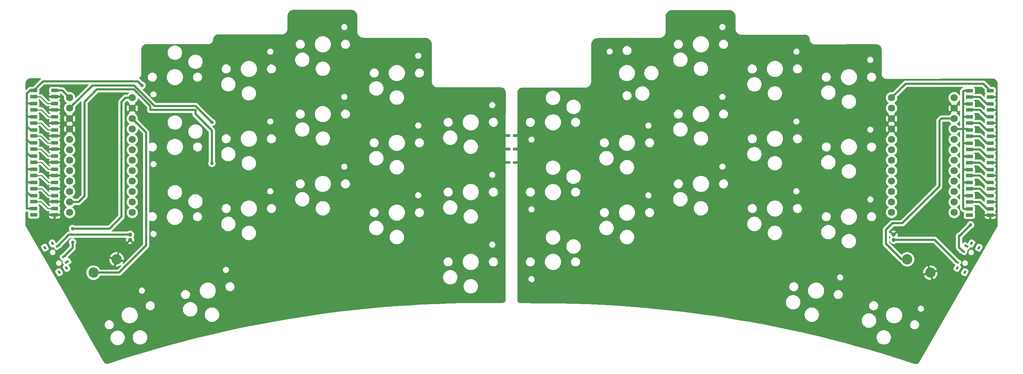
<source format=gtl>
G04 #@! TF.GenerationSoftware,KiCad,Pcbnew,7.0.6*
G04 #@! TF.CreationDate,2023-08-29T20:54:37+02:00*
G04 #@! TF.ProjectId,KoalaKeeb,4b6f616c-614b-4656-9562-2e6b69636164,rev?*
G04 #@! TF.SameCoordinates,Original*
G04 #@! TF.FileFunction,Copper,L1,Top*
G04 #@! TF.FilePolarity,Positive*
%FSLAX46Y46*%
G04 Gerber Fmt 4.6, Leading zero omitted, Abs format (unit mm)*
G04 Created by KiCad (PCBNEW 7.0.6) date 2023-08-29 20:54:37*
%MOMM*%
%LPD*%
G01*
G04 APERTURE LIST*
G04 Aperture macros list*
%AMRoundRect*
0 Rectangle with rounded corners*
0 $1 Rounding radius*
0 $2 $3 $4 $5 $6 $7 $8 $9 X,Y pos of 4 corners*
0 Add a 4 corners polygon primitive as box body*
4,1,4,$2,$3,$4,$5,$6,$7,$8,$9,$2,$3,0*
0 Add four circle primitives for the rounded corners*
1,1,$1+$1,$2,$3*
1,1,$1+$1,$4,$5*
1,1,$1+$1,$6,$7*
1,1,$1+$1,$8,$9*
0 Add four rect primitives between the rounded corners*
20,1,$1+$1,$2,$3,$4,$5,0*
20,1,$1+$1,$4,$5,$6,$7,0*
20,1,$1+$1,$6,$7,$8,$9,0*
20,1,$1+$1,$8,$9,$2,$3,0*%
%AMRotRect*
0 Rectangle, with rotation*
0 The origin of the aperture is its center*
0 $1 length*
0 $2 width*
0 $3 Rotation angle, in degrees counterclockwise*
0 Add horizontal line*
21,1,$1,$2,0,0,$3*%
G04 Aperture macros list end*
G04 #@! TA.AperFunction,SMDPad,CuDef*
%ADD10R,1.700000X0.820000*%
G04 #@! TD*
G04 #@! TA.AperFunction,SMDPad,CuDef*
%ADD11RoundRect,0.205000X-0.645000X-0.205000X0.645000X-0.205000X0.645000X0.205000X-0.645000X0.205000X0*%
G04 #@! TD*
G04 #@! TA.AperFunction,ComponentPad*
%ADD12C,1.000000*%
G04 #@! TD*
G04 #@! TA.AperFunction,ComponentPad*
%ADD13C,2.500000*%
G04 #@! TD*
G04 #@! TA.AperFunction,SMDPad,CuDef*
%ADD14RotRect,0.500000X1.000000X300.000000*%
G04 #@! TD*
G04 #@! TA.AperFunction,SMDPad,CuDef*
%ADD15RotRect,0.500000X0.800000X30.000000*%
G04 #@! TD*
G04 #@! TA.AperFunction,SMDPad,CuDef*
%ADD16RotRect,0.500000X1.000000X60.000000*%
G04 #@! TD*
G04 #@! TA.AperFunction,SMDPad,CuDef*
%ADD17RotRect,0.500000X0.800000X150.000000*%
G04 #@! TD*
G04 #@! TA.AperFunction,ComponentPad*
%ADD18C,1.752600*%
G04 #@! TD*
G04 #@! TA.AperFunction,ViaPad*
%ADD19C,0.800000*%
G04 #@! TD*
G04 #@! TA.AperFunction,Conductor*
%ADD20C,0.500000*%
G04 #@! TD*
G04 #@! TA.AperFunction,Conductor*
%ADD21C,0.250000*%
G04 #@! TD*
G04 APERTURE END LIST*
D10*
X43650000Y-70050000D03*
X43650000Y-71550000D03*
X48750000Y-71550000D03*
D11*
X48750000Y-70050000D03*
D10*
X271300000Y-47700000D03*
X271300000Y-49200000D03*
X276400000Y-49200000D03*
D11*
X276400000Y-47700000D03*
D12*
X67096000Y-76375000D03*
X67096000Y-77625000D03*
D10*
X43650000Y-57250000D03*
X43650000Y-58750000D03*
X48750000Y-58750000D03*
D11*
X48750000Y-57250000D03*
D10*
X43650000Y-54050000D03*
X43650000Y-55550000D03*
X48750000Y-55550000D03*
D11*
X48750000Y-54050000D03*
D10*
X271300000Y-66900000D03*
X271300000Y-68400000D03*
X276400000Y-68400000D03*
D11*
X276400000Y-66900000D03*
D10*
X271300000Y-41300000D03*
X271300000Y-42800000D03*
X276400000Y-42800000D03*
D11*
X276400000Y-41300000D03*
D13*
X261814583Y-85625000D03*
X256185417Y-82375000D03*
D10*
X271300000Y-54100000D03*
X271300000Y-55600000D03*
X276400000Y-55600000D03*
D11*
X276400000Y-54100000D03*
D10*
X43650000Y-44450000D03*
X43650000Y-45950000D03*
X48750000Y-45950000D03*
D11*
X48750000Y-44450000D03*
D10*
X43650000Y-41250000D03*
X43650000Y-42750000D03*
X48750000Y-42750000D03*
D11*
X48750000Y-41250000D03*
D10*
X271300000Y-60500000D03*
X271300000Y-62000000D03*
X276400000Y-62000000D03*
D11*
X276400000Y-60500000D03*
D10*
X43650000Y-66850000D03*
X43650000Y-68350000D03*
X48750000Y-68350000D03*
D11*
X48750000Y-66850000D03*
D14*
X49477147Y-79126443D03*
X50977147Y-81724519D03*
X51727147Y-83023557D03*
D15*
X51634327Y-84462788D03*
X49815673Y-85512788D03*
X46365673Y-79537212D03*
X48184327Y-78487212D03*
D10*
X43650000Y-63650000D03*
X43650000Y-65150000D03*
X48750000Y-65150000D03*
D11*
X48750000Y-63650000D03*
D16*
X268272853Y-83023557D03*
X269772853Y-80425481D03*
X270522853Y-79126443D03*
D17*
X271815673Y-78487212D03*
X273634327Y-79537212D03*
X270184327Y-85512788D03*
X268365673Y-84462788D03*
D10*
X43650000Y-47650000D03*
X43650000Y-49150000D03*
X48750000Y-49150000D03*
D11*
X48750000Y-47650000D03*
D12*
X252904000Y-77625000D03*
X252904000Y-76375000D03*
D18*
X252380000Y-43030000D03*
X252380000Y-45570000D03*
X252380000Y-48110000D03*
X252380000Y-50650000D03*
X252380000Y-53190000D03*
X252380000Y-55730000D03*
X252380000Y-58270000D03*
X252380000Y-60810000D03*
X252380000Y-63350000D03*
X252380000Y-65890000D03*
X252380000Y-68430000D03*
X252380000Y-70970000D03*
X267620000Y-70970000D03*
X267620000Y-68430000D03*
X267620000Y-65890000D03*
X267620000Y-63350000D03*
X267620000Y-60810000D03*
X267620000Y-58270000D03*
X267620000Y-55730000D03*
X267620000Y-53190000D03*
X267620000Y-50650000D03*
X267620000Y-48110000D03*
X267620000Y-45570000D03*
X267620000Y-43030000D03*
D10*
X271300000Y-57300000D03*
X271300000Y-58800000D03*
X276400000Y-58800000D03*
D11*
X276400000Y-57300000D03*
D10*
X43650000Y-50850000D03*
X43650000Y-52350000D03*
X48750000Y-52350000D03*
D11*
X48750000Y-50850000D03*
D13*
X63814583Y-82375000D03*
X58185417Y-85625000D03*
D18*
X52380000Y-43030000D03*
X52380000Y-45570000D03*
X52380000Y-48110000D03*
X52380000Y-50650000D03*
X52380000Y-53190000D03*
X52380000Y-55730000D03*
X52380000Y-58270000D03*
X52380000Y-60810000D03*
X52380000Y-63350000D03*
X52380000Y-65890000D03*
X52380000Y-68430000D03*
X52380000Y-70970000D03*
X67620000Y-70970000D03*
X67620000Y-68430000D03*
X67620000Y-65890000D03*
X67620000Y-63350000D03*
X67620000Y-60810000D03*
X67620000Y-58270000D03*
X67620000Y-55730000D03*
X67620000Y-53190000D03*
X67620000Y-50650000D03*
X67620000Y-48110000D03*
X67620000Y-45570000D03*
X67620000Y-43030000D03*
D10*
X43650000Y-60450000D03*
X43650000Y-61950000D03*
X48750000Y-61950000D03*
D11*
X48750000Y-60450000D03*
D10*
X271300000Y-44500000D03*
X271300000Y-46000000D03*
X276400000Y-46000000D03*
D11*
X276400000Y-44500000D03*
D10*
X271300000Y-50900000D03*
X271300000Y-52400000D03*
X276400000Y-52400000D03*
D11*
X276400000Y-50900000D03*
D10*
X271300000Y-63700000D03*
X271300000Y-65200000D03*
X276400000Y-65200000D03*
D11*
X276400000Y-63700000D03*
D10*
X271300000Y-70100000D03*
X271300000Y-71600000D03*
X276400000Y-71600000D03*
D11*
X276400000Y-70100000D03*
D19*
X229800000Y-76000000D03*
X209500000Y-49500000D03*
X245300000Y-75000000D03*
X230000000Y-59000000D03*
X194200000Y-43000000D03*
X247800000Y-44000000D03*
X248000000Y-61000000D03*
X69400000Y-76600000D03*
X68000000Y-80400000D03*
X82600000Y-42800000D03*
X70000000Y-40000000D03*
X271600000Y-74000000D03*
X53100000Y-78200000D03*
X53100000Y-74900000D03*
X87000000Y-49000000D03*
X87000000Y-59000000D03*
D20*
X262874296Y-77625000D02*
X268272853Y-83023557D01*
X252904000Y-77625000D02*
X262874296Y-77625000D01*
X52228590Y-76375000D02*
X49477147Y-79126443D01*
X67096000Y-76375000D02*
X52228590Y-76375000D01*
X69600000Y-78800000D02*
X69600000Y-76800000D01*
X69600000Y-76800000D02*
X69400000Y-76600000D01*
X48750000Y-42750000D02*
X49000000Y-43000000D01*
X68000000Y-80400000D02*
X69600000Y-78800000D01*
X269900000Y-66900000D02*
X269800000Y-66800000D01*
X269800000Y-47600000D02*
X269800000Y-50650000D01*
X271300000Y-47700000D02*
X269900000Y-47700000D01*
X271300000Y-63700000D02*
X269900000Y-63700000D01*
X269900000Y-54100000D02*
X269800000Y-54000000D01*
X271300000Y-60500000D02*
X269900000Y-60500000D01*
X271300000Y-66900000D02*
X269900000Y-66900000D01*
X271300000Y-54100000D02*
X269900000Y-54100000D01*
X269950000Y-41300000D02*
X269800000Y-41450000D01*
X269800000Y-54000000D02*
X269800000Y-57200000D01*
X269800000Y-44400000D02*
X269800000Y-47600000D01*
X271300000Y-50900000D02*
X271050000Y-50650000D01*
X267620000Y-50650000D02*
X269800000Y-50650000D01*
X269900000Y-60500000D02*
X269800000Y-60400000D01*
X269800000Y-50650000D02*
X269800000Y-54000000D01*
X269800000Y-60400000D02*
X269800000Y-63800000D01*
X269900000Y-63700000D02*
X269800000Y-63800000D01*
X271300000Y-41300000D02*
X269950000Y-41300000D01*
X269900000Y-57300000D02*
X269800000Y-57200000D01*
X269800000Y-66800000D02*
X269800000Y-69950000D01*
X269800000Y-63800000D02*
X269800000Y-66800000D01*
X269800000Y-69950000D02*
X269950000Y-70100000D01*
X269900000Y-44500000D02*
X269800000Y-44400000D01*
X269900000Y-47700000D02*
X269800000Y-47600000D01*
X269950000Y-70100000D02*
X271300000Y-70100000D01*
X269800000Y-57200000D02*
X269800000Y-60400000D01*
X271300000Y-44500000D02*
X269900000Y-44500000D01*
X269800000Y-41450000D02*
X269800000Y-44400000D01*
X271050000Y-50650000D02*
X269800000Y-50650000D01*
X271300000Y-57300000D02*
X269900000Y-57300000D01*
X275540000Y-44500000D02*
X276400000Y-44500000D01*
X271300000Y-42800000D02*
X273840000Y-42800000D01*
X273840000Y-42800000D02*
X275540000Y-44500000D01*
X252380000Y-43030000D02*
X255810000Y-39600000D01*
X255810000Y-39600000D02*
X274700000Y-39600000D01*
X274700000Y-39600000D02*
X276400000Y-41300000D01*
X271300000Y-46000000D02*
X273840000Y-46000000D01*
X273840000Y-46000000D02*
X275540000Y-47700000D01*
X275540000Y-47700000D02*
X276400000Y-47700000D01*
X275540000Y-50900000D02*
X276400000Y-50900000D01*
X273840000Y-49200000D02*
X275540000Y-50900000D01*
X271300000Y-49200000D02*
X273840000Y-49200000D01*
X271300000Y-52400000D02*
X273840000Y-52400000D01*
X273840000Y-52400000D02*
X275540000Y-54100000D01*
X275540000Y-54100000D02*
X276400000Y-54100000D01*
X273840000Y-55600000D02*
X275540000Y-57300000D01*
X275540000Y-57300000D02*
X276400000Y-57300000D01*
X271300000Y-55600000D02*
X273840000Y-55600000D01*
X273840000Y-58800000D02*
X275540000Y-60500000D01*
X271300000Y-58800000D02*
X273840000Y-58800000D01*
X275540000Y-60500000D02*
X276400000Y-60500000D01*
X271300000Y-62000000D02*
X273840000Y-62000000D01*
X273840000Y-62000000D02*
X275540000Y-63700000D01*
X275540000Y-63700000D02*
X276400000Y-63700000D01*
X271300000Y-65200000D02*
X273840000Y-65200000D01*
X273840000Y-65200000D02*
X275540000Y-66900000D01*
X275540000Y-66900000D02*
X276400000Y-66900000D01*
X271300000Y-68400000D02*
X273840000Y-68400000D01*
X273840000Y-68400000D02*
X275540000Y-70100000D01*
X275540000Y-70100000D02*
X276400000Y-70100000D01*
X42000000Y-42000000D02*
X42000000Y-43000000D01*
X42000000Y-63350000D02*
X42000000Y-62000000D01*
X42300000Y-63650000D02*
X42000000Y-63350000D01*
X42000000Y-53260000D02*
X42000000Y-51000000D01*
X43650000Y-66850000D02*
X42850000Y-66850000D01*
X42000000Y-51000000D02*
X42000000Y-54000000D01*
X42000000Y-47350000D02*
X42000000Y-46000000D01*
X42000000Y-59000000D02*
X42000000Y-62000000D01*
X42750000Y-41250000D02*
X42000000Y-42000000D01*
X43650000Y-57250000D02*
X42790000Y-57250000D01*
X42790000Y-54050000D02*
X42000000Y-53260000D01*
X43650000Y-44450000D02*
X42300000Y-44450000D01*
X42000000Y-70000000D02*
X42050000Y-70050000D01*
X43650000Y-47650000D02*
X42300000Y-47650000D01*
X42850000Y-66850000D02*
X42000000Y-66000000D01*
X42000000Y-46000000D02*
X42000000Y-49000000D01*
X42050000Y-70050000D02*
X43650000Y-70050000D01*
X43650000Y-54050000D02*
X42790000Y-54050000D01*
X42000000Y-66000000D02*
X42000000Y-62000000D01*
X42000000Y-56460000D02*
X42000000Y-54000000D01*
X43650000Y-41250000D02*
X42750000Y-41250000D01*
X42000000Y-44150000D02*
X42000000Y-43000000D01*
X42000000Y-43000000D02*
X42000000Y-46000000D01*
X70000000Y-40000000D02*
X69000000Y-39000000D01*
X42000000Y-66000000D02*
X42000000Y-70000000D01*
X42000000Y-54000000D02*
X42000000Y-59000000D01*
X42300000Y-60450000D02*
X42000000Y-60150000D01*
X43650000Y-60450000D02*
X42300000Y-60450000D01*
X42000000Y-50000000D02*
X42000000Y-49000000D01*
X42790000Y-57250000D02*
X42000000Y-56460000D01*
X42850000Y-50850000D02*
X42000000Y-50000000D01*
X42300000Y-47650000D02*
X42000000Y-47350000D01*
X42000000Y-49000000D02*
X42000000Y-51000000D01*
X69000000Y-39000000D02*
X45900000Y-39000000D01*
X42000000Y-60150000D02*
X42000000Y-59000000D01*
X42300000Y-44450000D02*
X42000000Y-44150000D01*
X43650000Y-63650000D02*
X42300000Y-63650000D01*
X43650000Y-50850000D02*
X42850000Y-50850000D01*
X45900000Y-39000000D02*
X43650000Y-41250000D01*
D21*
X46990000Y-44450000D02*
X48750000Y-44450000D01*
X43650000Y-42750000D02*
X45290000Y-42750000D01*
X45290000Y-42750000D02*
X46990000Y-44450000D01*
D20*
X50600000Y-41250000D02*
X48750000Y-41250000D01*
X52380000Y-43030000D02*
X50600000Y-41250000D01*
D21*
X43650000Y-45950000D02*
X45490000Y-45950000D01*
X47190000Y-47650000D02*
X48750000Y-47650000D01*
X45490000Y-45950000D02*
X47190000Y-47650000D01*
X47140000Y-50850000D02*
X48750000Y-50850000D01*
X43650000Y-49150000D02*
X45440000Y-49150000D01*
X45440000Y-49150000D02*
X47140000Y-50850000D01*
X45380000Y-52350000D02*
X47080000Y-54050000D01*
X47080000Y-54050000D02*
X48750000Y-54050000D01*
X43650000Y-52350000D02*
X45380000Y-52350000D01*
X45430000Y-55550000D02*
X47130000Y-57250000D01*
X47130000Y-57250000D02*
X48750000Y-57250000D01*
X43650000Y-55550000D02*
X45430000Y-55550000D01*
X47230000Y-60450000D02*
X48750000Y-60450000D01*
X45530000Y-58750000D02*
X47230000Y-60450000D01*
X43650000Y-58750000D02*
X45530000Y-58750000D01*
X45560000Y-61950000D02*
X47260000Y-63650000D01*
X47260000Y-63650000D02*
X48750000Y-63650000D01*
X43650000Y-61950000D02*
X45560000Y-61950000D01*
X43650000Y-65150000D02*
X45630000Y-65150000D01*
X47330000Y-66850000D02*
X48750000Y-66850000D01*
X45630000Y-65150000D02*
X47330000Y-66850000D01*
X45440000Y-68350000D02*
X47140000Y-70050000D01*
X47140000Y-70050000D02*
X48750000Y-70050000D01*
X43650000Y-68350000D02*
X45440000Y-68350000D01*
D20*
X268800000Y-79452628D02*
X269772853Y-80425481D01*
X268800000Y-76600000D02*
X268800000Y-79452628D01*
X269000000Y-76600000D02*
X268800000Y-76600000D01*
X271600000Y-74000000D02*
X269000000Y-76600000D01*
X66030000Y-43030000D02*
X66000000Y-43000000D01*
X65000000Y-44000000D02*
X65000000Y-72000000D01*
X53100000Y-74900000D02*
X62100000Y-74900000D01*
X62100000Y-74900000D02*
X65000000Y-72000000D01*
X67620000Y-43030000D02*
X66030000Y-43030000D01*
X53100000Y-79601666D02*
X50977147Y-81724519D01*
X53100000Y-78200000D02*
X53100000Y-79601666D01*
X66000000Y-43000000D02*
X65000000Y-44000000D01*
X264000000Y-48600000D02*
X264490000Y-48110000D01*
X264000000Y-64600000D02*
X264000000Y-48600000D01*
X264490000Y-48110000D02*
X267620000Y-48110000D01*
X251000000Y-75200000D02*
X252600000Y-73600000D01*
X251000000Y-78600000D02*
X251000000Y-75200000D01*
X252600000Y-73600000D02*
X255000000Y-73600000D01*
X256185417Y-82375000D02*
X254775000Y-82375000D01*
X254775000Y-82375000D02*
X251000000Y-78600000D01*
X255000000Y-73600000D02*
X264000000Y-64600000D01*
X71000000Y-51490000D02*
X67620000Y-48110000D01*
X71000000Y-79000000D02*
X71000000Y-51490000D01*
X64375000Y-85625000D02*
X71000000Y-79000000D01*
X58185417Y-85625000D02*
X64375000Y-85625000D01*
X73000000Y-45000000D02*
X83000000Y-45000000D01*
X57950000Y-40000000D02*
X68000000Y-40000000D01*
X83000000Y-45000000D02*
X87000000Y-49000000D01*
X52380000Y-45570000D02*
X57950000Y-40000000D01*
X68000000Y-40000000D02*
X73000000Y-45000000D01*
X68000000Y-41000000D02*
X72000000Y-45000000D01*
X72000000Y-46000000D02*
X83000000Y-46000000D01*
X83000000Y-46000000D02*
X83000000Y-47000000D01*
X52380000Y-68430000D02*
X54570000Y-68430000D01*
X59000000Y-41000000D02*
X68000000Y-41000000D01*
X54570000Y-68430000D02*
X56000000Y-67000000D01*
X83000000Y-47000000D02*
X87000000Y-51000000D01*
X72000000Y-45000000D02*
X72000000Y-46000000D01*
X87000000Y-51000000D02*
X87000000Y-59000000D01*
X56000000Y-67000000D02*
X56000000Y-44000000D01*
X56000000Y-44000000D02*
X59000000Y-41000000D01*
G04 #@! TA.AperFunction,Conductor*
G36*
X120902207Y-21600657D02*
G01*
X120969755Y-21605489D01*
X121116644Y-21617049D01*
X121124947Y-21618274D01*
X121219760Y-21638899D01*
X121336225Y-21666860D01*
X121343401Y-21669051D01*
X121439737Y-21704983D01*
X121517922Y-21737368D01*
X121545856Y-21748939D01*
X121551847Y-21751805D01*
X121642937Y-21801543D01*
X121645580Y-21803073D01*
X121740903Y-21861488D01*
X121745643Y-21864705D01*
X121829440Y-21927435D01*
X121832520Y-21929898D01*
X121916937Y-22001997D01*
X121920513Y-22005303D01*
X121994695Y-22079485D01*
X121998001Y-22083061D01*
X122070094Y-22167471D01*
X122072576Y-22170574D01*
X122135289Y-22254349D01*
X122138521Y-22259111D01*
X122196910Y-22354393D01*
X122198463Y-22357076D01*
X122248193Y-22448151D01*
X122251059Y-22454141D01*
X122295016Y-22560260D01*
X122330942Y-22656582D01*
X122333140Y-22663781D01*
X122361098Y-22780231D01*
X122381723Y-22875044D01*
X122382950Y-22883367D01*
X122394517Y-23030331D01*
X122399342Y-23097789D01*
X122399500Y-23102213D01*
X122399500Y-26855082D01*
X122397105Y-26863236D01*
X122399309Y-26891235D01*
X122399500Y-26896102D01*
X122399500Y-27007319D01*
X122414071Y-27108665D01*
X122413380Y-27113467D01*
X122416151Y-27125009D01*
X122417232Y-27130657D01*
X122418980Y-27142803D01*
X122419420Y-27146767D01*
X122424390Y-27209908D01*
X122432054Y-27226610D01*
X122463758Y-27334583D01*
X122463758Y-27340215D01*
X122468168Y-27350862D01*
X122470378Y-27357126D01*
X122478168Y-27383658D01*
X122478966Y-27386651D01*
X122489041Y-27428614D01*
X122498447Y-27443079D01*
X122546060Y-27547337D01*
X122547038Y-27554139D01*
X122553424Y-27564561D01*
X122556961Y-27571205D01*
X122579894Y-27621422D01*
X122582463Y-27626791D01*
X122585915Y-27635126D01*
X122596494Y-27647115D01*
X122658982Y-27744349D01*
X122661281Y-27752180D01*
X122669586Y-27761904D01*
X122674601Y-27768653D01*
X122689510Y-27791851D01*
X122695720Y-27801514D01*
X122698979Y-27805275D01*
X122710994Y-27821689D01*
X122712873Y-27824755D01*
X122724015Y-27834169D01*
X122799962Y-27921817D01*
X122803863Y-27930359D01*
X122810250Y-27935814D01*
X122823434Y-27948904D01*
X122836276Y-27963725D01*
X122836277Y-27963726D01*
X122851096Y-27976567D01*
X122864183Y-27989747D01*
X122867103Y-27993165D01*
X122878181Y-28000036D01*
X122965829Y-28075983D01*
X122971526Y-28084848D01*
X122978311Y-28089006D01*
X122994717Y-28101015D01*
X122998482Y-28104277D01*
X122998487Y-28104281D01*
X123027057Y-28122641D01*
X123031341Y-28125395D01*
X123038096Y-28130413D01*
X123045222Y-28136500D01*
X123055646Y-28141014D01*
X123152884Y-28203505D01*
X123160469Y-28212258D01*
X123173210Y-28217536D01*
X123178631Y-28220130D01*
X123228795Y-28243039D01*
X123235440Y-28246576D01*
X123243393Y-28251449D01*
X123252661Y-28253938D01*
X123356919Y-28301551D01*
X123366392Y-28309759D01*
X123413341Y-28321031D01*
X123416303Y-28321820D01*
X123440908Y-28329045D01*
X123442880Y-28329624D01*
X123449143Y-28331833D01*
X123457579Y-28335327D01*
X123465409Y-28336239D01*
X123573383Y-28367943D01*
X123584644Y-28375180D01*
X123653222Y-28380578D01*
X123657170Y-28381016D01*
X123661800Y-28381681D01*
X123669348Y-28382768D01*
X123674998Y-28383850D01*
X123684521Y-28386136D01*
X123691332Y-28385928D01*
X123792682Y-28400500D01*
X123899896Y-28400500D01*
X123899993Y-28400500D01*
X123904052Y-28400505D01*
X123908840Y-28400696D01*
X123933413Y-28402629D01*
X123945064Y-28400556D01*
X138867092Y-28419296D01*
X138867314Y-28419362D01*
X138916652Y-28419362D01*
X138921068Y-28419519D01*
X138987151Y-28424244D01*
X139147915Y-28436919D01*
X139156207Y-28438141D01*
X139213267Y-28450553D01*
X139252946Y-28459184D01*
X139313831Y-28473799D01*
X139379393Y-28489537D01*
X139386577Y-28491730D01*
X139486113Y-28528853D01*
X139600391Y-28576187D01*
X139606358Y-28579041D01*
X139700986Y-28630710D01*
X139703580Y-28632212D01*
X139805975Y-28694958D01*
X139810704Y-28698167D01*
X139826404Y-28709919D01*
X139897890Y-28763432D01*
X139901001Y-28765921D01*
X139938073Y-28797582D01*
X139991538Y-28843244D01*
X139995103Y-28846540D01*
X140072327Y-28923762D01*
X140075633Y-28927338D01*
X140152955Y-29017869D01*
X140155444Y-29020980D01*
X140220703Y-29108152D01*
X140223935Y-29112916D01*
X140286640Y-29215240D01*
X140288192Y-29217921D01*
X140339832Y-29312491D01*
X140342698Y-29318482D01*
X140381509Y-29412175D01*
X140389461Y-29431372D01*
X140390031Y-29432747D01*
X140394595Y-29444982D01*
X140427153Y-29532274D01*
X140429351Y-29539473D01*
X140459712Y-29665933D01*
X140480743Y-29762615D01*
X140481971Y-29770938D01*
X140494935Y-29935646D01*
X140498466Y-29985022D01*
X140499342Y-29997262D01*
X140499500Y-30001687D01*
X140499500Y-38955082D01*
X140497105Y-38963236D01*
X140499309Y-38991235D01*
X140499500Y-38996102D01*
X140499500Y-39107319D01*
X140514071Y-39208665D01*
X140513380Y-39213467D01*
X140516151Y-39225009D01*
X140517232Y-39230657D01*
X140518980Y-39242803D01*
X140519420Y-39246767D01*
X140524390Y-39309908D01*
X140532054Y-39326610D01*
X140563758Y-39434583D01*
X140563758Y-39440215D01*
X140568168Y-39450862D01*
X140570378Y-39457126D01*
X140578168Y-39483658D01*
X140578966Y-39486651D01*
X140589041Y-39528614D01*
X140598447Y-39543079D01*
X140646060Y-39647337D01*
X140647038Y-39654139D01*
X140653424Y-39664561D01*
X140656961Y-39671205D01*
X140679894Y-39721422D01*
X140682463Y-39726791D01*
X140685915Y-39735126D01*
X140696494Y-39747115D01*
X140758982Y-39844349D01*
X140761281Y-39852180D01*
X140769586Y-39861904D01*
X140774601Y-39868653D01*
X140789700Y-39892147D01*
X140795720Y-39901514D01*
X140798979Y-39905275D01*
X140810994Y-39921689D01*
X140812873Y-39924755D01*
X140824015Y-39934169D01*
X140899962Y-40021817D01*
X140903863Y-40030359D01*
X140910250Y-40035814D01*
X140923434Y-40048904D01*
X140936276Y-40063725D01*
X140936277Y-40063726D01*
X140951096Y-40076567D01*
X140964183Y-40089747D01*
X140967103Y-40093165D01*
X140978181Y-40100036D01*
X141065829Y-40175983D01*
X141071526Y-40184848D01*
X141078311Y-40189006D01*
X141094717Y-40201015D01*
X141098482Y-40204277D01*
X141098487Y-40204281D01*
X141127057Y-40222641D01*
X141131341Y-40225395D01*
X141138096Y-40230413D01*
X141145222Y-40236500D01*
X141155646Y-40241014D01*
X141252884Y-40303505D01*
X141260469Y-40312258D01*
X141273210Y-40317536D01*
X141278631Y-40320130D01*
X141328795Y-40343039D01*
X141335440Y-40346576D01*
X141343393Y-40351449D01*
X141352661Y-40353938D01*
X141456919Y-40401551D01*
X141466392Y-40409759D01*
X141513341Y-40421031D01*
X141516303Y-40421820D01*
X141540908Y-40429045D01*
X141542880Y-40429624D01*
X141549143Y-40431833D01*
X141557579Y-40435327D01*
X141565409Y-40436239D01*
X141673383Y-40467943D01*
X141684644Y-40475180D01*
X141753221Y-40480578D01*
X141757180Y-40481017D01*
X141761349Y-40481617D01*
X141769347Y-40482767D01*
X141774998Y-40483850D01*
X141784521Y-40486136D01*
X141791332Y-40485928D01*
X141892682Y-40500500D01*
X141892683Y-40500500D01*
X142003911Y-40500500D01*
X142008777Y-40500691D01*
X142033057Y-40502601D01*
X142044830Y-40500500D01*
X142051722Y-40500500D01*
X142051841Y-40500485D01*
X157297582Y-40496336D01*
X157302449Y-40496528D01*
X157311800Y-40497263D01*
X157356549Y-40500786D01*
X157486777Y-40512189D01*
X157504902Y-40515141D01*
X157513510Y-40517208D01*
X157581102Y-40533436D01*
X157685346Y-40561369D01*
X157693031Y-40563977D01*
X157775252Y-40598035D01*
X157868596Y-40641563D01*
X157874775Y-40644883D01*
X157920474Y-40672888D01*
X157951255Y-40691751D01*
X157954420Y-40693826D01*
X158036098Y-40751018D01*
X158040797Y-40754657D01*
X158109574Y-40813399D01*
X158113150Y-40816705D01*
X158151966Y-40855520D01*
X158183312Y-40886866D01*
X158186593Y-40890416D01*
X158215745Y-40924548D01*
X158245338Y-40959198D01*
X158248982Y-40963903D01*
X158306184Y-41045595D01*
X158308252Y-41048750D01*
X158345173Y-41108998D01*
X158355110Y-41125214D01*
X158358441Y-41131412D01*
X158401970Y-41224762D01*
X158436023Y-41306974D01*
X158438633Y-41314662D01*
X158466558Y-41418877D01*
X158484857Y-41495096D01*
X158487811Y-41513236D01*
X158499297Y-41644522D01*
X158503458Y-41697393D01*
X158503649Y-41702284D01*
X158499507Y-51880744D01*
X158499458Y-51899997D01*
X158499678Y-51900541D01*
X158499999Y-51900540D01*
X158500000Y-51900541D01*
X158500000Y-51900540D01*
X158524616Y-51900524D01*
X158524616Y-51900528D01*
X158524760Y-51900500D01*
X159475859Y-51900500D01*
X159542898Y-51920185D01*
X159588653Y-51972989D01*
X159599858Y-52024086D01*
X159601363Y-52475086D01*
X159581903Y-52542191D01*
X159529252Y-52588122D01*
X159477364Y-52599500D01*
X158524760Y-52599500D01*
X158524554Y-52599459D01*
X158500000Y-52599459D01*
X158499901Y-52599500D01*
X158499617Y-52599616D01*
X158499615Y-52599618D01*
X158499459Y-52599999D01*
X158499476Y-52624616D01*
X158499471Y-52624616D01*
X158499500Y-52624759D01*
X158499500Y-55175467D01*
X158499416Y-55175889D01*
X158499459Y-55200001D01*
X158499500Y-55200099D01*
X158499616Y-55200382D01*
X158499618Y-55200384D01*
X158499808Y-55200462D01*
X158500000Y-55200541D01*
X158500002Y-55200539D01*
X158524616Y-55200524D01*
X158524616Y-55200528D01*
X158524760Y-55200500D01*
X159486871Y-55200500D01*
X159553910Y-55220185D01*
X159599665Y-55272989D01*
X159610870Y-55324086D01*
X159612375Y-55775086D01*
X159592915Y-55842191D01*
X159540264Y-55888122D01*
X159488376Y-55899500D01*
X158524760Y-55899500D01*
X158524554Y-55899459D01*
X158500000Y-55899459D01*
X158499901Y-55899500D01*
X158499617Y-55899616D01*
X158499615Y-55899618D01*
X158499459Y-55899999D01*
X158499476Y-55924616D01*
X158499471Y-55924616D01*
X158499500Y-55924759D01*
X158499500Y-58475467D01*
X158499416Y-58475889D01*
X158499459Y-58500001D01*
X158499500Y-58500099D01*
X158499616Y-58500382D01*
X158499618Y-58500384D01*
X158499808Y-58500462D01*
X158500000Y-58500541D01*
X158500002Y-58500539D01*
X158524616Y-58500524D01*
X158524616Y-58500528D01*
X158524760Y-58500500D01*
X159497883Y-58500500D01*
X159564922Y-58520185D01*
X159610677Y-58572989D01*
X159621882Y-58624086D01*
X159623054Y-58975086D01*
X159603594Y-59042191D01*
X159550943Y-59088122D01*
X159499055Y-59099500D01*
X158524760Y-59099500D01*
X158524554Y-59099459D01*
X158500000Y-59099459D01*
X158499901Y-59099500D01*
X158499617Y-59099616D01*
X158499615Y-59099618D01*
X158499458Y-59100000D01*
X158499372Y-59123577D01*
X158499496Y-59124211D01*
X158495535Y-92075806D01*
X158492238Y-92087026D01*
X158495217Y-92117250D01*
X158495516Y-92123627D01*
X158495373Y-92153794D01*
X158492791Y-92285118D01*
X158489998Y-92308959D01*
X158477565Y-92366297D01*
X158476916Y-92368994D01*
X158452582Y-92461107D01*
X158445798Y-92480265D01*
X158418651Y-92540673D01*
X158416600Y-92544816D01*
X158371807Y-92627413D01*
X158367355Y-92634450D01*
X158324078Y-92693661D01*
X158319990Y-92698681D01*
X158257896Y-92767294D01*
X158253307Y-92771861D01*
X158198700Y-92820812D01*
X158192142Y-92825940D01*
X158114402Y-92878738D01*
X158110482Y-92881192D01*
X158053089Y-92914207D01*
X158034702Y-92922864D01*
X157945458Y-92956247D01*
X157942838Y-92957160D01*
X157887021Y-92975238D01*
X157863576Y-92980388D01*
X157733134Y-92996027D01*
X157703215Y-92999162D01*
X157696750Y-92999500D01*
X157651174Y-92999500D01*
X157648544Y-92999788D01*
X153000076Y-93025900D01*
X151343046Y-93025900D01*
X148029357Y-93063889D01*
X144716320Y-93139862D01*
X141404372Y-93253808D01*
X138093948Y-93405714D01*
X134785483Y-93595559D01*
X131479412Y-93823318D01*
X128176168Y-94088961D01*
X124876187Y-94392454D01*
X121579902Y-94733756D01*
X118287746Y-95112822D01*
X115000152Y-95529603D01*
X111717551Y-95984044D01*
X108440376Y-96476085D01*
X105169056Y-97005662D01*
X101904023Y-97572704D01*
X98645704Y-98177138D01*
X95394528Y-98818884D01*
X92150922Y-99497858D01*
X88915313Y-100213970D01*
X85688126Y-100967127D01*
X82469784Y-101757228D01*
X79260712Y-102584172D01*
X76061330Y-103447848D01*
X72872059Y-104348143D01*
X69693317Y-105284940D01*
X66525524Y-106258114D01*
X63369095Y-107267539D01*
X61857423Y-107770144D01*
X61857251Y-107770150D01*
X61799499Y-107789399D01*
X61793988Y-107790957D01*
X61760036Y-107798885D01*
X61628098Y-107827857D01*
X61607029Y-107830620D01*
X61541488Y-107833544D01*
X61440750Y-107834046D01*
X61422802Y-107832831D01*
X61351796Y-107822809D01*
X61347767Y-107822104D01*
X61270094Y-107805858D01*
X61252102Y-107802095D01*
X61245000Y-107800163D01*
X61219037Y-107791416D01*
X61170858Y-107775182D01*
X61165521Y-107773104D01*
X61077474Y-107734062D01*
X61072349Y-107731501D01*
X61004072Y-107693330D01*
X60997866Y-107689360D01*
X60918814Y-107631897D01*
X60915585Y-107629384D01*
X60860481Y-107583482D01*
X60847532Y-107570998D01*
X60780282Y-107496013D01*
X60738434Y-107445460D01*
X60726336Y-107427991D01*
X60659306Y-107310892D01*
X60648359Y-107291168D01*
X60647672Y-107289468D01*
X60642601Y-107280678D01*
X60639562Y-107274683D01*
X60630342Y-107253750D01*
X60625723Y-107250119D01*
X60619188Y-107239927D01*
X59776381Y-105772484D01*
X57404628Y-101642933D01*
X62302780Y-101642933D01*
X62320008Y-101757228D01*
X62341884Y-101902361D01*
X62341885Y-101902363D01*
X62341886Y-101902369D01*
X62419218Y-102153072D01*
X62533047Y-102389442D01*
X62533048Y-102389443D01*
X62533050Y-102389446D01*
X62533052Y-102389450D01*
X62680847Y-102606225D01*
X62859294Y-102798547D01*
X62859298Y-102798550D01*
X62859299Y-102798551D01*
X63064423Y-102962132D01*
X63291637Y-103093314D01*
X63535864Y-103189166D01*
X63791650Y-103247548D01*
X63791656Y-103247548D01*
X63791659Y-103247549D01*
X63987780Y-103262246D01*
X63987786Y-103262246D01*
X64118780Y-103262246D01*
X64314900Y-103247549D01*
X64314902Y-103247548D01*
X64314910Y-103247548D01*
X64570696Y-103189166D01*
X64814923Y-103093314D01*
X65042137Y-102962132D01*
X65247261Y-102798551D01*
X65425713Y-102606225D01*
X65573508Y-102389450D01*
X65687343Y-102153069D01*
X65764676Y-101902361D01*
X65803780Y-101642928D01*
X65803780Y-101523718D01*
X67764079Y-101523718D01*
X67782048Y-101642928D01*
X67803183Y-101783146D01*
X67803184Y-101783148D01*
X67803185Y-101783154D01*
X67880517Y-102033857D01*
X67994346Y-102270227D01*
X67994347Y-102270228D01*
X67994349Y-102270231D01*
X67994351Y-102270235D01*
X68075625Y-102389442D01*
X68142146Y-102487010D01*
X68320593Y-102679332D01*
X68320597Y-102679335D01*
X68320598Y-102679336D01*
X68525722Y-102842917D01*
X68752936Y-102974099D01*
X68997163Y-103069951D01*
X69252949Y-103128333D01*
X69252955Y-103128333D01*
X69252958Y-103128334D01*
X69449079Y-103143031D01*
X69449085Y-103143031D01*
X69580079Y-103143031D01*
X69776199Y-103128334D01*
X69776201Y-103128333D01*
X69776209Y-103128333D01*
X70031995Y-103069951D01*
X70276222Y-102974099D01*
X70503436Y-102842917D01*
X70708560Y-102679336D01*
X70887012Y-102487010D01*
X71034807Y-102270235D01*
X71148642Y-102033854D01*
X71225975Y-101783146D01*
X71265079Y-101523713D01*
X71265079Y-101261349D01*
X71225975Y-101001916D01*
X71148642Y-100751208D01*
X71136700Y-100726411D01*
X71034811Y-100514834D01*
X71034810Y-100514833D01*
X71034809Y-100514832D01*
X71034807Y-100514827D01*
X70887012Y-100298052D01*
X70808996Y-100213970D01*
X70708564Y-100105729D01*
X70652927Y-100061360D01*
X70503436Y-99942145D01*
X70276222Y-99810963D01*
X70031995Y-99715111D01*
X70031990Y-99715109D01*
X70031981Y-99715107D01*
X69814397Y-99665445D01*
X69776209Y-99656729D01*
X69776208Y-99656728D01*
X69776204Y-99656728D01*
X69776199Y-99656727D01*
X69580079Y-99642031D01*
X69580073Y-99642031D01*
X69449085Y-99642031D01*
X69449079Y-99642031D01*
X69252958Y-99656727D01*
X69252953Y-99656728D01*
X68997176Y-99715107D01*
X68997157Y-99715113D01*
X68752935Y-99810963D01*
X68525722Y-99942145D01*
X68320593Y-100105729D01*
X68142146Y-100298051D01*
X67994347Y-100514833D01*
X67994346Y-100514834D01*
X67880517Y-100751204D01*
X67803185Y-101001907D01*
X67803184Y-101001912D01*
X67803183Y-101001916D01*
X67788432Y-101099778D01*
X67764079Y-101261343D01*
X67764079Y-101523718D01*
X65803780Y-101523718D01*
X65803780Y-101380564D01*
X65764676Y-101121131D01*
X65687343Y-100870423D01*
X65629930Y-100751204D01*
X65573512Y-100634049D01*
X65573511Y-100634048D01*
X65573510Y-100634047D01*
X65573508Y-100634042D01*
X65425713Y-100417267D01*
X65415721Y-100406499D01*
X65247265Y-100224944D01*
X65207813Y-100193482D01*
X65042137Y-100061360D01*
X64814923Y-99930178D01*
X64570696Y-99834326D01*
X64570691Y-99834324D01*
X64570682Y-99834322D01*
X64353098Y-99784660D01*
X64314910Y-99775944D01*
X64314909Y-99775943D01*
X64314905Y-99775943D01*
X64314900Y-99775942D01*
X64118780Y-99761246D01*
X64118774Y-99761246D01*
X63987786Y-99761246D01*
X63987780Y-99761246D01*
X63791659Y-99775942D01*
X63791654Y-99775943D01*
X63535877Y-99834322D01*
X63535858Y-99834328D01*
X63291636Y-99930178D01*
X63064423Y-100061360D01*
X62859294Y-100224944D01*
X62680847Y-100417266D01*
X62533048Y-100634048D01*
X62533047Y-100634049D01*
X62419218Y-100870419D01*
X62341886Y-101121122D01*
X62341885Y-101121127D01*
X62341884Y-101121131D01*
X62327133Y-101218993D01*
X62302780Y-101380558D01*
X62302780Y-101642933D01*
X57404628Y-101642933D01*
X55468436Y-98271755D01*
X60910150Y-98271755D01*
X60920159Y-98481859D01*
X60969749Y-98686271D01*
X61014389Y-98784019D01*
X61057127Y-98877604D01*
X61057131Y-98877610D01*
X61179133Y-99048939D01*
X61179138Y-99048944D01*
X61331370Y-99194097D01*
X61508321Y-99307816D01*
X61703595Y-99385993D01*
X61832391Y-99410816D01*
X61910135Y-99425800D01*
X61910136Y-99425800D01*
X62067768Y-99425800D01*
X62067775Y-99425800D01*
X62224696Y-99410816D01*
X62426518Y-99351556D01*
X62613477Y-99255171D01*
X62778817Y-99125147D01*
X62916562Y-98966181D01*
X63021733Y-98784019D01*
X63090529Y-98585246D01*
X63120464Y-98377045D01*
X63110455Y-98166941D01*
X63060865Y-97962529D01*
X62973486Y-97771195D01*
X62910416Y-97682625D01*
X62851480Y-97599860D01*
X62851474Y-97599854D01*
X62699246Y-97454705D01*
X62699244Y-97454703D01*
X62522293Y-97340984D01*
X62522291Y-97340983D01*
X62327028Y-97262810D01*
X62327021Y-97262807D01*
X62327019Y-97262807D01*
X62327016Y-97262806D01*
X62327015Y-97262806D01*
X62120479Y-97223000D01*
X62120478Y-97223000D01*
X61962839Y-97223000D01*
X61805918Y-97237984D01*
X61805914Y-97237985D01*
X61604098Y-97297243D01*
X61417138Y-97393628D01*
X61251797Y-97523652D01*
X61251796Y-97523653D01*
X61114056Y-97682614D01*
X61114047Y-97682625D01*
X61008881Y-97864779D01*
X60940086Y-98063548D01*
X60940085Y-98063553D01*
X60940085Y-98063554D01*
X60910150Y-98271755D01*
X55468436Y-98271755D01*
X54163684Y-96000001D01*
X65029981Y-96000001D01*
X65050033Y-96280364D01*
X65050034Y-96280371D01*
X65098015Y-96500932D01*
X65109781Y-96555018D01*
X65170768Y-96718532D01*
X65208008Y-96818376D01*
X65208010Y-96818380D01*
X65342711Y-97065067D01*
X65342716Y-97065075D01*
X65511152Y-97290080D01*
X65511168Y-97290098D01*
X65709901Y-97488831D01*
X65709919Y-97488847D01*
X65934924Y-97657283D01*
X65934932Y-97657288D01*
X66181619Y-97791989D01*
X66181623Y-97791991D01*
X66181625Y-97791992D01*
X66444982Y-97890219D01*
X66719637Y-97949967D01*
X66929825Y-97965000D01*
X67070175Y-97965000D01*
X67280363Y-97949967D01*
X67555018Y-97890219D01*
X67818375Y-97791992D01*
X68065073Y-97657285D01*
X68290088Y-97488841D01*
X68488841Y-97290088D01*
X68657285Y-97065073D01*
X68791992Y-96818375D01*
X68890219Y-96555018D01*
X68949967Y-96280363D01*
X68970019Y-96000000D01*
X68949967Y-95719637D01*
X68890219Y-95444982D01*
X68791992Y-95181625D01*
X68682935Y-94981902D01*
X68657288Y-94934932D01*
X68657283Y-94934924D01*
X68488847Y-94709919D01*
X68488831Y-94709901D01*
X68290098Y-94511168D01*
X68290080Y-94511152D01*
X68065075Y-94342716D01*
X68065067Y-94342711D01*
X67818380Y-94208010D01*
X67818376Y-94208008D01*
X67718204Y-94170646D01*
X67555018Y-94109781D01*
X67555014Y-94109780D01*
X67555011Y-94109779D01*
X67280371Y-94050034D01*
X67280364Y-94050033D01*
X67070175Y-94035000D01*
X66929825Y-94035000D01*
X66719635Y-94050033D01*
X66719628Y-94050034D01*
X66444988Y-94109779D01*
X66444983Y-94109780D01*
X66444982Y-94109781D01*
X66407390Y-94123802D01*
X66181623Y-94208008D01*
X66181619Y-94208010D01*
X65934932Y-94342711D01*
X65934924Y-94342716D01*
X65709919Y-94511152D01*
X65709901Y-94511168D01*
X65511168Y-94709901D01*
X65511152Y-94709919D01*
X65342716Y-94934924D01*
X65342711Y-94934932D01*
X65208010Y-95181619D01*
X65208008Y-95181623D01*
X65194335Y-95218283D01*
X65112025Y-95438967D01*
X65109779Y-95444988D01*
X65050034Y-95719628D01*
X65050033Y-95719635D01*
X65029981Y-95999998D01*
X65029981Y-96000001D01*
X54163684Y-96000001D01*
X52798459Y-93622955D01*
X70879536Y-93622955D01*
X70889545Y-93833059D01*
X70939135Y-94037471D01*
X70978562Y-94123804D01*
X71026513Y-94228804D01*
X71026517Y-94228810D01*
X71148519Y-94400139D01*
X71148524Y-94400144D01*
X71300756Y-94545297D01*
X71477707Y-94659016D01*
X71672981Y-94737193D01*
X71801777Y-94762016D01*
X71879521Y-94777000D01*
X71879522Y-94777000D01*
X72037154Y-94777000D01*
X72037161Y-94777000D01*
X72194082Y-94762016D01*
X72395904Y-94702756D01*
X72415881Y-94692457D01*
X79976642Y-94692457D01*
X79987127Y-94762014D01*
X80015746Y-94951885D01*
X80015747Y-94951887D01*
X80015748Y-94951893D01*
X80093080Y-95202596D01*
X80206909Y-95438966D01*
X80206910Y-95438967D01*
X80206912Y-95438970D01*
X80206914Y-95438974D01*
X80268704Y-95529603D01*
X80354709Y-95655749D01*
X80533156Y-95848071D01*
X80533160Y-95848074D01*
X80533161Y-95848075D01*
X80738285Y-96011656D01*
X80965499Y-96142838D01*
X81209726Y-96238690D01*
X81465512Y-96297072D01*
X81465518Y-96297072D01*
X81465521Y-96297073D01*
X81661642Y-96311770D01*
X81661648Y-96311770D01*
X81792642Y-96311770D01*
X81988762Y-96297073D01*
X81988764Y-96297072D01*
X81988772Y-96297072D01*
X82244558Y-96238690D01*
X82488785Y-96142838D01*
X82715999Y-96011656D01*
X82742160Y-95990793D01*
X85282707Y-95990793D01*
X85285852Y-96011655D01*
X85321811Y-96250221D01*
X85321812Y-96250223D01*
X85321813Y-96250229D01*
X85399145Y-96500932D01*
X85512974Y-96737302D01*
X85512975Y-96737303D01*
X85512977Y-96737306D01*
X85512979Y-96737310D01*
X85568249Y-96818376D01*
X85660774Y-96954085D01*
X85839221Y-97146407D01*
X85839225Y-97146410D01*
X85839226Y-97146411D01*
X86044350Y-97309992D01*
X86271564Y-97441174D01*
X86515791Y-97537026D01*
X86771577Y-97595408D01*
X86771583Y-97595408D01*
X86771586Y-97595409D01*
X86967707Y-97610106D01*
X86967713Y-97610106D01*
X87098707Y-97610106D01*
X87294827Y-97595409D01*
X87294829Y-97595408D01*
X87294837Y-97595408D01*
X87550623Y-97537026D01*
X87794850Y-97441174D01*
X88022064Y-97309992D01*
X88227188Y-97146411D01*
X88405640Y-96954085D01*
X88553435Y-96737310D01*
X88667270Y-96500929D01*
X88744603Y-96250221D01*
X88783707Y-95990788D01*
X88783707Y-95728424D01*
X88744603Y-95468991D01*
X88667270Y-95218283D01*
X88649616Y-95181625D01*
X88553439Y-94981909D01*
X88553438Y-94981908D01*
X88553437Y-94981907D01*
X88553435Y-94981902D01*
X88405640Y-94765127D01*
X88379721Y-94737193D01*
X88227192Y-94572804D01*
X88187740Y-94541342D01*
X88022064Y-94409220D01*
X87794850Y-94278038D01*
X87550623Y-94182186D01*
X87550618Y-94182184D01*
X87550609Y-94182182D01*
X87333025Y-94132520D01*
X87294837Y-94123804D01*
X87294836Y-94123803D01*
X87294832Y-94123803D01*
X87294827Y-94123802D01*
X87098707Y-94109106D01*
X87098701Y-94109106D01*
X86967713Y-94109106D01*
X86967707Y-94109106D01*
X86771586Y-94123802D01*
X86771581Y-94123803D01*
X86515804Y-94182182D01*
X86515785Y-94182188D01*
X86271563Y-94278038D01*
X86044350Y-94409220D01*
X85839221Y-94572804D01*
X85660774Y-94765126D01*
X85512975Y-94981908D01*
X85512974Y-94981909D01*
X85399145Y-95218279D01*
X85321813Y-95468982D01*
X85321812Y-95468987D01*
X85321811Y-95468991D01*
X85312675Y-95529603D01*
X85282707Y-95728418D01*
X85282707Y-95990793D01*
X82742160Y-95990793D01*
X82921123Y-95848075D01*
X83099575Y-95655749D01*
X83247370Y-95438974D01*
X83361205Y-95202593D01*
X83438538Y-94951885D01*
X83477642Y-94692452D01*
X83477642Y-94430088D01*
X83438538Y-94170655D01*
X83361205Y-93919947D01*
X83314671Y-93823318D01*
X83247374Y-93683573D01*
X83247373Y-93683572D01*
X83247372Y-93683571D01*
X83247370Y-93683566D01*
X83099575Y-93466791D01*
X83051292Y-93414754D01*
X82921127Y-93274468D01*
X82825033Y-93197836D01*
X82715999Y-93110884D01*
X82488785Y-92979702D01*
X82244558Y-92883850D01*
X82244553Y-92883848D01*
X82244544Y-92883846D01*
X82026960Y-92834184D01*
X81988772Y-92825468D01*
X81988771Y-92825467D01*
X81988767Y-92825467D01*
X81988762Y-92825466D01*
X81792642Y-92810770D01*
X81792636Y-92810770D01*
X81661648Y-92810770D01*
X81661642Y-92810770D01*
X81465521Y-92825466D01*
X81465516Y-92825467D01*
X81209739Y-92883846D01*
X81209720Y-92883852D01*
X80965498Y-92979702D01*
X80738285Y-93110884D01*
X80533156Y-93274468D01*
X80354709Y-93466790D01*
X80206910Y-93683572D01*
X80206909Y-93683573D01*
X80093080Y-93919943D01*
X80015748Y-94170646D01*
X80015747Y-94170651D01*
X80015746Y-94170655D01*
X80005037Y-94241705D01*
X79976642Y-94430082D01*
X79976642Y-94692457D01*
X72415881Y-94692457D01*
X72582863Y-94606371D01*
X72748203Y-94476347D01*
X72885948Y-94317381D01*
X72991119Y-94135219D01*
X73059915Y-93936446D01*
X73089850Y-93728245D01*
X73079841Y-93518141D01*
X73030251Y-93313729D01*
X72942872Y-93122395D01*
X72928973Y-93102876D01*
X72820866Y-92951060D01*
X72820860Y-92951054D01*
X72668632Y-92805905D01*
X72668630Y-92805903D01*
X72491679Y-92692184D01*
X72491677Y-92692183D01*
X72296414Y-92614010D01*
X72296407Y-92614007D01*
X72296405Y-92614007D01*
X72296402Y-92614006D01*
X72296401Y-92614006D01*
X72089865Y-92574200D01*
X72089864Y-92574200D01*
X71932225Y-92574200D01*
X71775304Y-92589184D01*
X71775300Y-92589185D01*
X71573484Y-92648443D01*
X71386524Y-92744828D01*
X71221183Y-92874852D01*
X71221182Y-92874853D01*
X71083442Y-93033814D01*
X71083433Y-93033825D01*
X70978267Y-93215979D01*
X70909472Y-93414748D01*
X70909471Y-93414753D01*
X70909471Y-93414754D01*
X70879536Y-93622955D01*
X52798459Y-93622955D01*
X51235956Y-90902420D01*
X79478400Y-90902420D01*
X79488409Y-91112524D01*
X79537999Y-91316936D01*
X79582639Y-91414684D01*
X79625377Y-91508269D01*
X79625381Y-91508275D01*
X79747383Y-91679604D01*
X79747388Y-91679609D01*
X79899620Y-91824762D01*
X80076571Y-91938481D01*
X80271845Y-92016658D01*
X80400641Y-92041481D01*
X80478385Y-92056465D01*
X80478386Y-92056465D01*
X80636018Y-92056465D01*
X80636025Y-92056465D01*
X80792946Y-92041481D01*
X80994768Y-91982221D01*
X81181727Y-91885836D01*
X81347067Y-91755812D01*
X81484812Y-91596846D01*
X81589983Y-91414684D01*
X81658779Y-91215911D01*
X81688714Y-91007710D01*
X81678705Y-90797606D01*
X81629115Y-90593194D01*
X81541736Y-90401860D01*
X81541732Y-90401854D01*
X81419730Y-90230525D01*
X81419724Y-90230519D01*
X81315720Y-90131351D01*
X81267494Y-90085368D01*
X81134660Y-90000001D01*
X84029981Y-90000001D01*
X84050033Y-90280364D01*
X84050034Y-90280371D01*
X84109779Y-90555011D01*
X84109781Y-90555018D01*
X84158561Y-90685802D01*
X84208008Y-90818376D01*
X84208010Y-90818380D01*
X84342711Y-91065067D01*
X84342716Y-91065075D01*
X84511152Y-91290080D01*
X84511168Y-91290098D01*
X84709901Y-91488831D01*
X84709919Y-91488847D01*
X84934924Y-91657283D01*
X84934932Y-91657288D01*
X85181619Y-91791989D01*
X85181623Y-91791991D01*
X85181625Y-91791992D01*
X85444982Y-91890219D01*
X85719637Y-91949967D01*
X85929825Y-91965000D01*
X86070175Y-91965000D01*
X86280363Y-91949967D01*
X86555018Y-91890219D01*
X86818375Y-91791992D01*
X87065073Y-91657285D01*
X87290088Y-91488841D01*
X87488841Y-91290088D01*
X87657285Y-91065073D01*
X87791992Y-90818375D01*
X87890219Y-90555018D01*
X87949967Y-90280363D01*
X87970019Y-90000000D01*
X87968281Y-89975706D01*
X87962400Y-89893471D01*
X87949967Y-89719637D01*
X87890219Y-89444982D01*
X87791992Y-89181625D01*
X87746098Y-89097577D01*
X87688608Y-88992290D01*
X90311286Y-88992290D01*
X90321295Y-89202394D01*
X90370885Y-89406806D01*
X90400730Y-89472157D01*
X90458263Y-89598139D01*
X90458267Y-89598145D01*
X90580269Y-89769474D01*
X90580274Y-89769479D01*
X90732506Y-89914632D01*
X90909457Y-90028351D01*
X91104731Y-90106528D01*
X91233527Y-90131351D01*
X91311271Y-90146335D01*
X91311272Y-90146335D01*
X91468904Y-90146335D01*
X91468911Y-90146335D01*
X91625832Y-90131351D01*
X91827654Y-90072091D01*
X92014613Y-89975706D01*
X92179953Y-89845682D01*
X92317698Y-89686716D01*
X92422869Y-89504554D01*
X92491665Y-89305781D01*
X92521600Y-89097580D01*
X92520819Y-89081187D01*
X148249500Y-89081187D01*
X148267770Y-89202394D01*
X148288604Y-89340615D01*
X148288605Y-89340617D01*
X148288606Y-89340623D01*
X148365938Y-89591326D01*
X148479767Y-89827696D01*
X148479768Y-89827697D01*
X148479770Y-89827700D01*
X148479772Y-89827704D01*
X148613804Y-90024293D01*
X148627567Y-90044479D01*
X148806014Y-90236801D01*
X148806018Y-90236804D01*
X148806019Y-90236805D01*
X149011143Y-90400386D01*
X149238357Y-90531568D01*
X149482584Y-90627420D01*
X149738370Y-90685802D01*
X149738376Y-90685802D01*
X149738379Y-90685803D01*
X149934500Y-90700500D01*
X149934506Y-90700500D01*
X150065500Y-90700500D01*
X150261620Y-90685803D01*
X150261622Y-90685802D01*
X150261630Y-90685802D01*
X150517416Y-90627420D01*
X150761643Y-90531568D01*
X150988857Y-90400386D01*
X151193981Y-90236805D01*
X151372433Y-90044479D01*
X151520228Y-89827704D01*
X151634063Y-89591323D01*
X151711396Y-89340615D01*
X151750500Y-89081182D01*
X151750500Y-88818818D01*
X151711396Y-88559385D01*
X151634063Y-88308677D01*
X151603006Y-88244187D01*
X151520232Y-88072303D01*
X151520231Y-88072302D01*
X151520230Y-88072301D01*
X151520228Y-88072296D01*
X151372433Y-87855521D01*
X151362188Y-87844479D01*
X151193985Y-87663198D01*
X151149467Y-87627696D01*
X150988857Y-87499614D01*
X150761643Y-87368432D01*
X150517416Y-87272580D01*
X150517411Y-87272578D01*
X150517402Y-87272576D01*
X150299818Y-87222914D01*
X150261630Y-87214198D01*
X150261629Y-87214197D01*
X150261625Y-87214197D01*
X150261620Y-87214196D01*
X150065500Y-87199500D01*
X150065494Y-87199500D01*
X149934506Y-87199500D01*
X149934500Y-87199500D01*
X149738379Y-87214196D01*
X149738374Y-87214197D01*
X149482597Y-87272576D01*
X149482578Y-87272582D01*
X149238356Y-87368432D01*
X149011143Y-87499614D01*
X148806014Y-87663198D01*
X148627567Y-87855520D01*
X148479768Y-88072302D01*
X148479767Y-88072303D01*
X148365938Y-88308673D01*
X148288606Y-88559376D01*
X148288605Y-88559381D01*
X148288604Y-88559385D01*
X148273853Y-88657247D01*
X148249500Y-88818812D01*
X148249500Y-89081187D01*
X92520819Y-89081187D01*
X92511591Y-88887476D01*
X92462001Y-88683064D01*
X92374622Y-88491730D01*
X92374618Y-88491724D01*
X92252616Y-88320395D01*
X92252610Y-88320389D01*
X92100382Y-88175240D01*
X92100380Y-88175238D01*
X91923429Y-88061519D01*
X91923427Y-88061518D01*
X91728164Y-87983345D01*
X91728157Y-87983342D01*
X91728155Y-87983342D01*
X91728152Y-87983341D01*
X91728151Y-87983341D01*
X91521615Y-87943535D01*
X91521614Y-87943535D01*
X91363975Y-87943535D01*
X91207054Y-87958518D01*
X91207054Y-87958519D01*
X91207050Y-87958520D01*
X91005234Y-88017778D01*
X90818274Y-88114163D01*
X90652933Y-88244187D01*
X90652932Y-88244188D01*
X90515192Y-88403149D01*
X90515183Y-88403160D01*
X90410017Y-88585314D01*
X90341222Y-88784083D01*
X90341221Y-88784088D01*
X90341221Y-88784089D01*
X90311286Y-88992290D01*
X87688608Y-88992290D01*
X87657288Y-88934932D01*
X87657283Y-88934924D01*
X87488847Y-88709919D01*
X87488831Y-88709901D01*
X87290098Y-88511168D01*
X87290080Y-88511152D01*
X87065075Y-88342716D01*
X87065067Y-88342711D01*
X86818380Y-88208010D01*
X86818376Y-88208008D01*
X86718532Y-88170768D01*
X86555018Y-88109781D01*
X86555014Y-88109780D01*
X86555011Y-88109779D01*
X86280371Y-88050034D01*
X86280364Y-88050033D01*
X86070175Y-88035000D01*
X85929825Y-88035000D01*
X85719635Y-88050033D01*
X85719628Y-88050034D01*
X85444988Y-88109779D01*
X85444983Y-88109780D01*
X85444982Y-88109781D01*
X85433231Y-88114164D01*
X85181623Y-88208008D01*
X85181619Y-88208010D01*
X84934932Y-88342711D01*
X84934924Y-88342716D01*
X84709919Y-88511152D01*
X84709901Y-88511168D01*
X84511168Y-88709901D01*
X84511152Y-88709919D01*
X84342716Y-88934924D01*
X84342711Y-88934932D01*
X84208010Y-89181619D01*
X84208008Y-89181623D01*
X84109779Y-89444988D01*
X84050034Y-89719628D01*
X84050033Y-89719635D01*
X84029981Y-89999998D01*
X84029981Y-90000001D01*
X81134660Y-90000001D01*
X81090543Y-89971649D01*
X81020931Y-89943780D01*
X80895278Y-89893475D01*
X80895271Y-89893472D01*
X80895269Y-89893472D01*
X80895266Y-89893471D01*
X80895265Y-89893471D01*
X80688729Y-89853665D01*
X80688728Y-89853665D01*
X80531089Y-89853665D01*
X80374167Y-89868649D01*
X80374168Y-89868649D01*
X80374164Y-89868650D01*
X80172348Y-89927908D01*
X79985388Y-90024293D01*
X79820047Y-90154317D01*
X79820046Y-90154318D01*
X79682306Y-90313279D01*
X79682297Y-90313290D01*
X79577131Y-90495444D01*
X79508336Y-90694213D01*
X79508335Y-90694218D01*
X79508335Y-90694219D01*
X79478400Y-90902420D01*
X51235956Y-90902420D01*
X50735525Y-90031100D01*
X69206323Y-90031100D01*
X69219623Y-90106524D01*
X69226642Y-90146335D01*
X69236598Y-90202794D01*
X69305651Y-90362878D01*
X69305652Y-90362880D01*
X69305654Y-90362883D01*
X69334672Y-90401860D01*
X69409762Y-90502723D01*
X69543316Y-90614789D01*
X69699115Y-90693034D01*
X69868759Y-90733240D01*
X69868761Y-90733240D01*
X69999359Y-90733240D01*
X69999366Y-90733240D01*
X70129094Y-90718077D01*
X70292923Y-90658448D01*
X70438584Y-90562645D01*
X70558226Y-90435833D01*
X70645397Y-90284847D01*
X70695399Y-90117828D01*
X70705537Y-89943780D01*
X70675262Y-89772086D01*
X70606209Y-89612002D01*
X70595888Y-89598139D01*
X70502097Y-89472156D01*
X70368544Y-89360091D01*
X70368542Y-89360090D01*
X70212748Y-89281847D01*
X70212746Y-89281846D01*
X70212745Y-89281846D01*
X70043101Y-89241640D01*
X69912494Y-89241640D01*
X69798981Y-89254907D01*
X69782765Y-89256803D01*
X69782762Y-89256804D01*
X69618938Y-89316431D01*
X69618934Y-89316433D01*
X69473278Y-89412232D01*
X69473277Y-89412233D01*
X69353636Y-89539043D01*
X69353633Y-89539049D01*
X69266464Y-89690030D01*
X69216461Y-89857050D01*
X69216460Y-89857056D01*
X69208134Y-90000001D01*
X69206323Y-90031100D01*
X50735525Y-90031100D01*
X50586764Y-89772086D01*
X48020239Y-85303410D01*
X48893662Y-85303410D01*
X48893663Y-85303412D01*
X48916581Y-85439701D01*
X48917530Y-85445340D01*
X48936550Y-85488337D01*
X48941786Y-85500174D01*
X49389657Y-86275905D01*
X49389659Y-86275909D01*
X49425012Y-86324326D01*
X49425018Y-86324332D01*
X49535993Y-86415960D01*
X49535995Y-86415962D01*
X49668290Y-86472613D01*
X49668293Y-86472614D01*
X49668296Y-86472615D01*
X49788741Y-86487016D01*
X49811199Y-86489702D01*
X49811199Y-86489701D01*
X49811200Y-86489702D01*
X49930326Y-86469669D01*
X49953124Y-86465836D01*
X49953124Y-86465835D01*
X49953129Y-86465835D01*
X50007957Y-86441580D01*
X50523887Y-86143707D01*
X50572308Y-86108352D01*
X50663942Y-85997371D01*
X50711368Y-85886620D01*
X50720594Y-85865074D01*
X50720595Y-85865071D01*
X50720594Y-85865071D01*
X50720596Y-85865069D01*
X50737683Y-85722165D01*
X50713816Y-85580236D01*
X50689562Y-85525407D01*
X50653645Y-85463198D01*
X50241688Y-84749670D01*
X50241686Y-84749666D01*
X50206333Y-84701249D01*
X50206327Y-84701243D01*
X50095352Y-84609615D01*
X50095350Y-84609613D01*
X49963055Y-84552962D01*
X49963052Y-84552961D01*
X49820146Y-84535873D01*
X49820144Y-84535874D01*
X49678221Y-84559739D01*
X49623384Y-84583998D01*
X49107459Y-84881868D01*
X49107455Y-84881870D01*
X49059038Y-84917223D01*
X49059032Y-84917229D01*
X48967404Y-85028204D01*
X48967402Y-85028206D01*
X48910751Y-85160501D01*
X48910750Y-85160504D01*
X48893662Y-85303410D01*
X48020239Y-85303410D01*
X46916162Y-83381059D01*
X49074500Y-83381059D01*
X49113756Y-83540329D01*
X49189993Y-83685586D01*
X49298766Y-83808365D01*
X49298768Y-83808367D01*
X49298771Y-83808370D01*
X49433771Y-83901554D01*
X49433772Y-83901554D01*
X49433774Y-83901556D01*
X49587155Y-83959726D01*
X49617652Y-83963429D01*
X49709140Y-83974538D01*
X49709143Y-83974538D01*
X49790860Y-83974538D01*
X49864049Y-83965650D01*
X49912845Y-83959726D01*
X50066226Y-83901556D01*
X50201229Y-83808370D01*
X50310008Y-83685584D01*
X50386242Y-83540333D01*
X50425500Y-83381059D01*
X50425500Y-83217017D01*
X50401818Y-83120936D01*
X50386243Y-83057746D01*
X50386242Y-83057745D01*
X50386242Y-83057743D01*
X50310008Y-82912492D01*
X50310006Y-82912490D01*
X50310006Y-82912489D01*
X50201233Y-82789710D01*
X50201231Y-82789708D01*
X50201229Y-82789706D01*
X50066227Y-82696521D01*
X50066229Y-82696521D01*
X49912845Y-82638350D01*
X49912843Y-82638349D01*
X49790860Y-82623538D01*
X49790857Y-82623538D01*
X49709143Y-82623538D01*
X49709140Y-82623538D01*
X49587156Y-82638349D01*
X49587154Y-82638350D01*
X49433771Y-82696521D01*
X49298773Y-82789704D01*
X49298766Y-82789710D01*
X49189993Y-82912489D01*
X49113756Y-83057746D01*
X49074500Y-83217016D01*
X49074500Y-83381059D01*
X46916162Y-83381059D01*
X45423992Y-80782983D01*
X47574500Y-80782983D01*
X47613756Y-80942253D01*
X47689993Y-81087510D01*
X47798766Y-81210289D01*
X47798768Y-81210291D01*
X47798771Y-81210294D01*
X47933771Y-81303478D01*
X47933772Y-81303478D01*
X47933774Y-81303480D01*
X48087155Y-81361650D01*
X48117652Y-81365353D01*
X48209140Y-81376462D01*
X48209143Y-81376462D01*
X48290860Y-81376462D01*
X48364049Y-81367574D01*
X48412845Y-81361650D01*
X48566226Y-81303480D01*
X48701229Y-81210294D01*
X48810008Y-81087508D01*
X48886242Y-80942257D01*
X48925500Y-80782983D01*
X48925500Y-80618941D01*
X48899665Y-80514125D01*
X48886243Y-80459670D01*
X48886242Y-80459669D01*
X48886242Y-80459667D01*
X48810008Y-80314416D01*
X48810006Y-80314414D01*
X48810006Y-80314413D01*
X48701233Y-80191634D01*
X48701231Y-80191632D01*
X48701229Y-80191630D01*
X48566227Y-80098445D01*
X48566229Y-80098445D01*
X48412845Y-80040274D01*
X48412843Y-80040273D01*
X48290860Y-80025462D01*
X48290857Y-80025462D01*
X48209143Y-80025462D01*
X48209140Y-80025462D01*
X48087156Y-80040273D01*
X48087154Y-80040274D01*
X47933771Y-80098445D01*
X47798773Y-80191628D01*
X47798766Y-80191634D01*
X47689993Y-80314413D01*
X47613756Y-80459670D01*
X47574500Y-80618940D01*
X47574500Y-80782983D01*
X45423992Y-80782983D01*
X44588246Y-79327834D01*
X45443662Y-79327834D01*
X45443663Y-79327836D01*
X45467082Y-79467103D01*
X45467530Y-79469764D01*
X45481994Y-79502462D01*
X45491786Y-79524598D01*
X45939657Y-80300329D01*
X45939659Y-80300333D01*
X45975012Y-80348750D01*
X45975018Y-80348756D01*
X46085993Y-80440384D01*
X46085995Y-80440386D01*
X46218290Y-80497037D01*
X46218293Y-80497038D01*
X46218296Y-80497039D01*
X46338741Y-80511440D01*
X46361199Y-80514126D01*
X46361199Y-80514125D01*
X46361200Y-80514126D01*
X46480326Y-80494093D01*
X46503124Y-80490260D01*
X46503124Y-80490259D01*
X46503129Y-80490259D01*
X46557957Y-80466004D01*
X47073887Y-80168131D01*
X47077332Y-80165616D01*
X47096971Y-80151276D01*
X47122308Y-80132776D01*
X47213942Y-80021795D01*
X47220275Y-80007007D01*
X47270594Y-79889498D01*
X47270595Y-79889495D01*
X47270594Y-79889495D01*
X47270596Y-79889493D01*
X47287683Y-79746589D01*
X47263816Y-79604660D01*
X47239562Y-79549831D01*
X47239434Y-79549610D01*
X46791688Y-78774094D01*
X46791686Y-78774090D01*
X46756333Y-78725673D01*
X46756327Y-78725667D01*
X46645352Y-78634039D01*
X46645350Y-78634037D01*
X46513055Y-78577386D01*
X46513052Y-78577385D01*
X46370146Y-78560297D01*
X46370144Y-78560298D01*
X46228221Y-78584163D01*
X46173384Y-78608422D01*
X45657459Y-78906292D01*
X45657455Y-78906294D01*
X45609038Y-78941647D01*
X45609032Y-78941653D01*
X45517404Y-79052628D01*
X45517402Y-79052630D01*
X45460751Y-79184925D01*
X45460750Y-79184928D01*
X45443662Y-79327834D01*
X44588246Y-79327834D01*
X41726169Y-74344561D01*
X41725387Y-74341307D01*
X41701873Y-74302148D01*
X41699206Y-74297214D01*
X41696239Y-74291077D01*
X41695082Y-74288539D01*
X41648094Y-74179026D01*
X41645320Y-74171130D01*
X41636870Y-74140623D01*
X41636319Y-74138632D01*
X41634638Y-74130453D01*
X41618579Y-74012319D01*
X41618272Y-74009608D01*
X41617657Y-74002793D01*
X41617407Y-73997188D01*
X41617436Y-73965000D01*
X41620155Y-70874631D01*
X41639899Y-70807610D01*
X41692743Y-70761901D01*
X41761910Y-70752019D01*
X41786569Y-70758220D01*
X41791561Y-70760037D01*
X41791567Y-70760040D01*
X41791572Y-70760041D01*
X41798360Y-70762512D01*
X41798339Y-70762568D01*
X41805455Y-70765042D01*
X41805474Y-70764986D01*
X41812329Y-70767258D01*
X41887561Y-70782790D01*
X41887562Y-70782791D01*
X41962279Y-70800500D01*
X41962289Y-70800500D01*
X41969452Y-70801338D01*
X41969444Y-70801397D01*
X41976945Y-70802164D01*
X41976951Y-70802105D01*
X41984140Y-70802734D01*
X41984144Y-70802733D01*
X41984145Y-70802734D01*
X42060918Y-70800500D01*
X42213852Y-70800500D01*
X42280891Y-70820185D01*
X42326646Y-70872989D01*
X42336590Y-70942147D01*
X42330034Y-70967833D01*
X42305908Y-71032517D01*
X42301632Y-71072296D01*
X42299501Y-71092123D01*
X42299500Y-71092135D01*
X42299500Y-72007870D01*
X42299501Y-72007876D01*
X42305908Y-72067483D01*
X42356202Y-72202328D01*
X42356206Y-72202335D01*
X42442452Y-72317544D01*
X42442455Y-72317547D01*
X42557664Y-72403793D01*
X42557671Y-72403797D01*
X42692517Y-72454091D01*
X42692516Y-72454091D01*
X42699444Y-72454835D01*
X42752127Y-72460500D01*
X44547872Y-72460499D01*
X44607483Y-72454091D01*
X44742331Y-72403796D01*
X44857546Y-72317546D01*
X44943796Y-72202331D01*
X44994091Y-72067483D01*
X45000500Y-72007873D01*
X45000500Y-71800000D01*
X47400000Y-71800000D01*
X47400000Y-72007844D01*
X47406401Y-72067372D01*
X47406403Y-72067379D01*
X47456645Y-72202086D01*
X47456649Y-72202093D01*
X47542809Y-72317187D01*
X47542812Y-72317190D01*
X47657906Y-72403350D01*
X47657913Y-72403354D01*
X47792620Y-72453596D01*
X47792627Y-72453598D01*
X47852155Y-72459999D01*
X47852172Y-72460000D01*
X48500000Y-72460000D01*
X48500000Y-71800000D01*
X49000000Y-71800000D01*
X49000000Y-72460000D01*
X49647828Y-72460000D01*
X49647844Y-72459999D01*
X49707372Y-72453598D01*
X49707379Y-72453596D01*
X49842086Y-72403354D01*
X49842093Y-72403350D01*
X49957187Y-72317190D01*
X49957190Y-72317187D01*
X50043350Y-72202093D01*
X50043354Y-72202086D01*
X50093596Y-72067379D01*
X50093598Y-72067372D01*
X50099999Y-72007844D01*
X50100000Y-72007827D01*
X50100000Y-71800000D01*
X49000000Y-71800000D01*
X48500000Y-71800000D01*
X47400000Y-71800000D01*
X45000500Y-71800000D01*
X45000499Y-71092128D01*
X44994091Y-71032517D01*
X44994091Y-71032516D01*
X44943797Y-70897670D01*
X44943796Y-70897669D01*
X44926311Y-70874313D01*
X44901892Y-70808849D01*
X44916742Y-70740576D01*
X44926311Y-70725687D01*
X44927167Y-70724544D01*
X44943796Y-70702331D01*
X44946462Y-70695185D01*
X44977792Y-70611182D01*
X44994091Y-70567483D01*
X45000500Y-70507873D01*
X45000499Y-69592128D01*
X44994091Y-69532517D01*
X44986128Y-69511168D01*
X44943797Y-69397671D01*
X44943796Y-69397670D01*
X44943796Y-69397669D01*
X44857546Y-69282454D01*
X44852231Y-69275354D01*
X44854943Y-69273323D01*
X44829300Y-69226416D01*
X44834251Y-69156722D01*
X44854009Y-69125977D01*
X44852231Y-69124646D01*
X44864334Y-69108478D01*
X44926685Y-69025188D01*
X44982618Y-68983318D01*
X45025951Y-68975500D01*
X45129548Y-68975500D01*
X45196587Y-68995185D01*
X45217228Y-69011818D01*
X45944557Y-69739148D01*
X46639197Y-70433788D01*
X46649022Y-70446051D01*
X46649243Y-70445869D01*
X46654214Y-70451878D01*
X46680217Y-70476295D01*
X46704635Y-70499226D01*
X46725529Y-70520120D01*
X46731011Y-70524373D01*
X46735443Y-70528157D01*
X46769418Y-70560062D01*
X46786976Y-70569714D01*
X46803233Y-70580393D01*
X46819064Y-70592673D01*
X46838737Y-70601186D01*
X46861833Y-70611182D01*
X46867077Y-70613750D01*
X46907908Y-70636197D01*
X46920523Y-70639435D01*
X46927305Y-70641177D01*
X46945719Y-70647481D01*
X46964104Y-70655438D01*
X47010157Y-70662732D01*
X47015826Y-70663906D01*
X47060981Y-70675500D01*
X47081016Y-70675500D01*
X47100413Y-70677026D01*
X47120196Y-70680160D01*
X47166583Y-70675775D01*
X47172422Y-70675500D01*
X47375422Y-70675500D01*
X47442461Y-70695185D01*
X47488216Y-70747989D01*
X47498160Y-70817147D01*
X47474688Y-70873812D01*
X47456647Y-70897910D01*
X47456645Y-70897913D01*
X47406403Y-71032620D01*
X47406401Y-71032627D01*
X47400000Y-71092155D01*
X47400000Y-71300000D01*
X50100000Y-71300000D01*
X50100000Y-71092172D01*
X50099999Y-71092155D01*
X50093598Y-71032627D01*
X50093596Y-71032620D01*
X50043354Y-70897913D01*
X50043352Y-70897911D01*
X49975824Y-70807704D01*
X49951407Y-70742240D01*
X49966258Y-70673967D01*
X49968962Y-70669262D01*
X50043071Y-70546673D01*
X50094041Y-70383104D01*
X50100500Y-70312026D01*
X50100500Y-69787974D01*
X50094041Y-69716896D01*
X50063479Y-69618818D01*
X50043072Y-69553329D01*
X50035245Y-69540381D01*
X49954437Y-69406709D01*
X49954435Y-69406707D01*
X49954434Y-69406705D01*
X49891232Y-69343503D01*
X49857747Y-69282180D01*
X49862731Y-69212488D01*
X49904602Y-69156555D01*
X49957190Y-69117186D01*
X50043350Y-69002093D01*
X50043354Y-69002086D01*
X50093596Y-68867379D01*
X50093598Y-68867372D01*
X50099999Y-68807844D01*
X50100000Y-68807827D01*
X50100000Y-68600000D01*
X47400000Y-68600000D01*
X47400000Y-68807844D01*
X47406401Y-68867372D01*
X47406403Y-68867379D01*
X47456645Y-69002086D01*
X47456649Y-69002093D01*
X47542809Y-69117186D01*
X47595398Y-69156555D01*
X47637269Y-69212489D01*
X47642253Y-69282181D01*
X47608769Y-69343502D01*
X47564092Y-69388180D01*
X47502769Y-69421666D01*
X47476410Y-69424500D01*
X47450452Y-69424500D01*
X47383413Y-69404815D01*
X47362771Y-69388181D01*
X45940803Y-67966212D01*
X45930980Y-67953950D01*
X45930759Y-67954134D01*
X45925786Y-67948123D01*
X45875364Y-67900773D01*
X45864810Y-67890219D01*
X45854475Y-67879883D01*
X45848986Y-67875625D01*
X45844561Y-67871847D01*
X45810582Y-67839938D01*
X45810580Y-67839936D01*
X45810577Y-67839935D01*
X45793029Y-67830288D01*
X45776763Y-67819604D01*
X45760933Y-67807325D01*
X45718168Y-67788818D01*
X45712922Y-67786248D01*
X45672093Y-67763803D01*
X45672092Y-67763802D01*
X45652693Y-67758822D01*
X45634281Y-67752518D01*
X45615898Y-67744562D01*
X45615892Y-67744560D01*
X45569874Y-67737272D01*
X45564152Y-67736087D01*
X45519021Y-67724500D01*
X45519019Y-67724500D01*
X45498984Y-67724500D01*
X45479586Y-67722973D01*
X45472162Y-67721797D01*
X45459805Y-67719840D01*
X45459804Y-67719840D01*
X45413416Y-67724225D01*
X45407578Y-67724500D01*
X45025951Y-67724500D01*
X44958912Y-67704815D01*
X44926680Y-67674805D01*
X44926305Y-67674304D01*
X44901891Y-67608838D01*
X44916747Y-67540566D01*
X44926306Y-67525694D01*
X44943796Y-67502331D01*
X44944522Y-67500386D01*
X44971763Y-67427348D01*
X44994091Y-67367483D01*
X45000500Y-67307873D01*
X45000499Y-66392128D01*
X44994091Y-66332517D01*
X44976262Y-66284716D01*
X44943797Y-66197671D01*
X44943796Y-66197670D01*
X44943796Y-66197669D01*
X44857546Y-66082454D01*
X44852231Y-66075354D01*
X44854943Y-66073323D01*
X44829300Y-66026416D01*
X44834251Y-65956722D01*
X44854009Y-65925977D01*
X44852231Y-65924646D01*
X44878183Y-65889979D01*
X44926685Y-65825188D01*
X44982618Y-65783318D01*
X45025951Y-65775500D01*
X45319548Y-65775500D01*
X45386587Y-65795185D01*
X45407228Y-65811818D01*
X46126044Y-66530635D01*
X46829197Y-67233788D01*
X46839022Y-67246051D01*
X46839243Y-67245869D01*
X46844214Y-67251878D01*
X46867173Y-67273437D01*
X46894635Y-67299226D01*
X46915529Y-67320120D01*
X46921011Y-67324373D01*
X46925443Y-67328157D01*
X46959418Y-67360062D01*
X46976976Y-67369714D01*
X46993233Y-67380393D01*
X47009064Y-67392673D01*
X47028737Y-67401186D01*
X47051833Y-67411182D01*
X47057077Y-67413750D01*
X47097908Y-67436197D01*
X47110523Y-67439435D01*
X47117305Y-67441177D01*
X47135719Y-67447481D01*
X47154104Y-67455438D01*
X47200157Y-67462732D01*
X47205826Y-67463906D01*
X47250981Y-67475500D01*
X47271016Y-67475500D01*
X47290413Y-67477026D01*
X47310196Y-67480160D01*
X47356583Y-67475775D01*
X47362422Y-67475500D01*
X47375422Y-67475500D01*
X47442461Y-67495185D01*
X47488216Y-67547989D01*
X47498160Y-67617147D01*
X47474688Y-67673812D01*
X47456647Y-67697910D01*
X47456645Y-67697913D01*
X47406403Y-67832620D01*
X47406401Y-67832627D01*
X47400000Y-67892155D01*
X47400000Y-68100000D01*
X50100000Y-68100000D01*
X50100000Y-67892172D01*
X50099999Y-67892155D01*
X50093598Y-67832627D01*
X50093596Y-67832620D01*
X50043354Y-67697913D01*
X50043352Y-67697911D01*
X49975824Y-67607704D01*
X49951407Y-67542240D01*
X49966258Y-67473967D01*
X49968962Y-67469262D01*
X50043071Y-67346673D01*
X50094041Y-67183104D01*
X50100500Y-67112026D01*
X50100500Y-66587974D01*
X50094041Y-66516896D01*
X50049889Y-66375206D01*
X50043072Y-66353329D01*
X50030490Y-66332516D01*
X49954437Y-66206709D01*
X49954435Y-66206707D01*
X49954434Y-66206705D01*
X49891232Y-66143503D01*
X49857747Y-66082180D01*
X49862731Y-66012488D01*
X49904602Y-65956555D01*
X49957190Y-65917186D01*
X50043350Y-65802093D01*
X50043354Y-65802086D01*
X50093596Y-65667379D01*
X50093598Y-65667372D01*
X50099999Y-65607844D01*
X50100000Y-65607827D01*
X50100000Y-65400000D01*
X47400000Y-65400000D01*
X47400000Y-65607844D01*
X47406401Y-65667372D01*
X47406403Y-65667379D01*
X47429932Y-65730464D01*
X47434916Y-65800156D01*
X47401431Y-65861479D01*
X47340107Y-65894963D01*
X47270416Y-65889979D01*
X47226069Y-65861478D01*
X46130803Y-64766212D01*
X46120980Y-64753950D01*
X46120759Y-64754134D01*
X46115786Y-64748123D01*
X46095482Y-64729056D01*
X46065364Y-64700773D01*
X46054919Y-64690328D01*
X46044475Y-64679883D01*
X46038986Y-64675625D01*
X46034561Y-64671847D01*
X46000582Y-64639938D01*
X46000580Y-64639936D01*
X46000577Y-64639935D01*
X45983029Y-64630288D01*
X45966763Y-64619604D01*
X45950936Y-64607327D01*
X45950935Y-64607326D01*
X45950933Y-64607325D01*
X45908168Y-64588818D01*
X45902922Y-64586248D01*
X45862093Y-64563803D01*
X45862092Y-64563802D01*
X45842693Y-64558822D01*
X45824281Y-64552518D01*
X45805898Y-64544562D01*
X45805892Y-64544560D01*
X45759874Y-64537272D01*
X45754152Y-64536087D01*
X45709021Y-64524500D01*
X45709019Y-64524500D01*
X45688984Y-64524500D01*
X45669586Y-64522973D01*
X45662162Y-64521797D01*
X45649805Y-64519840D01*
X45649804Y-64519840D01*
X45603416Y-64524225D01*
X45597578Y-64524500D01*
X45025951Y-64524500D01*
X44958912Y-64504815D01*
X44926680Y-64474805D01*
X44926305Y-64474304D01*
X44901891Y-64408838D01*
X44916747Y-64340566D01*
X44926306Y-64325694D01*
X44943796Y-64302331D01*
X44946462Y-64295185D01*
X44978976Y-64208008D01*
X44994091Y-64167483D01*
X45000500Y-64107873D01*
X45000499Y-63192128D01*
X44994091Y-63132517D01*
X44993265Y-63130303D01*
X44943797Y-62997671D01*
X44943796Y-62997670D01*
X44943796Y-62997669D01*
X44857546Y-62882454D01*
X44852231Y-62875354D01*
X44854943Y-62873323D01*
X44829300Y-62826416D01*
X44834251Y-62756722D01*
X44854009Y-62725977D01*
X44852231Y-62724646D01*
X44926684Y-62625189D01*
X44982618Y-62583318D01*
X45025951Y-62575500D01*
X45249548Y-62575500D01*
X45316587Y-62595185D01*
X45337228Y-62611818D01*
X46053432Y-63328023D01*
X46759197Y-64033788D01*
X46769022Y-64046051D01*
X46769243Y-64045869D01*
X46774214Y-64051878D01*
X46800217Y-64076295D01*
X46824635Y-64099226D01*
X46845529Y-64120120D01*
X46851011Y-64124373D01*
X46855443Y-64128157D01*
X46889418Y-64160062D01*
X46906976Y-64169714D01*
X46923233Y-64180393D01*
X46939064Y-64192673D01*
X46958737Y-64201186D01*
X46981833Y-64211182D01*
X46987077Y-64213750D01*
X47027908Y-64236197D01*
X47040523Y-64239435D01*
X47047305Y-64241177D01*
X47065719Y-64247481D01*
X47084104Y-64255438D01*
X47130157Y-64262732D01*
X47135826Y-64263906D01*
X47180981Y-64275500D01*
X47201016Y-64275500D01*
X47220413Y-64277026D01*
X47240196Y-64280160D01*
X47286583Y-64275775D01*
X47292422Y-64275500D01*
X47375422Y-64275500D01*
X47442461Y-64295185D01*
X47488216Y-64347989D01*
X47498160Y-64417147D01*
X47474688Y-64473812D01*
X47456647Y-64497910D01*
X47456645Y-64497913D01*
X47406403Y-64632620D01*
X47406401Y-64632627D01*
X47400000Y-64692155D01*
X47400000Y-64900000D01*
X50100000Y-64900000D01*
X50100000Y-64692172D01*
X50099999Y-64692155D01*
X50093598Y-64632627D01*
X50093596Y-64632620D01*
X50043354Y-64497913D01*
X50043352Y-64497911D01*
X49975824Y-64407704D01*
X49951407Y-64342240D01*
X49966258Y-64273967D01*
X49968962Y-64269262D01*
X50043071Y-64146673D01*
X50094041Y-63983104D01*
X50100500Y-63912026D01*
X50100500Y-63387974D01*
X50094041Y-63316896D01*
X50051889Y-63181625D01*
X50043072Y-63153329D01*
X50030490Y-63132516D01*
X49954437Y-63006709D01*
X49954435Y-63006707D01*
X49954434Y-63006705D01*
X49891232Y-62943503D01*
X49857747Y-62882180D01*
X49862731Y-62812488D01*
X49904602Y-62756555D01*
X49957190Y-62717186D01*
X50043350Y-62602093D01*
X50043354Y-62602086D01*
X50093596Y-62467379D01*
X50093598Y-62467372D01*
X50099999Y-62407844D01*
X50100000Y-62407827D01*
X50100000Y-62200000D01*
X47400000Y-62200000D01*
X47400000Y-62407844D01*
X47406401Y-62467372D01*
X47406403Y-62467379D01*
X47456645Y-62602086D01*
X47456646Y-62602088D01*
X47489486Y-62645956D01*
X47513903Y-62711420D01*
X47499052Y-62779693D01*
X47449647Y-62829099D01*
X47381374Y-62843951D01*
X47315909Y-62819535D01*
X47302538Y-62807948D01*
X46742986Y-62248396D01*
X46060803Y-61566212D01*
X46050980Y-61553950D01*
X46050759Y-61554134D01*
X46045786Y-61548123D01*
X46028156Y-61531567D01*
X45995364Y-61500773D01*
X45984919Y-61490328D01*
X45974475Y-61479883D01*
X45968986Y-61475625D01*
X45964561Y-61471847D01*
X45930582Y-61439938D01*
X45930580Y-61439936D01*
X45930577Y-61439935D01*
X45913029Y-61430288D01*
X45896763Y-61419604D01*
X45880933Y-61407325D01*
X45838168Y-61388818D01*
X45832922Y-61386248D01*
X45792093Y-61363803D01*
X45792092Y-61363802D01*
X45772693Y-61358822D01*
X45754281Y-61352518D01*
X45735898Y-61344562D01*
X45735892Y-61344560D01*
X45689874Y-61337272D01*
X45684152Y-61336087D01*
X45639021Y-61324500D01*
X45639019Y-61324500D01*
X45618984Y-61324500D01*
X45599586Y-61322973D01*
X45592162Y-61321797D01*
X45579805Y-61319840D01*
X45579804Y-61319840D01*
X45533416Y-61324225D01*
X45527578Y-61324500D01*
X45025951Y-61324500D01*
X44958912Y-61304815D01*
X44926680Y-61274805D01*
X44926305Y-61274304D01*
X44901891Y-61208838D01*
X44916747Y-61140566D01*
X44926306Y-61125694D01*
X44943796Y-61102331D01*
X44946462Y-61095185D01*
X44977792Y-61011182D01*
X44994091Y-60967483D01*
X45000500Y-60907873D01*
X45000499Y-59992128D01*
X44994091Y-59932517D01*
X44993389Y-59930636D01*
X44943797Y-59797671D01*
X44943796Y-59797670D01*
X44943796Y-59797669D01*
X44857546Y-59682454D01*
X44852231Y-59675354D01*
X44854943Y-59673323D01*
X44829300Y-59626416D01*
X44834251Y-59556722D01*
X44854009Y-59525977D01*
X44852231Y-59524646D01*
X44870307Y-59500500D01*
X44926685Y-59425188D01*
X44982618Y-59383318D01*
X45025951Y-59375500D01*
X45219548Y-59375500D01*
X45286587Y-59395185D01*
X45307228Y-59411818D01*
X46023432Y-60128023D01*
X46729197Y-60833788D01*
X46739022Y-60846051D01*
X46739243Y-60845869D01*
X46744214Y-60851878D01*
X46770217Y-60876295D01*
X46794635Y-60899226D01*
X46815529Y-60920120D01*
X46821011Y-60924373D01*
X46825443Y-60928157D01*
X46859418Y-60960062D01*
X46876976Y-60969714D01*
X46893233Y-60980393D01*
X46909064Y-60992673D01*
X46928737Y-61001186D01*
X46951833Y-61011182D01*
X46957077Y-61013750D01*
X46997908Y-61036197D01*
X47002528Y-61037383D01*
X47017305Y-61041177D01*
X47035719Y-61047481D01*
X47054104Y-61055438D01*
X47100157Y-61062732D01*
X47105826Y-61063906D01*
X47150981Y-61075500D01*
X47171016Y-61075500D01*
X47190413Y-61077026D01*
X47210196Y-61080160D01*
X47256583Y-61075775D01*
X47262422Y-61075500D01*
X47375422Y-61075500D01*
X47442461Y-61095185D01*
X47488216Y-61147989D01*
X47498160Y-61217147D01*
X47474688Y-61273812D01*
X47456647Y-61297910D01*
X47456645Y-61297913D01*
X47406403Y-61432620D01*
X47406401Y-61432627D01*
X47400000Y-61492155D01*
X47400000Y-61700000D01*
X50100000Y-61700000D01*
X50100000Y-61492172D01*
X50099999Y-61492155D01*
X50093598Y-61432627D01*
X50093596Y-61432620D01*
X50043354Y-61297913D01*
X50043352Y-61297911D01*
X49975824Y-61207704D01*
X49951407Y-61142240D01*
X49966258Y-61073967D01*
X49968962Y-61069262D01*
X50043071Y-60946673D01*
X50094041Y-60783104D01*
X50100500Y-60712026D01*
X50100500Y-60187974D01*
X50094041Y-60116896D01*
X50043071Y-59953327D01*
X49954437Y-59806709D01*
X49954435Y-59806707D01*
X49954434Y-59806705D01*
X49891232Y-59743503D01*
X49857747Y-59682180D01*
X49862731Y-59612488D01*
X49904602Y-59556555D01*
X49957190Y-59517186D01*
X50043350Y-59402093D01*
X50043354Y-59402086D01*
X50093596Y-59267379D01*
X50093598Y-59267372D01*
X50099999Y-59207844D01*
X50100000Y-59207827D01*
X50100000Y-59000000D01*
X47400000Y-59000000D01*
X47400000Y-59207844D01*
X47406401Y-59267372D01*
X47406403Y-59267379D01*
X47456645Y-59402086D01*
X47456649Y-59402093D01*
X47542809Y-59517186D01*
X47595398Y-59556555D01*
X47637269Y-59612489D01*
X47642253Y-59682181D01*
X47608768Y-59743504D01*
X47608765Y-59743507D01*
X47596108Y-59756163D01*
X47534783Y-59789645D01*
X47465092Y-59784658D01*
X47420749Y-59756159D01*
X46752712Y-59088122D01*
X46030803Y-58366212D01*
X46020980Y-58353950D01*
X46020759Y-58354134D01*
X46015786Y-58348123D01*
X45998156Y-58331567D01*
X45965364Y-58300773D01*
X45954919Y-58290328D01*
X45944475Y-58279883D01*
X45938986Y-58275625D01*
X45934561Y-58271847D01*
X45900582Y-58239938D01*
X45900580Y-58239936D01*
X45900577Y-58239935D01*
X45883029Y-58230288D01*
X45866763Y-58219604D01*
X45859794Y-58214198D01*
X45850936Y-58207327D01*
X45850935Y-58207326D01*
X45850933Y-58207325D01*
X45808168Y-58188818D01*
X45802922Y-58186248D01*
X45762093Y-58163803D01*
X45762092Y-58163802D01*
X45742693Y-58158822D01*
X45724281Y-58152518D01*
X45705898Y-58144562D01*
X45705892Y-58144560D01*
X45659874Y-58137272D01*
X45654152Y-58136087D01*
X45609021Y-58124500D01*
X45609019Y-58124500D01*
X45588984Y-58124500D01*
X45569586Y-58122973D01*
X45562162Y-58121797D01*
X45549805Y-58119840D01*
X45549804Y-58119840D01*
X45503416Y-58124225D01*
X45497578Y-58124500D01*
X45025951Y-58124500D01*
X44958912Y-58104815D01*
X44926680Y-58074805D01*
X44926305Y-58074304D01*
X44901891Y-58008838D01*
X44916747Y-57940566D01*
X44926306Y-57925694D01*
X44943796Y-57902331D01*
X44946462Y-57895185D01*
X44977792Y-57811182D01*
X44994091Y-57767483D01*
X45000500Y-57707873D01*
X45000499Y-56792128D01*
X44994091Y-56732517D01*
X44982149Y-56700500D01*
X44943797Y-56597671D01*
X44943796Y-56597670D01*
X44943796Y-56597669D01*
X44857546Y-56482454D01*
X44852231Y-56475354D01*
X44854943Y-56473323D01*
X44829300Y-56426416D01*
X44834251Y-56356722D01*
X44854009Y-56325977D01*
X44852231Y-56324646D01*
X44870970Y-56299614D01*
X44926685Y-56225188D01*
X44982618Y-56183318D01*
X45025951Y-56175500D01*
X45119548Y-56175500D01*
X45186587Y-56195185D01*
X45207228Y-56211818D01*
X45921474Y-56926065D01*
X46629197Y-57633788D01*
X46639022Y-57646051D01*
X46639243Y-57645869D01*
X46644214Y-57651878D01*
X46670217Y-57676295D01*
X46694635Y-57699226D01*
X46715529Y-57720120D01*
X46721011Y-57724373D01*
X46725443Y-57728157D01*
X46759418Y-57760062D01*
X46776976Y-57769714D01*
X46793233Y-57780393D01*
X46809064Y-57792673D01*
X46828737Y-57801186D01*
X46851833Y-57811182D01*
X46857077Y-57813750D01*
X46897908Y-57836197D01*
X46910523Y-57839435D01*
X46917305Y-57841177D01*
X46935719Y-57847481D01*
X46954104Y-57855438D01*
X47000157Y-57862732D01*
X47005826Y-57863906D01*
X47050981Y-57875500D01*
X47071016Y-57875500D01*
X47090413Y-57877026D01*
X47110196Y-57880160D01*
X47156583Y-57875775D01*
X47162422Y-57875500D01*
X47375422Y-57875500D01*
X47442461Y-57895185D01*
X47488216Y-57947989D01*
X47498160Y-58017147D01*
X47474688Y-58073812D01*
X47456647Y-58097910D01*
X47456645Y-58097913D01*
X47406403Y-58232620D01*
X47406401Y-58232627D01*
X47400000Y-58292155D01*
X47400000Y-58500000D01*
X50100000Y-58500000D01*
X50100000Y-58292172D01*
X50099999Y-58292155D01*
X50093598Y-58232627D01*
X50093596Y-58232620D01*
X50043354Y-58097913D01*
X50043352Y-58097911D01*
X49975824Y-58007704D01*
X49951407Y-57942240D01*
X49966258Y-57873967D01*
X49968962Y-57869262D01*
X50043071Y-57746673D01*
X50094041Y-57583104D01*
X50100500Y-57512026D01*
X50100500Y-56987974D01*
X50094041Y-56916896D01*
X50055160Y-56792123D01*
X50043072Y-56753329D01*
X50002251Y-56685803D01*
X49954437Y-56606709D01*
X49954435Y-56606707D01*
X49954434Y-56606705D01*
X49891232Y-56543503D01*
X49857747Y-56482180D01*
X49862731Y-56412488D01*
X49904602Y-56356555D01*
X49957190Y-56317186D01*
X50043350Y-56202093D01*
X50043354Y-56202086D01*
X50093596Y-56067379D01*
X50093598Y-56067372D01*
X50099999Y-56007844D01*
X50100000Y-56007827D01*
X50100000Y-55800000D01*
X47400000Y-55800000D01*
X47400000Y-56007844D01*
X47406401Y-56067372D01*
X47406403Y-56067379D01*
X47456645Y-56202086D01*
X47456649Y-56202093D01*
X47542809Y-56317186D01*
X47595398Y-56356555D01*
X47637269Y-56412489D01*
X47642253Y-56482181D01*
X47608769Y-56543502D01*
X47564092Y-56588180D01*
X47502769Y-56621666D01*
X47476410Y-56624500D01*
X47440452Y-56624500D01*
X47373413Y-56604815D01*
X47352771Y-56588181D01*
X46654810Y-55890220D01*
X45930803Y-55166212D01*
X45920980Y-55153950D01*
X45920759Y-55154134D01*
X45915786Y-55148123D01*
X45865364Y-55100773D01*
X45851005Y-55086414D01*
X45844475Y-55079883D01*
X45838986Y-55075625D01*
X45834561Y-55071847D01*
X45800582Y-55039938D01*
X45800580Y-55039936D01*
X45800577Y-55039935D01*
X45783029Y-55030288D01*
X45766763Y-55019604D01*
X45759794Y-55014198D01*
X45750936Y-55007327D01*
X45750935Y-55007326D01*
X45750933Y-55007325D01*
X45708168Y-54988818D01*
X45702922Y-54986248D01*
X45662093Y-54963803D01*
X45662092Y-54963802D01*
X45642693Y-54958822D01*
X45624281Y-54952518D01*
X45605898Y-54944562D01*
X45605892Y-54944560D01*
X45559874Y-54937272D01*
X45554152Y-54936087D01*
X45509021Y-54924500D01*
X45509019Y-54924500D01*
X45488984Y-54924500D01*
X45469586Y-54922973D01*
X45462162Y-54921797D01*
X45449805Y-54919840D01*
X45449804Y-54919840D01*
X45403416Y-54924225D01*
X45397578Y-54924500D01*
X45025951Y-54924500D01*
X44958912Y-54904815D01*
X44926680Y-54874805D01*
X44926305Y-54874304D01*
X44901891Y-54808838D01*
X44916747Y-54740566D01*
X44926306Y-54725694D01*
X44943796Y-54702331D01*
X44946462Y-54695185D01*
X44977792Y-54611182D01*
X44994091Y-54567483D01*
X45000500Y-54507873D01*
X45000499Y-53592128D01*
X44994091Y-53532517D01*
X44986128Y-53511168D01*
X44943797Y-53397671D01*
X44943796Y-53397670D01*
X44943796Y-53397669D01*
X44857546Y-53282454D01*
X44852231Y-53275354D01*
X44854943Y-53273323D01*
X44829300Y-53226416D01*
X44834251Y-53156722D01*
X44854009Y-53125977D01*
X44852231Y-53124646D01*
X44906133Y-53052642D01*
X44926685Y-53025188D01*
X44982618Y-52983318D01*
X45025951Y-52975500D01*
X45069548Y-52975500D01*
X45136587Y-52995185D01*
X45157228Y-53011818D01*
X45869948Y-53724539D01*
X46579197Y-54433788D01*
X46589022Y-54446051D01*
X46589243Y-54445869D01*
X46594214Y-54451878D01*
X46608020Y-54464842D01*
X46644635Y-54499226D01*
X46665529Y-54520120D01*
X46671011Y-54524373D01*
X46675443Y-54528157D01*
X46709418Y-54560062D01*
X46726976Y-54569714D01*
X46743233Y-54580393D01*
X46759064Y-54592673D01*
X46778737Y-54601186D01*
X46801833Y-54611182D01*
X46807077Y-54613750D01*
X46847908Y-54636197D01*
X46860523Y-54639435D01*
X46867305Y-54641177D01*
X46885719Y-54647481D01*
X46904104Y-54655438D01*
X46950157Y-54662732D01*
X46955826Y-54663906D01*
X47000981Y-54675500D01*
X47021016Y-54675500D01*
X47040413Y-54677026D01*
X47060196Y-54680160D01*
X47106583Y-54675775D01*
X47112422Y-54675500D01*
X47375422Y-54675500D01*
X47442461Y-54695185D01*
X47488216Y-54747989D01*
X47498160Y-54817147D01*
X47474688Y-54873812D01*
X47456647Y-54897910D01*
X47456645Y-54897913D01*
X47406403Y-55032620D01*
X47406401Y-55032627D01*
X47400000Y-55092155D01*
X47400000Y-55300000D01*
X50100000Y-55300000D01*
X50100000Y-55092172D01*
X50099999Y-55092155D01*
X50093598Y-55032627D01*
X50093596Y-55032620D01*
X50043354Y-54897913D01*
X50043352Y-54897911D01*
X49975824Y-54807704D01*
X49951407Y-54742240D01*
X49966258Y-54673967D01*
X49968962Y-54669262D01*
X50043071Y-54546673D01*
X50094041Y-54383104D01*
X50100500Y-54312026D01*
X50100500Y-53787974D01*
X50094041Y-53716896D01*
X50043071Y-53553327D01*
X49954437Y-53406709D01*
X49954435Y-53406707D01*
X49954434Y-53406705D01*
X49891232Y-53343503D01*
X49857747Y-53282180D01*
X49862731Y-53212488D01*
X49904602Y-53156555D01*
X49957190Y-53117186D01*
X50043350Y-53002093D01*
X50043354Y-53002086D01*
X50093596Y-52867379D01*
X50093598Y-52867372D01*
X50099999Y-52807844D01*
X50100000Y-52807827D01*
X50100000Y-52600000D01*
X47400000Y-52600000D01*
X47400000Y-52807844D01*
X47406401Y-52867372D01*
X47406403Y-52867379D01*
X47456645Y-53002086D01*
X47456649Y-53002093D01*
X47542809Y-53117186D01*
X47595398Y-53156555D01*
X47637269Y-53212489D01*
X47642253Y-53282181D01*
X47608769Y-53343502D01*
X47564092Y-53388180D01*
X47502769Y-53421666D01*
X47476410Y-53424500D01*
X47390452Y-53424500D01*
X47323413Y-53404815D01*
X47302771Y-53388181D01*
X45880803Y-51966212D01*
X45870980Y-51953950D01*
X45870759Y-51954134D01*
X45865786Y-51948123D01*
X45855443Y-51938410D01*
X45815364Y-51900773D01*
X45804919Y-51890328D01*
X45794475Y-51879883D01*
X45788986Y-51875625D01*
X45784561Y-51871847D01*
X45750582Y-51839938D01*
X45750580Y-51839936D01*
X45750577Y-51839935D01*
X45733029Y-51830288D01*
X45716763Y-51819604D01*
X45708507Y-51813200D01*
X45700936Y-51807327D01*
X45700935Y-51807326D01*
X45700933Y-51807325D01*
X45658168Y-51788818D01*
X45652922Y-51786248D01*
X45612093Y-51763803D01*
X45612092Y-51763802D01*
X45592693Y-51758822D01*
X45574281Y-51752518D01*
X45555898Y-51744562D01*
X45555892Y-51744560D01*
X45509874Y-51737272D01*
X45504152Y-51736087D01*
X45459021Y-51724500D01*
X45459019Y-51724500D01*
X45438984Y-51724500D01*
X45419586Y-51722973D01*
X45412162Y-51721797D01*
X45399805Y-51719840D01*
X45399804Y-51719840D01*
X45353416Y-51724225D01*
X45347578Y-51724500D01*
X45025951Y-51724500D01*
X44958912Y-51704815D01*
X44926680Y-51674805D01*
X44926305Y-51674304D01*
X44901891Y-51608838D01*
X44916747Y-51540566D01*
X44926306Y-51525694D01*
X44943796Y-51502331D01*
X44944810Y-51499614D01*
X44977792Y-51411182D01*
X44994091Y-51367483D01*
X45000500Y-51307873D01*
X45000499Y-50392128D01*
X44994091Y-50332517D01*
X44953803Y-50224500D01*
X44943797Y-50197671D01*
X44943796Y-50197670D01*
X44943796Y-50197669D01*
X44857546Y-50082454D01*
X44852231Y-50075354D01*
X44854943Y-50073323D01*
X44829300Y-50026416D01*
X44834251Y-49956722D01*
X44854009Y-49925977D01*
X44852231Y-49924646D01*
X44871942Y-49898315D01*
X44926685Y-49825188D01*
X44982618Y-49783318D01*
X45025951Y-49775500D01*
X45129548Y-49775500D01*
X45196587Y-49795185D01*
X45217228Y-49811818D01*
X45928939Y-50523530D01*
X46639197Y-51233788D01*
X46649022Y-51246051D01*
X46649243Y-51245869D01*
X46654214Y-51251878D01*
X46676256Y-51272576D01*
X46704635Y-51299226D01*
X46725529Y-51320120D01*
X46731011Y-51324373D01*
X46735443Y-51328157D01*
X46769418Y-51360062D01*
X46786976Y-51369714D01*
X46803233Y-51380393D01*
X46819064Y-51392673D01*
X46838737Y-51401186D01*
X46861833Y-51411182D01*
X46867077Y-51413750D01*
X46907908Y-51436197D01*
X46920523Y-51439435D01*
X46927305Y-51441177D01*
X46945719Y-51447481D01*
X46964104Y-51455438D01*
X47010157Y-51462732D01*
X47015826Y-51463906D01*
X47060981Y-51475500D01*
X47081016Y-51475500D01*
X47100413Y-51477026D01*
X47120196Y-51480160D01*
X47166583Y-51475775D01*
X47172422Y-51475500D01*
X47375422Y-51475500D01*
X47442461Y-51495185D01*
X47488216Y-51547989D01*
X47498160Y-51617147D01*
X47474688Y-51673812D01*
X47456647Y-51697910D01*
X47456645Y-51697913D01*
X47406403Y-51832620D01*
X47406401Y-51832627D01*
X47400000Y-51892155D01*
X47400000Y-52100000D01*
X50100000Y-52100000D01*
X50100000Y-51892172D01*
X50099999Y-51892155D01*
X50093598Y-51832627D01*
X50093596Y-51832620D01*
X50043354Y-51697913D01*
X50043352Y-51697911D01*
X49975824Y-51607704D01*
X49951407Y-51542240D01*
X49966258Y-51473967D01*
X49968962Y-51469262D01*
X50043071Y-51346673D01*
X50094041Y-51183104D01*
X50100500Y-51112026D01*
X50100500Y-50587974D01*
X50094041Y-50516896D01*
X50049889Y-50375206D01*
X50043072Y-50353329D01*
X50033083Y-50336805D01*
X49954437Y-50206709D01*
X49954435Y-50206707D01*
X49954434Y-50206705D01*
X49891232Y-50143503D01*
X49857747Y-50082180D01*
X49862731Y-50012488D01*
X49904602Y-49956555D01*
X49957190Y-49917186D01*
X50043350Y-49802093D01*
X50043354Y-49802086D01*
X50093596Y-49667379D01*
X50093598Y-49667372D01*
X50099999Y-49607844D01*
X50100000Y-49607827D01*
X50100000Y-49400000D01*
X47400000Y-49400000D01*
X47400000Y-49607844D01*
X47406401Y-49667372D01*
X47406403Y-49667379D01*
X47456645Y-49802086D01*
X47456649Y-49802093D01*
X47542809Y-49917186D01*
X47595398Y-49956555D01*
X47637269Y-50012489D01*
X47642253Y-50082181D01*
X47608769Y-50143502D01*
X47564092Y-50188180D01*
X47502769Y-50221666D01*
X47476410Y-50224500D01*
X47450452Y-50224500D01*
X47383413Y-50204815D01*
X47362771Y-50188181D01*
X46663646Y-49489056D01*
X45940803Y-48766212D01*
X45930980Y-48753950D01*
X45930759Y-48754134D01*
X45925786Y-48748123D01*
X45916229Y-48739148D01*
X45875364Y-48700773D01*
X45864919Y-48690328D01*
X45854475Y-48679883D01*
X45848986Y-48675625D01*
X45844561Y-48671847D01*
X45812853Y-48642070D01*
X45810580Y-48639936D01*
X45810577Y-48639935D01*
X45793029Y-48630288D01*
X45776763Y-48619604D01*
X45760936Y-48607327D01*
X45760935Y-48607326D01*
X45760933Y-48607325D01*
X45718168Y-48588818D01*
X45712922Y-48586248D01*
X45672093Y-48563803D01*
X45672092Y-48563802D01*
X45652693Y-48558822D01*
X45634281Y-48552518D01*
X45615898Y-48544562D01*
X45615892Y-48544560D01*
X45569874Y-48537272D01*
X45564152Y-48536087D01*
X45519021Y-48524500D01*
X45519019Y-48524500D01*
X45498984Y-48524500D01*
X45479586Y-48522973D01*
X45472162Y-48521797D01*
X45459805Y-48519840D01*
X45459804Y-48519840D01*
X45413416Y-48524225D01*
X45407578Y-48524500D01*
X45025951Y-48524500D01*
X44958912Y-48504815D01*
X44926680Y-48474805D01*
X44926305Y-48474304D01*
X44901891Y-48408838D01*
X44916747Y-48340566D01*
X44926306Y-48325694D01*
X44943796Y-48302331D01*
X44946462Y-48295185D01*
X44977792Y-48211182D01*
X44994091Y-48167483D01*
X45000500Y-48107873D01*
X45000499Y-47192128D01*
X44994091Y-47132517D01*
X44985610Y-47109779D01*
X44943797Y-46997671D01*
X44943796Y-46997670D01*
X44943796Y-46997669D01*
X44857546Y-46882454D01*
X44852231Y-46875354D01*
X44854943Y-46873323D01*
X44829300Y-46826416D01*
X44834251Y-46756722D01*
X44854009Y-46725977D01*
X44852231Y-46724646D01*
X44875314Y-46693811D01*
X44926685Y-46625188D01*
X44982618Y-46583318D01*
X45025951Y-46575500D01*
X45179548Y-46575500D01*
X45246587Y-46595185D01*
X45267228Y-46611818D01*
X45981283Y-47325874D01*
X46689197Y-48033788D01*
X46699022Y-48046051D01*
X46699243Y-48045869D01*
X46704214Y-48051878D01*
X46726049Y-48072382D01*
X46754635Y-48099226D01*
X46775529Y-48120120D01*
X46781011Y-48124373D01*
X46785443Y-48128157D01*
X46819418Y-48160062D01*
X46836976Y-48169714D01*
X46853233Y-48180393D01*
X46869064Y-48192673D01*
X46888737Y-48201186D01*
X46911833Y-48211182D01*
X46917077Y-48213750D01*
X46957908Y-48236197D01*
X46970523Y-48239435D01*
X46977305Y-48241177D01*
X46995719Y-48247481D01*
X47014104Y-48255438D01*
X47060157Y-48262732D01*
X47065826Y-48263906D01*
X47110981Y-48275500D01*
X47131016Y-48275500D01*
X47150413Y-48277026D01*
X47170196Y-48280160D01*
X47216583Y-48275775D01*
X47222422Y-48275500D01*
X47375422Y-48275500D01*
X47442461Y-48295185D01*
X47488216Y-48347989D01*
X47498160Y-48417147D01*
X47474688Y-48473812D01*
X47456647Y-48497910D01*
X47456645Y-48497913D01*
X47406403Y-48632620D01*
X47406401Y-48632627D01*
X47400000Y-48692155D01*
X47400000Y-48900000D01*
X50100000Y-48900000D01*
X50100000Y-48692172D01*
X50099999Y-48692155D01*
X50093598Y-48632627D01*
X50093596Y-48632620D01*
X50043354Y-48497913D01*
X50043352Y-48497911D01*
X49975824Y-48407704D01*
X49951407Y-48342240D01*
X49966258Y-48273967D01*
X49968962Y-48269262D01*
X50043071Y-48146673D01*
X50094041Y-47983104D01*
X50100500Y-47912026D01*
X50100500Y-47387974D01*
X50094041Y-47316896D01*
X50055160Y-47192123D01*
X50043072Y-47153329D01*
X50043071Y-47153327D01*
X49954437Y-47006709D01*
X49954435Y-47006707D01*
X49954434Y-47006705D01*
X49891232Y-46943503D01*
X49857747Y-46882180D01*
X49862731Y-46812488D01*
X49904602Y-46756555D01*
X49957190Y-46717186D01*
X50043350Y-46602093D01*
X50043354Y-46602086D01*
X50093596Y-46467379D01*
X50093598Y-46467372D01*
X50099999Y-46407844D01*
X50100000Y-46407827D01*
X50100000Y-46200000D01*
X47400000Y-46200000D01*
X47400000Y-46407844D01*
X47406401Y-46467372D01*
X47406403Y-46467379D01*
X47456645Y-46602086D01*
X47456649Y-46602093D01*
X47542809Y-46717186D01*
X47595398Y-46756555D01*
X47637269Y-46812489D01*
X47642253Y-46882181D01*
X47608768Y-46943504D01*
X47608767Y-46943505D01*
X47576110Y-46976161D01*
X47514786Y-47009645D01*
X47445095Y-47004659D01*
X47400749Y-46976159D01*
X46703480Y-46278890D01*
X45990803Y-45566212D01*
X45980980Y-45553950D01*
X45980759Y-45554134D01*
X45975786Y-45548123D01*
X45973311Y-45545799D01*
X45925364Y-45500773D01*
X45914919Y-45490328D01*
X45904475Y-45479883D01*
X45898986Y-45475625D01*
X45894561Y-45471847D01*
X45860582Y-45439938D01*
X45860580Y-45439936D01*
X45860577Y-45439935D01*
X45843029Y-45430288D01*
X45826763Y-45419604D01*
X45810933Y-45407325D01*
X45768168Y-45388818D01*
X45762922Y-45386248D01*
X45722093Y-45363803D01*
X45722092Y-45363802D01*
X45702693Y-45358822D01*
X45684281Y-45352518D01*
X45665898Y-45344562D01*
X45665892Y-45344560D01*
X45619874Y-45337272D01*
X45614152Y-45336087D01*
X45569021Y-45324500D01*
X45569019Y-45324500D01*
X45548984Y-45324500D01*
X45529586Y-45322973D01*
X45522162Y-45321797D01*
X45509805Y-45319840D01*
X45509804Y-45319840D01*
X45463416Y-45324225D01*
X45457578Y-45324500D01*
X45025951Y-45324500D01*
X44958912Y-45304815D01*
X44926680Y-45274805D01*
X44926305Y-45274304D01*
X44901891Y-45208838D01*
X44916747Y-45140566D01*
X44926306Y-45125694D01*
X44943796Y-45102331D01*
X44946462Y-45095185D01*
X44977792Y-45011182D01*
X44994091Y-44967483D01*
X45000500Y-44907873D01*
X45000499Y-43992128D01*
X44994266Y-43934144D01*
X44994091Y-43932516D01*
X44943797Y-43797671D01*
X44943796Y-43797670D01*
X44943796Y-43797669D01*
X44857546Y-43682454D01*
X44852231Y-43675354D01*
X44854943Y-43673323D01*
X44829300Y-43626416D01*
X44834251Y-43556722D01*
X44854009Y-43525978D01*
X44852231Y-43524647D01*
X44906818Y-43451727D01*
X44962751Y-43409855D01*
X45032443Y-43404871D01*
X45093765Y-43438355D01*
X45828059Y-44172650D01*
X46489197Y-44833788D01*
X46499022Y-44846051D01*
X46499243Y-44845869D01*
X46504214Y-44851878D01*
X46530217Y-44876295D01*
X46554635Y-44899226D01*
X46575529Y-44920120D01*
X46581011Y-44924373D01*
X46585443Y-44928157D01*
X46619418Y-44960062D01*
X46636976Y-44969714D01*
X46653233Y-44980393D01*
X46669064Y-44992673D01*
X46688737Y-45001186D01*
X46711833Y-45011182D01*
X46717077Y-45013750D01*
X46757908Y-45036197D01*
X46769632Y-45039207D01*
X46777305Y-45041177D01*
X46795719Y-45047481D01*
X46814104Y-45055438D01*
X46860157Y-45062732D01*
X46865826Y-45063906D01*
X46910981Y-45075500D01*
X46931016Y-45075500D01*
X46950413Y-45077026D01*
X46970196Y-45080160D01*
X47016583Y-45075775D01*
X47022422Y-45075500D01*
X47375422Y-45075500D01*
X47442461Y-45095185D01*
X47488216Y-45147989D01*
X47498160Y-45217147D01*
X47474688Y-45273812D01*
X47456647Y-45297910D01*
X47456645Y-45297913D01*
X47406403Y-45432620D01*
X47406401Y-45432627D01*
X47400000Y-45492155D01*
X47400000Y-45700000D01*
X50100000Y-45700000D01*
X50100000Y-45492172D01*
X50099999Y-45492155D01*
X50093598Y-45432627D01*
X50093596Y-45432620D01*
X50043354Y-45297913D01*
X50043352Y-45297911D01*
X49975824Y-45207704D01*
X49951407Y-45142240D01*
X49966258Y-45073967D01*
X49968962Y-45069262D01*
X50043071Y-44946673D01*
X50094041Y-44783104D01*
X50100500Y-44712026D01*
X50100500Y-44187974D01*
X50094041Y-44116896D01*
X50068556Y-44035111D01*
X50043072Y-43953329D01*
X50022594Y-43919454D01*
X49954437Y-43806709D01*
X49954435Y-43806707D01*
X49954434Y-43806705D01*
X49891232Y-43743503D01*
X49857747Y-43682180D01*
X49862731Y-43612488D01*
X49904602Y-43556555D01*
X49957190Y-43517186D01*
X50043350Y-43402093D01*
X50043354Y-43402086D01*
X50093596Y-43267379D01*
X50093598Y-43267372D01*
X50099999Y-43207844D01*
X50100000Y-43207827D01*
X50100000Y-43000000D01*
X47400000Y-43000000D01*
X47400000Y-43207844D01*
X47406401Y-43267372D01*
X47406403Y-43267379D01*
X47456645Y-43402086D01*
X47456649Y-43402093D01*
X47542809Y-43517186D01*
X47595398Y-43556555D01*
X47637269Y-43612489D01*
X47642253Y-43682181D01*
X47608769Y-43743502D01*
X47564092Y-43788180D01*
X47502769Y-43821666D01*
X47476410Y-43824500D01*
X47300452Y-43824500D01*
X47233413Y-43804815D01*
X47212771Y-43788181D01*
X46505777Y-43081187D01*
X45790803Y-42366212D01*
X45780980Y-42353950D01*
X45780759Y-42354134D01*
X45775786Y-42348123D01*
X45756895Y-42330383D01*
X45725364Y-42300773D01*
X45714919Y-42290328D01*
X45704475Y-42279883D01*
X45698986Y-42275625D01*
X45694561Y-42271847D01*
X45660582Y-42239938D01*
X45660580Y-42239936D01*
X45660577Y-42239935D01*
X45643029Y-42230288D01*
X45626763Y-42219604D01*
X45610933Y-42207325D01*
X45568168Y-42188818D01*
X45562922Y-42186248D01*
X45522093Y-42163803D01*
X45522092Y-42163802D01*
X45502693Y-42158822D01*
X45484281Y-42152518D01*
X45465898Y-42144562D01*
X45465892Y-42144560D01*
X45419874Y-42137272D01*
X45414152Y-42136087D01*
X45369021Y-42124500D01*
X45369019Y-42124500D01*
X45348984Y-42124500D01*
X45329586Y-42122973D01*
X45322162Y-42121797D01*
X45309805Y-42119840D01*
X45309804Y-42119840D01*
X45263416Y-42124225D01*
X45257578Y-42124500D01*
X45025951Y-42124500D01*
X44958912Y-42104815D01*
X44926680Y-42074805D01*
X44926305Y-42074304D01*
X44901891Y-42008838D01*
X44916747Y-41940566D01*
X44926306Y-41925694D01*
X44943796Y-41902331D01*
X44947595Y-41892147D01*
X44972804Y-41824556D01*
X44994091Y-41767483D01*
X45000500Y-41707873D01*
X45000499Y-41012228D01*
X45020183Y-40945190D01*
X45036813Y-40924553D01*
X46174548Y-39786819D01*
X46235871Y-39753334D01*
X46262229Y-39750500D01*
X56838771Y-39750500D01*
X56905810Y-39770185D01*
X56951565Y-39822989D01*
X56961509Y-39892147D01*
X56932484Y-39955703D01*
X56926453Y-39962179D01*
X56162413Y-40726219D01*
X53958116Y-42930515D01*
X53896793Y-42964000D01*
X53827101Y-42959016D01*
X53771168Y-42917144D01*
X53746858Y-42853074D01*
X53742677Y-42802609D01*
X53686664Y-42581422D01*
X53595010Y-42372470D01*
X53542538Y-42292155D01*
X53470212Y-42181451D01*
X53315680Y-42013586D01*
X53315676Y-42013582D01*
X53173072Y-41902590D01*
X53135619Y-41873439D01*
X52934950Y-41764842D01*
X52934942Y-41764839D01*
X52719145Y-41690755D01*
X52494085Y-41653200D01*
X52265915Y-41653200D01*
X52156316Y-41671487D01*
X52086951Y-41663104D01*
X52048227Y-41636859D01*
X51175729Y-40764361D01*
X51163949Y-40750730D01*
X51156482Y-40740701D01*
X51149612Y-40731472D01*
X51143352Y-40726219D01*
X51109587Y-40697886D01*
X51105612Y-40694244D01*
X51102690Y-40691322D01*
X51099780Y-40688411D01*
X51074040Y-40668059D01*
X51061201Y-40657286D01*
X51015214Y-40618698D01*
X51015213Y-40618697D01*
X51015209Y-40618694D01*
X51009180Y-40614729D01*
X51009212Y-40614680D01*
X51002853Y-40610628D01*
X51002822Y-40610679D01*
X50996680Y-40606891D01*
X50996678Y-40606890D01*
X50996677Y-40606889D01*
X50957474Y-40588608D01*
X50927058Y-40574424D01*
X50888878Y-40555250D01*
X50858433Y-40539960D01*
X50858431Y-40539959D01*
X50858430Y-40539959D01*
X50851645Y-40537489D01*
X50851665Y-40537433D01*
X50844549Y-40534959D01*
X50844531Y-40535015D01*
X50837671Y-40532742D01*
X50809841Y-40526996D01*
X50762434Y-40517207D01*
X50713472Y-40505603D01*
X50687719Y-40499499D01*
X50680547Y-40498661D01*
X50680553Y-40498601D01*
X50673055Y-40497835D01*
X50673050Y-40497895D01*
X50665860Y-40497265D01*
X50589083Y-40499500D01*
X49890913Y-40499500D01*
X49826764Y-40481617D01*
X49686673Y-40396929D01*
X49686671Y-40396928D01*
X49686669Y-40396927D01*
X49686670Y-40396927D01*
X49523104Y-40345959D01*
X49523106Y-40345959D01*
X49490971Y-40343039D01*
X49452026Y-40339500D01*
X48047974Y-40339500D01*
X48009029Y-40343039D01*
X47976894Y-40345959D01*
X47813329Y-40396927D01*
X47666705Y-40485565D01*
X47545565Y-40606705D01*
X47456927Y-40753329D01*
X47405959Y-40916894D01*
X47399500Y-40987976D01*
X47399500Y-41512023D01*
X47405959Y-41583105D01*
X47456927Y-41746670D01*
X47459909Y-41751603D01*
X47531026Y-41869244D01*
X47548862Y-41936797D01*
X47527345Y-42003271D01*
X47524176Y-42007704D01*
X47456647Y-42097911D01*
X47456645Y-42097913D01*
X47406403Y-42232620D01*
X47406401Y-42232627D01*
X47400000Y-42292155D01*
X47400000Y-42500000D01*
X50100000Y-42500000D01*
X50100000Y-42292172D01*
X50099999Y-42292155D01*
X50093598Y-42232627D01*
X50093596Y-42232619D01*
X50069433Y-42167833D01*
X50064449Y-42098141D01*
X50097934Y-42036818D01*
X50159258Y-42003334D01*
X50185615Y-42000500D01*
X50237770Y-42000500D01*
X50304809Y-42020185D01*
X50325450Y-42036818D01*
X50654844Y-42366212D01*
X50982760Y-42694127D01*
X51016245Y-42755450D01*
X51017272Y-42797458D01*
X51017746Y-42797498D01*
X51017381Y-42801897D01*
X51017389Y-42802208D01*
X51017322Y-42802604D01*
X50998481Y-43029994D01*
X50998481Y-43030005D01*
X51017321Y-43257383D01*
X51017323Y-43257391D01*
X51073335Y-43478577D01*
X51164989Y-43687529D01*
X51289787Y-43878548D01*
X51444319Y-44046413D01*
X51444323Y-44046417D01*
X51624379Y-44186560D01*
X51624381Y-44186561D01*
X51625760Y-44187307D01*
X51632483Y-44190946D01*
X51682073Y-44240166D01*
X51697180Y-44308383D01*
X51673008Y-44373939D01*
X51632483Y-44409054D01*
X51624383Y-44413437D01*
X51624379Y-44413439D01*
X51444323Y-44553582D01*
X51444319Y-44553586D01*
X51289787Y-44721451D01*
X51164989Y-44912470D01*
X51073335Y-45121422D01*
X51017323Y-45342608D01*
X51017321Y-45342616D01*
X50998481Y-45569994D01*
X50998481Y-45570005D01*
X51017321Y-45797383D01*
X51017323Y-45797391D01*
X51073335Y-46018577D01*
X51164989Y-46227529D01*
X51289787Y-46418548D01*
X51444319Y-46586413D01*
X51444323Y-46586417D01*
X51624379Y-46726560D01*
X51624387Y-46726565D01*
X51633007Y-46731230D01*
X51682598Y-46780450D01*
X51697705Y-46848666D01*
X51673534Y-46914222D01*
X51633009Y-46949337D01*
X51624661Y-46953854D01*
X51624646Y-46953864D01*
X51598089Y-46974534D01*
X51598089Y-46974536D01*
X52211396Y-47587843D01*
X52093588Y-47639015D01*
X51977138Y-47733754D01*
X51890567Y-47856397D01*
X51859699Y-47943252D01*
X51245935Y-47329488D01*
X51165431Y-47452710D01*
X51165429Y-47452714D01*
X51073809Y-47661584D01*
X51017817Y-47882695D01*
X50998983Y-48109994D01*
X50998983Y-48110005D01*
X51017817Y-48337304D01*
X51073809Y-48558415D01*
X51165431Y-48767290D01*
X51245934Y-48890510D01*
X51857368Y-48279077D01*
X51860594Y-48294597D01*
X51929658Y-48427886D01*
X52032123Y-48537598D01*
X52160388Y-48615598D01*
X52213166Y-48630385D01*
X51598088Y-49245462D01*
X51598089Y-49245463D01*
X51624651Y-49266137D01*
X51624652Y-49266138D01*
X51633530Y-49270943D01*
X51683121Y-49320162D01*
X51698231Y-49388379D01*
X51674061Y-49453935D01*
X51633540Y-49489049D01*
X51624662Y-49493854D01*
X51624646Y-49493864D01*
X51598089Y-49514534D01*
X51598089Y-49514536D01*
X52211396Y-50127843D01*
X52093588Y-50179015D01*
X51977138Y-50273754D01*
X51890567Y-50396397D01*
X51859699Y-50483252D01*
X51245935Y-49869488D01*
X51165431Y-49992710D01*
X51165429Y-49992714D01*
X51073809Y-50201584D01*
X51017817Y-50422695D01*
X50998983Y-50649994D01*
X50998983Y-50650005D01*
X51017817Y-50877304D01*
X51073809Y-51098415D01*
X51165431Y-51307290D01*
X51245934Y-51430510D01*
X51857368Y-50819077D01*
X51860594Y-50834597D01*
X51929658Y-50967886D01*
X52032123Y-51077598D01*
X52160388Y-51155598D01*
X52213166Y-51170385D01*
X51598088Y-51785462D01*
X51598089Y-51785463D01*
X51624651Y-51806137D01*
X51624657Y-51806141D01*
X51633006Y-51810660D01*
X51682597Y-51859879D01*
X51697705Y-51928095D01*
X51673535Y-51993651D01*
X51633014Y-52028766D01*
X51624383Y-52033437D01*
X51624379Y-52033439D01*
X51444323Y-52173582D01*
X51444319Y-52173586D01*
X51289787Y-52341451D01*
X51164989Y-52532470D01*
X51073335Y-52741422D01*
X51017323Y-52962608D01*
X51017321Y-52962616D01*
X50998481Y-53189994D01*
X50998481Y-53190005D01*
X51017321Y-53417383D01*
X51017323Y-53417391D01*
X51073335Y-53638577D01*
X51164989Y-53847529D01*
X51289787Y-54038548D01*
X51444319Y-54206413D01*
X51444323Y-54206417D01*
X51624379Y-54346560D01*
X51624380Y-54346560D01*
X51624381Y-54346561D01*
X51632477Y-54350942D01*
X51682069Y-54400159D01*
X51697181Y-54468375D01*
X51673013Y-54533931D01*
X51632490Y-54569049D01*
X51624388Y-54573434D01*
X51624379Y-54573439D01*
X51444323Y-54713582D01*
X51444319Y-54713586D01*
X51289787Y-54881451D01*
X51164989Y-55072470D01*
X51073335Y-55281422D01*
X51017323Y-55502608D01*
X51017321Y-55502616D01*
X50998481Y-55729994D01*
X50998481Y-55730005D01*
X51017321Y-55957383D01*
X51017323Y-55957391D01*
X51073335Y-56178577D01*
X51164989Y-56387529D01*
X51289787Y-56578548D01*
X51444319Y-56746413D01*
X51444323Y-56746417D01*
X51624379Y-56886560D01*
X51624380Y-56886560D01*
X51624381Y-56886561D01*
X51632477Y-56890942D01*
X51682069Y-56940159D01*
X51697181Y-57008375D01*
X51673013Y-57073931D01*
X51632490Y-57109049D01*
X51624388Y-57113434D01*
X51624379Y-57113439D01*
X51444323Y-57253582D01*
X51444319Y-57253586D01*
X51289787Y-57421451D01*
X51164989Y-57612470D01*
X51073335Y-57821422D01*
X51017323Y-58042608D01*
X51017321Y-58042616D01*
X50998481Y-58269994D01*
X50998481Y-58270005D01*
X51017321Y-58497383D01*
X51017323Y-58497391D01*
X51073335Y-58718577D01*
X51164989Y-58927529D01*
X51289787Y-59118548D01*
X51444319Y-59286413D01*
X51444323Y-59286417D01*
X51624379Y-59426560D01*
X51624380Y-59426560D01*
X51624381Y-59426561D01*
X51632477Y-59430942D01*
X51682069Y-59480159D01*
X51697181Y-59548375D01*
X51673013Y-59613931D01*
X51632490Y-59649049D01*
X51624388Y-59653434D01*
X51624379Y-59653439D01*
X51444323Y-59793582D01*
X51444319Y-59793586D01*
X51289787Y-59961451D01*
X51164989Y-60152470D01*
X51073335Y-60361422D01*
X51017323Y-60582608D01*
X51017321Y-60582616D01*
X50998481Y-60809994D01*
X50998481Y-60810005D01*
X51017321Y-61037383D01*
X51017323Y-61037391D01*
X51073335Y-61258577D01*
X51164989Y-61467529D01*
X51289787Y-61658548D01*
X51444319Y-61826413D01*
X51444323Y-61826417D01*
X51624379Y-61966560D01*
X51624383Y-61966562D01*
X51632483Y-61970946D01*
X51682073Y-62020166D01*
X51697180Y-62088383D01*
X51673008Y-62153939D01*
X51632483Y-62189054D01*
X51624383Y-62193437D01*
X51624379Y-62193439D01*
X51444323Y-62333582D01*
X51444319Y-62333586D01*
X51289787Y-62501451D01*
X51164989Y-62692470D01*
X51073335Y-62901422D01*
X51017323Y-63122608D01*
X51017321Y-63122616D01*
X50998481Y-63349994D01*
X50998481Y-63350005D01*
X51017321Y-63577383D01*
X51017323Y-63577391D01*
X51073335Y-63798577D01*
X51164989Y-64007529D01*
X51289787Y-64198548D01*
X51444319Y-64366413D01*
X51444323Y-64366417D01*
X51624379Y-64506560D01*
X51624383Y-64506562D01*
X51632483Y-64510946D01*
X51682073Y-64560166D01*
X51697180Y-64628383D01*
X51673008Y-64693939D01*
X51632483Y-64729054D01*
X51624383Y-64733437D01*
X51624379Y-64733439D01*
X51444323Y-64873582D01*
X51444319Y-64873586D01*
X51289787Y-65041451D01*
X51164989Y-65232470D01*
X51073335Y-65441422D01*
X51017323Y-65662608D01*
X51017321Y-65662616D01*
X50998481Y-65889994D01*
X50998481Y-65890005D01*
X51017321Y-66117383D01*
X51017323Y-66117391D01*
X51073335Y-66338577D01*
X51164989Y-66547529D01*
X51289787Y-66738548D01*
X51444319Y-66906413D01*
X51444323Y-66906417D01*
X51624379Y-67046560D01*
X51624383Y-67046562D01*
X51632483Y-67050946D01*
X51682073Y-67100166D01*
X51697180Y-67168383D01*
X51673008Y-67233939D01*
X51632483Y-67269054D01*
X51624383Y-67273437D01*
X51624379Y-67273439D01*
X51444323Y-67413582D01*
X51444319Y-67413586D01*
X51289787Y-67581451D01*
X51164989Y-67772470D01*
X51073335Y-67981422D01*
X51017323Y-68202608D01*
X51017321Y-68202616D01*
X50998481Y-68429994D01*
X50998481Y-68430005D01*
X51017321Y-68657383D01*
X51017323Y-68657391D01*
X51073335Y-68878577D01*
X51164989Y-69087529D01*
X51289787Y-69278548D01*
X51444319Y-69446413D01*
X51444323Y-69446417D01*
X51624379Y-69586560D01*
X51624383Y-69586562D01*
X51632483Y-69590946D01*
X51682073Y-69640166D01*
X51697180Y-69708383D01*
X51673008Y-69773939D01*
X51632483Y-69809054D01*
X51624383Y-69813437D01*
X51624379Y-69813439D01*
X51444323Y-69953582D01*
X51444319Y-69953586D01*
X51289787Y-70121451D01*
X51164989Y-70312470D01*
X51073335Y-70521422D01*
X51017323Y-70742608D01*
X51017321Y-70742616D01*
X50998481Y-70969994D01*
X50998481Y-70970005D01*
X51017321Y-71197383D01*
X51017323Y-71197391D01*
X51073335Y-71418577D01*
X51164989Y-71627529D01*
X51289787Y-71818548D01*
X51410766Y-71949965D01*
X51444323Y-71986417D01*
X51624381Y-72126561D01*
X51825050Y-72235158D01*
X52040857Y-72309245D01*
X52265915Y-72346800D01*
X52494085Y-72346800D01*
X52719143Y-72309245D01*
X52934950Y-72235158D01*
X53135619Y-72126561D01*
X53315677Y-71986417D01*
X53470213Y-71818547D01*
X53595010Y-71627530D01*
X53686664Y-71418578D01*
X53742677Y-71197391D01*
X53743436Y-71188235D01*
X53761519Y-70970005D01*
X53761519Y-70969994D01*
X53742678Y-70742616D01*
X53742677Y-70742613D01*
X53742677Y-70742609D01*
X53686664Y-70521422D01*
X53595010Y-70312470D01*
X53530806Y-70214198D01*
X53470212Y-70121451D01*
X53315680Y-69953586D01*
X53315676Y-69953582D01*
X53173009Y-69842541D01*
X53135619Y-69813439D01*
X53127517Y-69809054D01*
X53077928Y-69759837D01*
X53062818Y-69691621D01*
X53086988Y-69626065D01*
X53127517Y-69590945D01*
X53135619Y-69586561D01*
X53315677Y-69446417D01*
X53470213Y-69278547D01*
X53497566Y-69236679D01*
X53550713Y-69191322D01*
X53601376Y-69180500D01*
X54506295Y-69180500D01*
X54524265Y-69181809D01*
X54548023Y-69185289D01*
X54600068Y-69180735D01*
X54605470Y-69180500D01*
X54613704Y-69180500D01*
X54613709Y-69180500D01*
X54625327Y-69179141D01*
X54646276Y-69176693D01*
X54659028Y-69175577D01*
X54722797Y-69169999D01*
X54722805Y-69169996D01*
X54729866Y-69168539D01*
X54729878Y-69168598D01*
X54737243Y-69166965D01*
X54737229Y-69166906D01*
X54744246Y-69165241D01*
X54744255Y-69165241D01*
X54816423Y-69138974D01*
X54889334Y-69114814D01*
X54889343Y-69114807D01*
X54895882Y-69111760D01*
X54895908Y-69111816D01*
X54902690Y-69108532D01*
X54902663Y-69108478D01*
X54909106Y-69105240D01*
X54909117Y-69105237D01*
X54973283Y-69063034D01*
X55038656Y-69022712D01*
X55038662Y-69022705D01*
X55044325Y-69018229D01*
X55044362Y-69018277D01*
X55050204Y-69013518D01*
X55050164Y-69013471D01*
X55055686Y-69008836D01*
X55055696Y-69008830D01*
X55089647Y-68972844D01*
X55108386Y-68952982D01*
X56254041Y-67807325D01*
X56485638Y-67575727D01*
X56499267Y-67563950D01*
X56518530Y-67549610D01*
X56518532Y-67549606D01*
X56518534Y-67549606D01*
X56538605Y-67525685D01*
X56552113Y-67509585D01*
X56555767Y-67505599D01*
X56561589Y-67499778D01*
X56570237Y-67488841D01*
X56581927Y-67474055D01*
X56584486Y-67471006D01*
X56607479Y-67443604D01*
X56631302Y-67415214D01*
X56631304Y-67415209D01*
X56635272Y-67409179D01*
X56635323Y-67409212D01*
X56639369Y-67402860D01*
X56639317Y-67402828D01*
X56643109Y-67396679D01*
X56643111Y-67396677D01*
X56675569Y-67327069D01*
X56710040Y-67258433D01*
X56710043Y-67258417D01*
X56712510Y-67251644D01*
X56712568Y-67251665D01*
X56715043Y-67244546D01*
X56714985Y-67244527D01*
X56717256Y-67237672D01*
X56720939Y-67219837D01*
X56732784Y-67162467D01*
X56750500Y-67087721D01*
X56750500Y-67087720D01*
X56751339Y-67080548D01*
X56751397Y-67080554D01*
X56752164Y-67073055D01*
X56752104Y-67073050D01*
X56752733Y-67065852D01*
X56750499Y-66989102D01*
X56750499Y-55655520D01*
X56750499Y-44362225D01*
X56770184Y-44295190D01*
X56786813Y-44274553D01*
X59274548Y-41786819D01*
X59335871Y-41753334D01*
X59362229Y-41750500D01*
X66661132Y-41750500D01*
X66728171Y-41770185D01*
X66773926Y-41822989D01*
X66783870Y-41892147D01*
X66754845Y-41955703D01*
X66737294Y-41972353D01*
X66684330Y-42013575D01*
X66684319Y-42013586D01*
X66529787Y-42181451D01*
X66502433Y-42223321D01*
X66449287Y-42268678D01*
X66398624Y-42279500D01*
X66242863Y-42279500D01*
X66202605Y-42271796D01*
X66202549Y-42272008D01*
X66199640Y-42271228D01*
X66197081Y-42270739D01*
X66195570Y-42270138D01*
X66132167Y-42260851D01*
X66128624Y-42260226D01*
X66065856Y-42247266D01*
X66054634Y-42247592D01*
X66033068Y-42246335D01*
X66021980Y-42244711D01*
X66021970Y-42244710D01*
X65958155Y-42250293D01*
X65954557Y-42250503D01*
X65890492Y-42252368D01*
X65890483Y-42252369D01*
X65879654Y-42255271D01*
X65858382Y-42259022D01*
X65847204Y-42260000D01*
X65847199Y-42260001D01*
X65786369Y-42280158D01*
X65782927Y-42281189D01*
X65753993Y-42288942D01*
X65721026Y-42297776D01*
X65721020Y-42297779D01*
X65711149Y-42303101D01*
X65691310Y-42311658D01*
X65680669Y-42315184D01*
X65626126Y-42348824D01*
X65623006Y-42350626D01*
X65566599Y-42381041D01*
X65566594Y-42381045D01*
X65558220Y-42388497D01*
X65540892Y-42401398D01*
X65531345Y-42407286D01*
X65486041Y-42452590D01*
X65483419Y-42455064D01*
X65435542Y-42497673D01*
X65435540Y-42497675D01*
X65429102Y-42506868D01*
X65415216Y-42523414D01*
X64514358Y-43424272D01*
X64500729Y-43436051D01*
X64481468Y-43450390D01*
X64447898Y-43490397D01*
X64444253Y-43494376D01*
X64438409Y-43500222D01*
X64418059Y-43525959D01*
X64368695Y-43584789D01*
X64364729Y-43590819D01*
X64364682Y-43590788D01*
X64360630Y-43597147D01*
X64360679Y-43597177D01*
X64356889Y-43603321D01*
X64324424Y-43672941D01*
X64289960Y-43741566D01*
X64287488Y-43748357D01*
X64287432Y-43748336D01*
X64284960Y-43755450D01*
X64285015Y-43755469D01*
X64282742Y-43762327D01*
X64277404Y-43788181D01*
X64267207Y-43837565D01*
X64257494Y-43878548D01*
X64249498Y-43912286D01*
X64248661Y-43919454D01*
X64248601Y-43919447D01*
X64247835Y-43926945D01*
X64247895Y-43926951D01*
X64247265Y-43934140D01*
X64249500Y-44010916D01*
X64249500Y-71637770D01*
X64229815Y-71704809D01*
X64213181Y-71725451D01*
X61825451Y-74113181D01*
X61764128Y-74146666D01*
X61737770Y-74149500D01*
X53639337Y-74149500D01*
X53572298Y-74129815D01*
X53566452Y-74125818D01*
X53552734Y-74115851D01*
X53552729Y-74115848D01*
X53379807Y-74038857D01*
X53379802Y-74038855D01*
X53234001Y-74007865D01*
X53194646Y-73999500D01*
X53005354Y-73999500D01*
X52972897Y-74006398D01*
X52820197Y-74038855D01*
X52820192Y-74038857D01*
X52647270Y-74115848D01*
X52647265Y-74115851D01*
X52494129Y-74227111D01*
X52367466Y-74367785D01*
X52272821Y-74531715D01*
X52272818Y-74531722D01*
X52214327Y-74711740D01*
X52214326Y-74711744D01*
X52194540Y-74900000D01*
X52214326Y-75088256D01*
X52214327Y-75088259D01*
X52272818Y-75268277D01*
X52272820Y-75268281D01*
X52272821Y-75268284D01*
X52309358Y-75331568D01*
X52368477Y-75433966D01*
X52384949Y-75501866D01*
X52362096Y-75567893D01*
X52307174Y-75611083D01*
X52257476Y-75619912D01*
X52250567Y-75619710D01*
X52207511Y-75623477D01*
X52198521Y-75624264D01*
X52193120Y-75624500D01*
X52184879Y-75624500D01*
X52163169Y-75627037D01*
X52152314Y-75628306D01*
X52137009Y-75629645D01*
X52075789Y-75635001D01*
X52068722Y-75636460D01*
X52068710Y-75636404D01*
X52061353Y-75638035D01*
X52061367Y-75638092D01*
X52054333Y-75639759D01*
X51982165Y-75666025D01*
X51909255Y-75690185D01*
X51902716Y-75693235D01*
X51902691Y-75693183D01*
X51895898Y-75696471D01*
X51895924Y-75696522D01*
X51889474Y-75699761D01*
X51825306Y-75741964D01*
X51759937Y-75782285D01*
X51754267Y-75786769D01*
X51754231Y-75786723D01*
X51748388Y-75791484D01*
X51748425Y-75791528D01*
X51742900Y-75796164D01*
X51742894Y-75796169D01*
X51742894Y-75796170D01*
X51721532Y-75818812D01*
X51690204Y-75852017D01*
X49166691Y-78375529D01*
X49105368Y-78409014D01*
X49035676Y-78404030D01*
X48979743Y-78362158D01*
X48971623Y-78349848D01*
X48610342Y-77724094D01*
X48610340Y-77724090D01*
X48574987Y-77675673D01*
X48574981Y-77675667D01*
X48464006Y-77584039D01*
X48464004Y-77584037D01*
X48331709Y-77527386D01*
X48331706Y-77527385D01*
X48188800Y-77510297D01*
X48188798Y-77510298D01*
X48046875Y-77534163D01*
X47992038Y-77558422D01*
X47476113Y-77856292D01*
X47476109Y-77856294D01*
X47427692Y-77891647D01*
X47427686Y-77891653D01*
X47336058Y-78002628D01*
X47336056Y-78002630D01*
X47279405Y-78134925D01*
X47279404Y-78134928D01*
X47262316Y-78277834D01*
X47262317Y-78277836D01*
X47280885Y-78388256D01*
X47286184Y-78419764D01*
X47305204Y-78462761D01*
X47310440Y-78474598D01*
X47758311Y-79250329D01*
X47758313Y-79250333D01*
X47793666Y-79298750D01*
X47793672Y-79298756D01*
X47904647Y-79390384D01*
X47904649Y-79390386D01*
X48036944Y-79447037D01*
X48036947Y-79447038D01*
X48036950Y-79447039D01*
X48157395Y-79461440D01*
X48179853Y-79464126D01*
X48179853Y-79464125D01*
X48179854Y-79464126D01*
X48321783Y-79440259D01*
X48364312Y-79421444D01*
X48433583Y-79412325D01*
X48496789Y-79442104D01*
X48521864Y-79472844D01*
X48759624Y-79884656D01*
X48759626Y-79884660D01*
X48794979Y-79933077D01*
X48794985Y-79933083D01*
X48881474Y-80004494D01*
X48896475Y-80016880D01*
X48905960Y-80024711D01*
X48905962Y-80024713D01*
X49038257Y-80081364D01*
X49038260Y-80081365D01*
X49038263Y-80081366D01*
X49158708Y-80095767D01*
X49181166Y-80098453D01*
X49181166Y-80098452D01*
X49181167Y-80098453D01*
X49300293Y-80078420D01*
X49323092Y-80074587D01*
X49323092Y-80074586D01*
X49323097Y-80074586D01*
X49377925Y-80050332D01*
X49775029Y-79821062D01*
X49789961Y-79814363D01*
X49789936Y-79814309D01*
X49796478Y-79811258D01*
X49796478Y-79811257D01*
X49796481Y-79811257D01*
X49861857Y-79770932D01*
X50326868Y-79502458D01*
X50375288Y-79467103D01*
X50466923Y-79356122D01*
X50523577Y-79223820D01*
X50529677Y-79172795D01*
X50557181Y-79108569D01*
X50565108Y-79099848D01*
X52503138Y-77161819D01*
X52564462Y-77128334D01*
X52590820Y-77125500D01*
X52716029Y-77125500D01*
X52783068Y-77145185D01*
X52828823Y-77197989D01*
X52838767Y-77267147D01*
X52809742Y-77330703D01*
X52766465Y-77362779D01*
X52647270Y-77415848D01*
X52647265Y-77415851D01*
X52494129Y-77527111D01*
X52367466Y-77667785D01*
X52272821Y-77831715D01*
X52272818Y-77831722D01*
X52214327Y-78011740D01*
X52214326Y-78011744D01*
X52194540Y-78200000D01*
X52214326Y-78388256D01*
X52214327Y-78388259D01*
X52272818Y-78568277D01*
X52272820Y-78568281D01*
X52272821Y-78568284D01*
X52310785Y-78634039D01*
X52332887Y-78672322D01*
X52349499Y-78734321D01*
X52349500Y-79239435D01*
X52329816Y-79306474D01*
X52313181Y-79327116D01*
X50527869Y-81112427D01*
X50502188Y-81132133D01*
X50127432Y-81348499D01*
X50079005Y-81383858D01*
X50079005Y-81383859D01*
X49987371Y-81494839D01*
X49987369Y-81494841D01*
X49930718Y-81627136D01*
X49930717Y-81627139D01*
X49913629Y-81770045D01*
X49913630Y-81770047D01*
X49937495Y-81911970D01*
X49937496Y-81911974D01*
X49937497Y-81911975D01*
X49949191Y-81938410D01*
X49961754Y-81966807D01*
X50259624Y-82482732D01*
X50259626Y-82482736D01*
X50294979Y-82531153D01*
X50294985Y-82531159D01*
X50405960Y-82622787D01*
X50405962Y-82622789D01*
X50538257Y-82679440D01*
X50538260Y-82679441D01*
X50538263Y-82679442D01*
X50609819Y-82687997D01*
X50674045Y-82715501D01*
X50713208Y-82773363D01*
X50714871Y-82843213D01*
X50709085Y-82859931D01*
X50680717Y-82926177D01*
X50663629Y-83069083D01*
X50663630Y-83069085D01*
X50687495Y-83211008D01*
X50687496Y-83211012D01*
X50687497Y-83211013D01*
X50709542Y-83260846D01*
X50711754Y-83265845D01*
X50949513Y-83677655D01*
X50965986Y-83745555D01*
X50943133Y-83811582D01*
X50915251Y-83839799D01*
X50877690Y-83867225D01*
X50877686Y-83867229D01*
X50786058Y-83978204D01*
X50786056Y-83978206D01*
X50729405Y-84110501D01*
X50729404Y-84110504D01*
X50712316Y-84253410D01*
X50712317Y-84253412D01*
X50725198Y-84330014D01*
X50736184Y-84395340D01*
X50751965Y-84431014D01*
X50760440Y-84450174D01*
X51208311Y-85225905D01*
X51208313Y-85225909D01*
X51243666Y-85274326D01*
X51243672Y-85274332D01*
X51354647Y-85365960D01*
X51354649Y-85365962D01*
X51486944Y-85422613D01*
X51486947Y-85422614D01*
X51486950Y-85422615D01*
X51607395Y-85437016D01*
X51629853Y-85439702D01*
X51629853Y-85439701D01*
X51629854Y-85439702D01*
X51748980Y-85419669D01*
X51771778Y-85415836D01*
X51771778Y-85415835D01*
X51771783Y-85415835D01*
X51826611Y-85391580D01*
X52342541Y-85093707D01*
X52390962Y-85058352D01*
X52482596Y-84947371D01*
X52495506Y-84917224D01*
X52539248Y-84815074D01*
X52539249Y-84815071D01*
X52539248Y-84815071D01*
X52539250Y-84815069D01*
X52556337Y-84672165D01*
X52532470Y-84530236D01*
X52508216Y-84475407D01*
X52121527Y-83805645D01*
X52105054Y-83737745D01*
X52127906Y-83671718D01*
X52166912Y-83636259D01*
X52576868Y-83399572D01*
X52625288Y-83364217D01*
X52716923Y-83253236D01*
X52757937Y-83157459D01*
X52773575Y-83120939D01*
X52773576Y-83120936D01*
X52773575Y-83120936D01*
X52773577Y-83120934D01*
X52790664Y-82978030D01*
X52767880Y-82842541D01*
X52766798Y-82836105D01*
X52766797Y-82836103D01*
X52766797Y-82836101D01*
X52742542Y-82781273D01*
X52444669Y-82265343D01*
X52444667Y-82265339D01*
X52409314Y-82216922D01*
X52409308Y-82216916D01*
X52298333Y-82125288D01*
X52298331Y-82125286D01*
X52166036Y-82068635D01*
X52166033Y-82068634D01*
X52094475Y-82060078D01*
X52030247Y-82032573D01*
X51991085Y-81974710D01*
X51989422Y-81904860D01*
X51995209Y-81888142D01*
X52023577Y-81821896D01*
X52029677Y-81770872D01*
X52057181Y-81706644D01*
X52065109Y-81697922D01*
X53585638Y-80177393D01*
X53599267Y-80165616D01*
X53618530Y-80151276D01*
X53618532Y-80151272D01*
X53618534Y-80151272D01*
X53636663Y-80129665D01*
X53652113Y-80111251D01*
X53655767Y-80107265D01*
X53661591Y-80101442D01*
X53681930Y-80075718D01*
X53731302Y-80016880D01*
X53731306Y-80016871D01*
X53735274Y-80010841D01*
X53735325Y-80010874D01*
X53739369Y-80004526D01*
X53739317Y-80004494D01*
X53743104Y-79998351D01*
X53743111Y-79998343D01*
X53775572Y-79928729D01*
X53810040Y-79860099D01*
X53810041Y-79860093D01*
X53812508Y-79853316D01*
X53812566Y-79853337D01*
X53815043Y-79846210D01*
X53814986Y-79846192D01*
X53817255Y-79839345D01*
X53817256Y-79839340D01*
X53817257Y-79839338D01*
X53832790Y-79764107D01*
X53850500Y-79689387D01*
X53850500Y-79689385D01*
X53851339Y-79682214D01*
X53851398Y-79682220D01*
X53852164Y-79674720D01*
X53852105Y-79674715D01*
X53852734Y-79667525D01*
X53850500Y-79590748D01*
X53850500Y-78734321D01*
X53867113Y-78672321D01*
X53889215Y-78634039D01*
X53927179Y-78568284D01*
X53953565Y-78487076D01*
X66587476Y-78487076D01*
X66711466Y-78553350D01*
X66899969Y-78610531D01*
X66899965Y-78610531D01*
X67096000Y-78629838D01*
X67292032Y-78610531D01*
X67480537Y-78553348D01*
X67604522Y-78487076D01*
X67096001Y-77978553D01*
X67096000Y-77978553D01*
X66587476Y-78487076D01*
X53953565Y-78487076D01*
X53985674Y-78388256D01*
X54005460Y-78200000D01*
X53985674Y-78011744D01*
X53927179Y-77831716D01*
X53832533Y-77667784D01*
X53705871Y-77527112D01*
X53705870Y-77527111D01*
X53552734Y-77415851D01*
X53552729Y-77415848D01*
X53433535Y-77362779D01*
X53380298Y-77317529D01*
X53359977Y-77250680D01*
X53379023Y-77183456D01*
X53431389Y-77137201D01*
X53483971Y-77125500D01*
X66035330Y-77125500D01*
X66102369Y-77145185D01*
X66148124Y-77197989D01*
X66158068Y-77267147D01*
X66153991Y-77285496D01*
X66110468Y-77428969D01*
X66091161Y-77624999D01*
X66110468Y-77821030D01*
X66167652Y-78009538D01*
X66233922Y-78133522D01*
X66901815Y-77465629D01*
X66860505Y-77527455D01*
X66841102Y-77625000D01*
X66860505Y-77722545D01*
X66915760Y-77805240D01*
X66998455Y-77860495D01*
X67071376Y-77875000D01*
X67120624Y-77875000D01*
X67193545Y-77860495D01*
X67276240Y-77805240D01*
X67331495Y-77722545D01*
X67350898Y-77625000D01*
X67331495Y-77527455D01*
X67290188Y-77465635D01*
X67958076Y-78133522D01*
X68024348Y-78009537D01*
X68081531Y-77821032D01*
X68100838Y-77624999D01*
X68081531Y-77428967D01*
X68024348Y-77240460D01*
X67928622Y-77061368D01*
X67930431Y-77060400D01*
X67912353Y-77002661D01*
X67929740Y-76939285D01*
X67929038Y-76938910D01*
X67930692Y-76935814D01*
X67930839Y-76935281D01*
X67931663Y-76933998D01*
X67931906Y-76933541D01*
X67931910Y-76933538D01*
X68024814Y-76759727D01*
X68082024Y-76571132D01*
X68101341Y-76375000D01*
X68082024Y-76178868D01*
X68024814Y-75990273D01*
X68024811Y-75990269D01*
X68024811Y-75990266D01*
X67931913Y-75816467D01*
X67931909Y-75816460D01*
X67806883Y-75664116D01*
X67654539Y-75539090D01*
X67654532Y-75539086D01*
X67480733Y-75446188D01*
X67480727Y-75446186D01*
X67292132Y-75388976D01*
X67292129Y-75388975D01*
X67096000Y-75369659D01*
X66899870Y-75388975D01*
X66711266Y-75446188D01*
X66537467Y-75539086D01*
X66537460Y-75539090D01*
X66467687Y-75596353D01*
X66403377Y-75623666D01*
X66389022Y-75624500D01*
X62736230Y-75624500D01*
X62669191Y-75604815D01*
X62623436Y-75552011D01*
X62613492Y-75482853D01*
X62642517Y-75419297D01*
X62648549Y-75412819D01*
X65006716Y-73054650D01*
X65485638Y-72575727D01*
X65499267Y-72563950D01*
X65518530Y-72549610D01*
X65518532Y-72549606D01*
X65518534Y-72549606D01*
X65536663Y-72527999D01*
X65552113Y-72509585D01*
X65555767Y-72505599D01*
X65561589Y-72499778D01*
X65570237Y-72488841D01*
X65581927Y-72474055D01*
X65631302Y-72415214D01*
X65631304Y-72415209D01*
X65635272Y-72409179D01*
X65635323Y-72409212D01*
X65639369Y-72402860D01*
X65639317Y-72402828D01*
X65643109Y-72396679D01*
X65643111Y-72396677D01*
X65675569Y-72327069D01*
X65710040Y-72258433D01*
X65710043Y-72258417D01*
X65712510Y-72251644D01*
X65712568Y-72251665D01*
X65715043Y-72244546D01*
X65714985Y-72244527D01*
X65717256Y-72237672D01*
X65732784Y-72162467D01*
X65732784Y-72162466D01*
X65750500Y-72087721D01*
X65750500Y-72087720D01*
X65751339Y-72080548D01*
X65751397Y-72080554D01*
X65752164Y-72073056D01*
X65752104Y-72073051D01*
X65752733Y-72065860D01*
X65752348Y-72052642D01*
X65750500Y-71989102D01*
X65750500Y-44362229D01*
X65770185Y-44295190D01*
X65786819Y-44274548D01*
X66244548Y-43816819D01*
X66305871Y-43783334D01*
X66332229Y-43780500D01*
X66398624Y-43780500D01*
X66465663Y-43800185D01*
X66502433Y-43836679D01*
X66529787Y-43878548D01*
X66684319Y-44046413D01*
X66684323Y-44046417D01*
X66864379Y-44186560D01*
X66864387Y-44186565D01*
X66873007Y-44191230D01*
X66922598Y-44240450D01*
X66937705Y-44308666D01*
X66913534Y-44374222D01*
X66873009Y-44409337D01*
X66864661Y-44413854D01*
X66864646Y-44413864D01*
X66838089Y-44434534D01*
X66838089Y-44434536D01*
X67451396Y-45047843D01*
X67333588Y-45099015D01*
X67217138Y-45193754D01*
X67130567Y-45316397D01*
X67099699Y-45403251D01*
X66485935Y-44789488D01*
X66405431Y-44912710D01*
X66405429Y-44912714D01*
X66313809Y-45121584D01*
X66257817Y-45342695D01*
X66238983Y-45569994D01*
X66238983Y-45570005D01*
X66257817Y-45797304D01*
X66313809Y-46018415D01*
X66405431Y-46227290D01*
X66485934Y-46350510D01*
X67097368Y-45739077D01*
X67100594Y-45754597D01*
X67169658Y-45887886D01*
X67272123Y-45997598D01*
X67400388Y-46075598D01*
X67453166Y-46090385D01*
X66838088Y-46705462D01*
X66838089Y-46705463D01*
X66864651Y-46726137D01*
X66864657Y-46726141D01*
X66873006Y-46730660D01*
X66922597Y-46779879D01*
X66937705Y-46848095D01*
X66913535Y-46913651D01*
X66873014Y-46948766D01*
X66864383Y-46953437D01*
X66864379Y-46953439D01*
X66684323Y-47093582D01*
X66684319Y-47093586D01*
X66529787Y-47261451D01*
X66404989Y-47452470D01*
X66313335Y-47661422D01*
X66257323Y-47882608D01*
X66257321Y-47882616D01*
X66238481Y-48109994D01*
X66238481Y-48110005D01*
X66257321Y-48337383D01*
X66257323Y-48337391D01*
X66313335Y-48558577D01*
X66404989Y-48767529D01*
X66529787Y-48958548D01*
X66684319Y-49126413D01*
X66684323Y-49126417D01*
X66864379Y-49266560D01*
X66864383Y-49266562D01*
X66872483Y-49270946D01*
X66922073Y-49320166D01*
X66937180Y-49388383D01*
X66913008Y-49453939D01*
X66872483Y-49489054D01*
X66864383Y-49493437D01*
X66864379Y-49493439D01*
X66684323Y-49633582D01*
X66684319Y-49633586D01*
X66529787Y-49801451D01*
X66404989Y-49992470D01*
X66313335Y-50201422D01*
X66257323Y-50422608D01*
X66257321Y-50422616D01*
X66238481Y-50649994D01*
X66238481Y-50650005D01*
X66257321Y-50877383D01*
X66257323Y-50877391D01*
X66313335Y-51098577D01*
X66404989Y-51307529D01*
X66529787Y-51498548D01*
X66684319Y-51666413D01*
X66684323Y-51666417D01*
X66864379Y-51806560D01*
X66864383Y-51806562D01*
X66872483Y-51810946D01*
X66922073Y-51860166D01*
X66937180Y-51928383D01*
X66913008Y-51993939D01*
X66872483Y-52029054D01*
X66864383Y-52033437D01*
X66864379Y-52033439D01*
X66684323Y-52173582D01*
X66684319Y-52173586D01*
X66529787Y-52341451D01*
X66404989Y-52532470D01*
X66313335Y-52741422D01*
X66257323Y-52962608D01*
X66257321Y-52962616D01*
X66238481Y-53189994D01*
X66238481Y-53190005D01*
X66257321Y-53417383D01*
X66257323Y-53417391D01*
X66313335Y-53638577D01*
X66404989Y-53847529D01*
X66529787Y-54038548D01*
X66684319Y-54206413D01*
X66684323Y-54206417D01*
X66864379Y-54346560D01*
X66864380Y-54346560D01*
X66864381Y-54346561D01*
X66872477Y-54350942D01*
X66922069Y-54400159D01*
X66937181Y-54468375D01*
X66913013Y-54533931D01*
X66872490Y-54569049D01*
X66864388Y-54573434D01*
X66864379Y-54573439D01*
X66684323Y-54713582D01*
X66684319Y-54713586D01*
X66529787Y-54881451D01*
X66404989Y-55072470D01*
X66313335Y-55281422D01*
X66257323Y-55502608D01*
X66257321Y-55502616D01*
X66238481Y-55729994D01*
X66238481Y-55730005D01*
X66257321Y-55957383D01*
X66257323Y-55957391D01*
X66313335Y-56178577D01*
X66404989Y-56387529D01*
X66529787Y-56578548D01*
X66684319Y-56746413D01*
X66684323Y-56746417D01*
X66864379Y-56886560D01*
X66864380Y-56886560D01*
X66864381Y-56886561D01*
X66872477Y-56890942D01*
X66922069Y-56940159D01*
X66937181Y-57008375D01*
X66913013Y-57073931D01*
X66872490Y-57109049D01*
X66864388Y-57113434D01*
X66864379Y-57113439D01*
X66684323Y-57253582D01*
X66684319Y-57253586D01*
X66529787Y-57421451D01*
X66404989Y-57612470D01*
X66313335Y-57821422D01*
X66257323Y-58042608D01*
X66257321Y-58042616D01*
X66238481Y-58269994D01*
X66238481Y-58270005D01*
X66257321Y-58497383D01*
X66257323Y-58497391D01*
X66313335Y-58718577D01*
X66404989Y-58927529D01*
X66529787Y-59118548D01*
X66684319Y-59286413D01*
X66684323Y-59286417D01*
X66864379Y-59426560D01*
X66864383Y-59426562D01*
X66872483Y-59430946D01*
X66922073Y-59480166D01*
X66937180Y-59548383D01*
X66913008Y-59613939D01*
X66872483Y-59649054D01*
X66864383Y-59653437D01*
X66864379Y-59653439D01*
X66684323Y-59793582D01*
X66684319Y-59793586D01*
X66529787Y-59961451D01*
X66404989Y-60152470D01*
X66313335Y-60361422D01*
X66257323Y-60582608D01*
X66257321Y-60582616D01*
X66238481Y-60809994D01*
X66238481Y-60810005D01*
X66257321Y-61037383D01*
X66257323Y-61037391D01*
X66313335Y-61258577D01*
X66404989Y-61467529D01*
X66529787Y-61658548D01*
X66684319Y-61826413D01*
X66684323Y-61826417D01*
X66864379Y-61966560D01*
X66864383Y-61966562D01*
X66872483Y-61970946D01*
X66922073Y-62020166D01*
X66937180Y-62088383D01*
X66913008Y-62153939D01*
X66872483Y-62189054D01*
X66864383Y-62193437D01*
X66864379Y-62193439D01*
X66684323Y-62333582D01*
X66684319Y-62333586D01*
X66529787Y-62501451D01*
X66404989Y-62692470D01*
X66313335Y-62901422D01*
X66257323Y-63122608D01*
X66257321Y-63122616D01*
X66238481Y-63349994D01*
X66238481Y-63350005D01*
X66257321Y-63577383D01*
X66257323Y-63577391D01*
X66313335Y-63798577D01*
X66404989Y-64007529D01*
X66529787Y-64198548D01*
X66684319Y-64366413D01*
X66684323Y-64366417D01*
X66864379Y-64506560D01*
X66864383Y-64506562D01*
X66872483Y-64510946D01*
X66922073Y-64560166D01*
X66937180Y-64628383D01*
X66913008Y-64693939D01*
X66872483Y-64729054D01*
X66864383Y-64733437D01*
X66864379Y-64733439D01*
X66684323Y-64873582D01*
X66684319Y-64873586D01*
X66529787Y-65041451D01*
X66404989Y-65232470D01*
X66313335Y-65441422D01*
X66257323Y-65662608D01*
X66257321Y-65662616D01*
X66238481Y-65889994D01*
X66238481Y-65890005D01*
X66257321Y-66117383D01*
X66257323Y-66117391D01*
X66313335Y-66338577D01*
X66404989Y-66547529D01*
X66529787Y-66738548D01*
X66684319Y-66906413D01*
X66684323Y-66906417D01*
X66864379Y-67046560D01*
X66864383Y-67046562D01*
X66872483Y-67050946D01*
X66922073Y-67100166D01*
X66937180Y-67168383D01*
X66913008Y-67233939D01*
X66872483Y-67269054D01*
X66864383Y-67273437D01*
X66864379Y-67273439D01*
X66684323Y-67413582D01*
X66684319Y-67413586D01*
X66529787Y-67581451D01*
X66404989Y-67772470D01*
X66313335Y-67981422D01*
X66257323Y-68202608D01*
X66257321Y-68202616D01*
X66238481Y-68429994D01*
X66238481Y-68430005D01*
X66257321Y-68657383D01*
X66257323Y-68657391D01*
X66313335Y-68878577D01*
X66404989Y-69087529D01*
X66529787Y-69278548D01*
X66684319Y-69446413D01*
X66684323Y-69446417D01*
X66864379Y-69586560D01*
X66864383Y-69586562D01*
X66872483Y-69590946D01*
X66922073Y-69640166D01*
X66937180Y-69708383D01*
X66913008Y-69773939D01*
X66872483Y-69809054D01*
X66864383Y-69813437D01*
X66864379Y-69813439D01*
X66684323Y-69953582D01*
X66684319Y-69953586D01*
X66529787Y-70121451D01*
X66404989Y-70312470D01*
X66313335Y-70521422D01*
X66257323Y-70742608D01*
X66257321Y-70742616D01*
X66238481Y-70969994D01*
X66238481Y-70970005D01*
X66257321Y-71197383D01*
X66257323Y-71197391D01*
X66313335Y-71418577D01*
X66404989Y-71627529D01*
X66529787Y-71818548D01*
X66650766Y-71949965D01*
X66684323Y-71986417D01*
X66864381Y-72126561D01*
X67065050Y-72235158D01*
X67280857Y-72309245D01*
X67505915Y-72346800D01*
X67734085Y-72346800D01*
X67959143Y-72309245D01*
X68174950Y-72235158D01*
X68375619Y-72126561D01*
X68555677Y-71986417D01*
X68710213Y-71818547D01*
X68835010Y-71627530D01*
X68926664Y-71418578D01*
X68982677Y-71197391D01*
X68983436Y-71188235D01*
X69001519Y-70970005D01*
X69001519Y-70969994D01*
X68982678Y-70742616D01*
X68982677Y-70742613D01*
X68982677Y-70742609D01*
X68926664Y-70521422D01*
X68835010Y-70312470D01*
X68770806Y-70214198D01*
X68710212Y-70121451D01*
X68555680Y-69953586D01*
X68555676Y-69953582D01*
X68413009Y-69842541D01*
X68375619Y-69813439D01*
X68367517Y-69809054D01*
X68317928Y-69759837D01*
X68302818Y-69691621D01*
X68326988Y-69626065D01*
X68367517Y-69590945D01*
X68375619Y-69586561D01*
X68555677Y-69446417D01*
X68710213Y-69278547D01*
X68835010Y-69087530D01*
X68926664Y-68878578D01*
X68982677Y-68657391D01*
X68982832Y-68655520D01*
X69001519Y-68430005D01*
X69001519Y-68429994D01*
X68982678Y-68202616D01*
X68982677Y-68202613D01*
X68982677Y-68202609D01*
X68926664Y-67981422D01*
X68835010Y-67772470D01*
X68811240Y-67736087D01*
X68710212Y-67581451D01*
X68555680Y-67413586D01*
X68555676Y-67413582D01*
X68408750Y-67299226D01*
X68375619Y-67273439D01*
X68367517Y-67269054D01*
X68317928Y-67219837D01*
X68302818Y-67151621D01*
X68326988Y-67086065D01*
X68367517Y-67050945D01*
X68375619Y-67046561D01*
X68555677Y-66906417D01*
X68710213Y-66738547D01*
X68835010Y-66547530D01*
X68926664Y-66338578D01*
X68982677Y-66117391D01*
X68984333Y-66097407D01*
X69001519Y-65890005D01*
X69001519Y-65889994D01*
X68982678Y-65662616D01*
X68982677Y-65662613D01*
X68982677Y-65662609D01*
X68926664Y-65441422D01*
X68835010Y-65232470D01*
X68813308Y-65199252D01*
X68710212Y-65041451D01*
X68555680Y-64873586D01*
X68555676Y-64873582D01*
X68462097Y-64800747D01*
X68375619Y-64733439D01*
X68367517Y-64729054D01*
X68317928Y-64679837D01*
X68302818Y-64611621D01*
X68326988Y-64546065D01*
X68367517Y-64510945D01*
X68375619Y-64506561D01*
X68555677Y-64366417D01*
X68710213Y-64198547D01*
X68835010Y-64007530D01*
X68926664Y-63798578D01*
X68982677Y-63577391D01*
X68985744Y-63540379D01*
X69001519Y-63350005D01*
X69001519Y-63349994D01*
X68982678Y-63122616D01*
X68982677Y-63122613D01*
X68982677Y-63122609D01*
X68926664Y-62901422D01*
X68835010Y-62692470D01*
X68775961Y-62602088D01*
X68710212Y-62501451D01*
X68555680Y-62333586D01*
X68555676Y-62333582D01*
X68394337Y-62208008D01*
X68375619Y-62193439D01*
X68367517Y-62189054D01*
X68317928Y-62139837D01*
X68302818Y-62071621D01*
X68326988Y-62006065D01*
X68367517Y-61970945D01*
X68375619Y-61966561D01*
X68555677Y-61826417D01*
X68710213Y-61658547D01*
X68835010Y-61467530D01*
X68926664Y-61258578D01*
X68982677Y-61037391D01*
X68982776Y-61036197D01*
X69001519Y-60810005D01*
X69001519Y-60809994D01*
X68982678Y-60582616D01*
X68982677Y-60582613D01*
X68982677Y-60582609D01*
X68926664Y-60361422D01*
X68835010Y-60152470D01*
X68819038Y-60128023D01*
X68710212Y-59961451D01*
X68555680Y-59793586D01*
X68555676Y-59793582D01*
X68412547Y-59682181D01*
X68375619Y-59653439D01*
X68367517Y-59649054D01*
X68317928Y-59599837D01*
X68302818Y-59531621D01*
X68326988Y-59466065D01*
X68367517Y-59430945D01*
X68375619Y-59426561D01*
X68555677Y-59286417D01*
X68710213Y-59118547D01*
X68835010Y-58927530D01*
X68926664Y-58718578D01*
X68982677Y-58497391D01*
X68982678Y-58497383D01*
X69001519Y-58270005D01*
X69001519Y-58269994D01*
X68982678Y-58042616D01*
X68982677Y-58042613D01*
X68982677Y-58042609D01*
X68926664Y-57821422D01*
X68835010Y-57612470D01*
X68710213Y-57421453D01*
X68710212Y-57421451D01*
X68555680Y-57253586D01*
X68555676Y-57253582D01*
X68375620Y-57113440D01*
X68375619Y-57113439D01*
X68367517Y-57109054D01*
X68317928Y-57059837D01*
X68302818Y-56991621D01*
X68326988Y-56926065D01*
X68367517Y-56890945D01*
X68375619Y-56886561D01*
X68555677Y-56746417D01*
X68710213Y-56578547D01*
X68835010Y-56387530D01*
X68926664Y-56178578D01*
X68982677Y-55957391D01*
X68983262Y-55950335D01*
X69001519Y-55730005D01*
X69001519Y-55729994D01*
X68982678Y-55502616D01*
X68982677Y-55502613D01*
X68982677Y-55502609D01*
X68926664Y-55281422D01*
X68835010Y-55072470D01*
X68778679Y-54986248D01*
X68710212Y-54881451D01*
X68555680Y-54713586D01*
X68555676Y-54713582D01*
X68427413Y-54613752D01*
X68375619Y-54573439D01*
X68367517Y-54569054D01*
X68317928Y-54519837D01*
X68302818Y-54451621D01*
X68326988Y-54386065D01*
X68367517Y-54350945D01*
X68375619Y-54346561D01*
X68555677Y-54206417D01*
X68710213Y-54038547D01*
X68835010Y-53847530D01*
X68926664Y-53638578D01*
X68982677Y-53417391D01*
X68983562Y-53406709D01*
X69001519Y-53190005D01*
X69001519Y-53189994D01*
X68982678Y-52962616D01*
X68982677Y-52962613D01*
X68982677Y-52962609D01*
X68926664Y-52741422D01*
X68835010Y-52532470D01*
X68804521Y-52485803D01*
X68710212Y-52341451D01*
X68555680Y-52173586D01*
X68555676Y-52173582D01*
X68396939Y-52050033D01*
X68375619Y-52033439D01*
X68367517Y-52029054D01*
X68317928Y-51979837D01*
X68302818Y-51911621D01*
X68326988Y-51846065D01*
X68367517Y-51810945D01*
X68375619Y-51806561D01*
X68555677Y-51666417D01*
X68710213Y-51498547D01*
X68835010Y-51307530D01*
X68926664Y-51098578D01*
X68982677Y-50877391D01*
X68986858Y-50826923D01*
X69012012Y-50761741D01*
X69068413Y-50720502D01*
X69138157Y-50716304D01*
X69198116Y-50749484D01*
X70213182Y-51764550D01*
X70246666Y-51825871D01*
X70249500Y-51852229D01*
X70249500Y-78637770D01*
X70229815Y-78704809D01*
X70213181Y-78725451D01*
X65506404Y-83432227D01*
X65445081Y-83465712D01*
X65375389Y-83460728D01*
X65319456Y-83418856D01*
X65295039Y-83353392D01*
X65309891Y-83285119D01*
X65311336Y-83282545D01*
X65395702Y-83136421D01*
X65423734Y-83064990D01*
X64329845Y-82771883D01*
X64367758Y-82726055D01*
X64437683Y-82577457D01*
X64468456Y-82416138D01*
X64460472Y-82289245D01*
X65553957Y-82582244D01*
X65553958Y-82582244D01*
X65569490Y-82375003D01*
X65569490Y-82374995D01*
X65549890Y-82113454D01*
X65549889Y-82113449D01*
X65491524Y-81857729D01*
X65395699Y-81613573D01*
X65395700Y-81613573D01*
X65264554Y-81386426D01*
X65101020Y-81181360D01*
X65101012Y-81181351D01*
X64908752Y-81002959D01*
X64908750Y-81002958D01*
X64692037Y-80855206D01*
X64692033Y-80855204D01*
X64504791Y-80765033D01*
X64212259Y-81856773D01*
X64199680Y-81844960D01*
X64055766Y-81765842D01*
X63896697Y-81725000D01*
X63773689Y-81725000D01*
X63728396Y-81730721D01*
X64021609Y-80636437D01*
X64021609Y-80636436D01*
X63945734Y-80625000D01*
X63683431Y-80625000D01*
X63424083Y-80664090D01*
X63424077Y-80664092D01*
X63173441Y-80741404D01*
X63173437Y-80741405D01*
X62937133Y-80855204D01*
X62937129Y-80855206D01*
X62720415Y-81002958D01*
X62720413Y-81002959D01*
X62528153Y-81181351D01*
X62528145Y-81181360D01*
X62364611Y-81386426D01*
X62233466Y-81613573D01*
X62205429Y-81685008D01*
X63299321Y-81978115D01*
X63261408Y-82023945D01*
X63191483Y-82172543D01*
X63160710Y-82333862D01*
X63168693Y-82460753D01*
X62075207Y-82167754D01*
X62075206Y-82167754D01*
X62059676Y-82374996D01*
X62059676Y-82375004D01*
X62079275Y-82636545D01*
X62079276Y-82636550D01*
X62137641Y-82892270D01*
X62233466Y-83136426D01*
X62233465Y-83136426D01*
X62364611Y-83363573D01*
X62528145Y-83568639D01*
X62528153Y-83568648D01*
X62720413Y-83747040D01*
X62720415Y-83747041D01*
X62937129Y-83894793D01*
X62937133Y-83894795D01*
X63124373Y-83984965D01*
X63416904Y-82893224D01*
X63429486Y-82905040D01*
X63573400Y-82984158D01*
X63732469Y-83025000D01*
X63855477Y-83025000D01*
X63900767Y-83019278D01*
X63607555Y-84113561D01*
X63607555Y-84113562D01*
X63683433Y-84124999D01*
X63683439Y-84125000D01*
X63945726Y-84125000D01*
X63945734Y-84124999D01*
X64205082Y-84085909D01*
X64205088Y-84085907D01*
X64455726Y-84008595D01*
X64692028Y-83894798D01*
X64692037Y-83894793D01*
X64705025Y-83885938D01*
X64771503Y-83864435D01*
X64839054Y-83882287D01*
X64886230Y-83933825D01*
X64898053Y-84002687D01*
X64870770Y-84067009D01*
X64862561Y-84076070D01*
X64100451Y-84838181D01*
X64039128Y-84871666D01*
X64012770Y-84874500D01*
X59845009Y-84874500D01*
X59777970Y-84854815D01*
X59737623Y-84812501D01*
X59635803Y-84636143D01*
X59472222Y-84431019D01*
X59472221Y-84431018D01*
X59472218Y-84431014D01*
X59279896Y-84252567D01*
X59241996Y-84226727D01*
X59063121Y-84104772D01*
X59063117Y-84104770D01*
X59063114Y-84104768D01*
X59063113Y-84104767D01*
X58826742Y-83990938D01*
X58826744Y-83990938D01*
X58576040Y-83913606D01*
X58576036Y-83913605D01*
X58576032Y-83913604D01*
X58451232Y-83894793D01*
X58316604Y-83874500D01*
X58316599Y-83874500D01*
X58054235Y-83874500D01*
X58054229Y-83874500D01*
X57892664Y-83898853D01*
X57794802Y-83913604D01*
X57794798Y-83913605D01*
X57794799Y-83913605D01*
X57794793Y-83913606D01*
X57544090Y-83990938D01*
X57307720Y-84104767D01*
X57307719Y-84104768D01*
X57307713Y-84104771D01*
X57307713Y-84104772D01*
X57282256Y-84122128D01*
X57090937Y-84252567D01*
X56898615Y-84431014D01*
X56735031Y-84636143D01*
X56603849Y-84863356D01*
X56507999Y-85107578D01*
X56507993Y-85107597D01*
X56449614Y-85363374D01*
X56449613Y-85363379D01*
X56430009Y-85624995D01*
X56430009Y-85625004D01*
X56449613Y-85886620D01*
X56449614Y-85886625D01*
X56507993Y-86142402D01*
X56507995Y-86142411D01*
X56507997Y-86142416D01*
X56603849Y-86386643D01*
X56735031Y-86613857D01*
X56867153Y-86779533D01*
X56898615Y-86818985D01*
X57080170Y-86987441D01*
X57090938Y-86997433D01*
X57307713Y-87145228D01*
X57307718Y-87145230D01*
X57307719Y-87145231D01*
X57307720Y-87145232D01*
X57420410Y-87199500D01*
X57544090Y-87259061D01*
X57544091Y-87259061D01*
X57544094Y-87259063D01*
X57794802Y-87336396D01*
X58054235Y-87375500D01*
X58316599Y-87375500D01*
X58576032Y-87336396D01*
X58826740Y-87259063D01*
X59063121Y-87145228D01*
X59279896Y-86997433D01*
X59405180Y-86881187D01*
X143249500Y-86881187D01*
X143267022Y-86997432D01*
X143288604Y-87140615D01*
X143288605Y-87140617D01*
X143288606Y-87140623D01*
X143365938Y-87391326D01*
X143479767Y-87627696D01*
X143479768Y-87627697D01*
X143479770Y-87627700D01*
X143479772Y-87627704D01*
X143627566Y-87844478D01*
X143627567Y-87844479D01*
X143806014Y-88036801D01*
X143806018Y-88036804D01*
X143806019Y-88036805D01*
X144011143Y-88200386D01*
X144238357Y-88331568D01*
X144482584Y-88427420D01*
X144738370Y-88485802D01*
X144738376Y-88485802D01*
X144738379Y-88485803D01*
X144934500Y-88500500D01*
X144934506Y-88500500D01*
X145065500Y-88500500D01*
X145261620Y-88485803D01*
X145261622Y-88485802D01*
X145261630Y-88485802D01*
X145517416Y-88427420D01*
X145761643Y-88331568D01*
X145988857Y-88200386D01*
X146193981Y-88036805D01*
X146211636Y-88017778D01*
X146233945Y-87993733D01*
X146372433Y-87844479D01*
X146520228Y-87627704D01*
X146634063Y-87391323D01*
X146711396Y-87140615D01*
X146750500Y-86881182D01*
X146750500Y-86618818D01*
X146711396Y-86359385D01*
X146634063Y-86108677D01*
X146527131Y-85886630D01*
X146520232Y-85872303D01*
X146520231Y-85872302D01*
X146520230Y-85872301D01*
X146520228Y-85872296D01*
X146372433Y-85655521D01*
X146362441Y-85644753D01*
X146193985Y-85463198D01*
X146121952Y-85405754D01*
X145988857Y-85299614D01*
X145761643Y-85168432D01*
X145517416Y-85072580D01*
X145517411Y-85072578D01*
X145517402Y-85072576D01*
X145299818Y-85022914D01*
X145261630Y-85014198D01*
X145261629Y-85014197D01*
X145261625Y-85014197D01*
X145261620Y-85014196D01*
X145065500Y-84999500D01*
X145065494Y-84999500D01*
X144934506Y-84999500D01*
X144934500Y-84999500D01*
X144738379Y-85014196D01*
X144738374Y-85014197D01*
X144482597Y-85072576D01*
X144482578Y-85072582D01*
X144238356Y-85168432D01*
X144011143Y-85299614D01*
X143806014Y-85463198D01*
X143627567Y-85655520D01*
X143479768Y-85872302D01*
X143479767Y-85872303D01*
X143365938Y-86108673D01*
X143288606Y-86359376D01*
X143288605Y-86359381D01*
X143288604Y-86359385D01*
X143280076Y-86415962D01*
X143249500Y-86618812D01*
X143249500Y-86881187D01*
X59405180Y-86881187D01*
X59472222Y-86818981D01*
X59635803Y-86613857D01*
X59737623Y-86437498D01*
X59788189Y-86389285D01*
X59845009Y-86375500D01*
X64311295Y-86375500D01*
X64329265Y-86376809D01*
X64353023Y-86380289D01*
X64405068Y-86375735D01*
X64410470Y-86375500D01*
X64418704Y-86375500D01*
X64418709Y-86375500D01*
X64430327Y-86374141D01*
X64451276Y-86371693D01*
X64464028Y-86370577D01*
X64527797Y-86364999D01*
X64527805Y-86364996D01*
X64534866Y-86363539D01*
X64534878Y-86363598D01*
X64542243Y-86361965D01*
X64542229Y-86361906D01*
X64549246Y-86360241D01*
X64549255Y-86360241D01*
X64621423Y-86333974D01*
X64694334Y-86309814D01*
X64694343Y-86309807D01*
X64700882Y-86306760D01*
X64700908Y-86306816D01*
X64707690Y-86303532D01*
X64707663Y-86303478D01*
X64714106Y-86300240D01*
X64714117Y-86300237D01*
X64778283Y-86258034D01*
X64843656Y-86217712D01*
X64843662Y-86217705D01*
X64849325Y-86213229D01*
X64849363Y-86213277D01*
X64855200Y-86208522D01*
X64855161Y-86208475D01*
X64860696Y-86203830D01*
X64913385Y-86147982D01*
X66060343Y-85001024D01*
X89661767Y-85001024D01*
X89692042Y-85172718D01*
X89761095Y-85332802D01*
X89761096Y-85332804D01*
X89761098Y-85332807D01*
X89840679Y-85439702D01*
X89865206Y-85472647D01*
X89998760Y-85584713D01*
X90154559Y-85662958D01*
X90324203Y-85703164D01*
X90324205Y-85703164D01*
X90454803Y-85703164D01*
X90454810Y-85703164D01*
X90584538Y-85688001D01*
X90748367Y-85628372D01*
X90894028Y-85532569D01*
X91013670Y-85405757D01*
X91100841Y-85254771D01*
X91150843Y-85087752D01*
X91160981Y-84913704D01*
X91130706Y-84742010D01*
X91061653Y-84581926D01*
X91045135Y-84559739D01*
X90957541Y-84442080D01*
X90823988Y-84330015D01*
X90823986Y-84330014D01*
X90668192Y-84251771D01*
X90668190Y-84251770D01*
X90668189Y-84251770D01*
X90498545Y-84211564D01*
X90367938Y-84211564D01*
X90254426Y-84224831D01*
X90238209Y-84226727D01*
X90238206Y-84226728D01*
X90074382Y-84286355D01*
X90074378Y-84286357D01*
X89928722Y-84382156D01*
X89928721Y-84382157D01*
X89809080Y-84508967D01*
X89809077Y-84508973D01*
X89721908Y-84659954D01*
X89671905Y-84826974D01*
X89671904Y-84826980D01*
X89668221Y-84890219D01*
X89661767Y-85001024D01*
X66060343Y-85001024D01*
X68114012Y-82947355D01*
X143394843Y-82947355D01*
X143404852Y-83157459D01*
X143454442Y-83361871D01*
X143509229Y-83481839D01*
X143541820Y-83553204D01*
X143541824Y-83553210D01*
X143663826Y-83724539D01*
X143663831Y-83724544D01*
X143816063Y-83869697D01*
X143993014Y-83983416D01*
X144188288Y-84061593D01*
X144317084Y-84086416D01*
X144394828Y-84101400D01*
X144394829Y-84101400D01*
X144552461Y-84101400D01*
X144552468Y-84101400D01*
X144709389Y-84086416D01*
X144911211Y-84027156D01*
X145098170Y-83930771D01*
X145263510Y-83800747D01*
X145401255Y-83641781D01*
X145506426Y-83459619D01*
X145575222Y-83260846D01*
X145605157Y-83052645D01*
X145602649Y-83000001D01*
X148029981Y-83000001D01*
X148050033Y-83280364D01*
X148050034Y-83280371D01*
X148109779Y-83555011D01*
X148109781Y-83555018D01*
X148153308Y-83671718D01*
X148208008Y-83818376D01*
X148208010Y-83818380D01*
X148342711Y-84065067D01*
X148342716Y-84065075D01*
X148511152Y-84290080D01*
X148511168Y-84290098D01*
X148709901Y-84488831D01*
X148709919Y-84488847D01*
X148934924Y-84657283D01*
X148934932Y-84657288D01*
X149181619Y-84791989D01*
X149181623Y-84791991D01*
X149181625Y-84791992D01*
X149444982Y-84890219D01*
X149719637Y-84949967D01*
X149929825Y-84965000D01*
X150070175Y-84965000D01*
X150280363Y-84949967D01*
X150555018Y-84890219D01*
X150818375Y-84791992D01*
X151065073Y-84657285D01*
X151290088Y-84488841D01*
X151488841Y-84290088D01*
X151657285Y-84065073D01*
X151791992Y-83818375D01*
X151890219Y-83555018D01*
X151949967Y-83280363D01*
X151970019Y-83000000D01*
X151966254Y-82947355D01*
X154394843Y-82947355D01*
X154404852Y-83157459D01*
X154454442Y-83361871D01*
X154509229Y-83481839D01*
X154541820Y-83553204D01*
X154541824Y-83553210D01*
X154663826Y-83724539D01*
X154663831Y-83724544D01*
X154816063Y-83869697D01*
X154993014Y-83983416D01*
X155188288Y-84061593D01*
X155317084Y-84086416D01*
X155394828Y-84101400D01*
X155394829Y-84101400D01*
X155552461Y-84101400D01*
X155552468Y-84101400D01*
X155709389Y-84086416D01*
X155911211Y-84027156D01*
X156098170Y-83930771D01*
X156263510Y-83800747D01*
X156401255Y-83641781D01*
X156506426Y-83459619D01*
X156575222Y-83260846D01*
X156605157Y-83052645D01*
X156595148Y-82842541D01*
X156545558Y-82638129D01*
X156458179Y-82446795D01*
X156458175Y-82446789D01*
X156336173Y-82275460D01*
X156336167Y-82275454D01*
X156183939Y-82130305D01*
X156183937Y-82130303D01*
X156006986Y-82016584D01*
X156006984Y-82016583D01*
X155811721Y-81938410D01*
X155811714Y-81938407D01*
X155811712Y-81938407D01*
X155811709Y-81938406D01*
X155811708Y-81938406D01*
X155605172Y-81898600D01*
X155605171Y-81898600D01*
X155447532Y-81898600D01*
X155290611Y-81913584D01*
X155290607Y-81913585D01*
X155088791Y-81972843D01*
X154901831Y-82069228D01*
X154736490Y-82199252D01*
X154736489Y-82199253D01*
X154598749Y-82358214D01*
X154598740Y-82358225D01*
X154493574Y-82540379D01*
X154424779Y-82739148D01*
X154424778Y-82739153D01*
X154424778Y-82739154D01*
X154394843Y-82947355D01*
X151966254Y-82947355D01*
X151949967Y-82719637D01*
X151890219Y-82444982D01*
X151791992Y-82181625D01*
X151745261Y-82096044D01*
X151657288Y-81934932D01*
X151657283Y-81934924D01*
X151488847Y-81709919D01*
X151488831Y-81709901D01*
X151290098Y-81511168D01*
X151290080Y-81511152D01*
X151065075Y-81342716D01*
X151065067Y-81342711D01*
X150818380Y-81208010D01*
X150818376Y-81208008D01*
X150718532Y-81170768D01*
X150555018Y-81109781D01*
X150555014Y-81109780D01*
X150555011Y-81109779D01*
X150280371Y-81050034D01*
X150280364Y-81050033D01*
X150070175Y-81035000D01*
X149929825Y-81035000D01*
X149719635Y-81050033D01*
X149719628Y-81050034D01*
X149444988Y-81109779D01*
X149444983Y-81109780D01*
X149444982Y-81109781D01*
X149437888Y-81112427D01*
X149181623Y-81208008D01*
X149181619Y-81208010D01*
X148934932Y-81342711D01*
X148934924Y-81342716D01*
X148709919Y-81511152D01*
X148709901Y-81511168D01*
X148511168Y-81709901D01*
X148511152Y-81709919D01*
X148342716Y-81934924D01*
X148342711Y-81934932D01*
X148208010Y-82181619D01*
X148208008Y-82181623D01*
X148109779Y-82444988D01*
X148050034Y-82719628D01*
X148050033Y-82719635D01*
X148029981Y-82999998D01*
X148029981Y-83000001D01*
X145602649Y-83000001D01*
X145595148Y-82842541D01*
X145545558Y-82638129D01*
X145458179Y-82446795D01*
X145458175Y-82446789D01*
X145336173Y-82275460D01*
X145336167Y-82275454D01*
X145183939Y-82130305D01*
X145183937Y-82130303D01*
X145006986Y-82016584D01*
X145006984Y-82016583D01*
X144811721Y-81938410D01*
X144811714Y-81938407D01*
X144811712Y-81938407D01*
X144811709Y-81938406D01*
X144811708Y-81938406D01*
X144605172Y-81898600D01*
X144605171Y-81898600D01*
X144447532Y-81898600D01*
X144290611Y-81913584D01*
X144290607Y-81913585D01*
X144088791Y-81972843D01*
X143901831Y-82069228D01*
X143736490Y-82199252D01*
X143736489Y-82199253D01*
X143598749Y-82358214D01*
X143598740Y-82358225D01*
X143493574Y-82540379D01*
X143424779Y-82739148D01*
X143424778Y-82739153D01*
X143424778Y-82739154D01*
X143394843Y-82947355D01*
X68114012Y-82947355D01*
X68169097Y-82892270D01*
X71485642Y-79575724D01*
X71499271Y-79563947D01*
X71518530Y-79549610D01*
X71552101Y-79509601D01*
X71555761Y-79505606D01*
X71561590Y-79499778D01*
X71581941Y-79474039D01*
X71604597Y-79447039D01*
X71631302Y-79415214D01*
X71631306Y-79415205D01*
X71635274Y-79409175D01*
X71635325Y-79409208D01*
X71639372Y-79402856D01*
X71639320Y-79402824D01*
X71643112Y-79396675D01*
X71675575Y-79327058D01*
X71710036Y-79258440D01*
X71710040Y-79258433D01*
X71710042Y-79258421D01*
X71712509Y-79251646D01*
X71712567Y-79251667D01*
X71715043Y-79244546D01*
X71714986Y-79244528D01*
X71717257Y-79237673D01*
X71732792Y-79162434D01*
X71740435Y-79130185D01*
X71750500Y-79087721D01*
X71750500Y-79087710D01*
X71751338Y-79080548D01*
X71751398Y-79080555D01*
X71752164Y-79073055D01*
X71752105Y-79073050D01*
X71752734Y-79065860D01*
X71750500Y-78989082D01*
X71750500Y-78843660D01*
X154470393Y-78843660D01*
X154500668Y-79015354D01*
X154569721Y-79175438D01*
X154569722Y-79175440D01*
X154569724Y-79175443D01*
X154661524Y-79298750D01*
X154673832Y-79315283D01*
X154807386Y-79427349D01*
X154963185Y-79505594D01*
X155132829Y-79545800D01*
X155132831Y-79545800D01*
X155263429Y-79545800D01*
X155263436Y-79545800D01*
X155393164Y-79530637D01*
X155556993Y-79471008D01*
X155702654Y-79375205D01*
X155822296Y-79248393D01*
X155909467Y-79097407D01*
X155959469Y-78930388D01*
X155969607Y-78756340D01*
X155939332Y-78584646D01*
X155870279Y-78424562D01*
X155854993Y-78404030D01*
X155766167Y-78284716D01*
X155632614Y-78172651D01*
X155632612Y-78172650D01*
X155476818Y-78094407D01*
X155476816Y-78094406D01*
X155476815Y-78094406D01*
X155307171Y-78054200D01*
X155176564Y-78054200D01*
X155063051Y-78067467D01*
X155046835Y-78069363D01*
X155046832Y-78069364D01*
X154883008Y-78128991D01*
X154883004Y-78128993D01*
X154737348Y-78224792D01*
X154737347Y-78224793D01*
X154617706Y-78351603D01*
X154617704Y-78351607D01*
X154603893Y-78375529D01*
X154530534Y-78502590D01*
X154480531Y-78669610D01*
X154480530Y-78669616D01*
X154475479Y-78756340D01*
X154470393Y-78843660D01*
X71750500Y-78843660D01*
X71750500Y-76243660D01*
X72030393Y-76243660D01*
X72060668Y-76415354D01*
X72129721Y-76575438D01*
X72129722Y-76575440D01*
X72129724Y-76575443D01*
X72141549Y-76591326D01*
X72233832Y-76715283D01*
X72367386Y-76827349D01*
X72523185Y-76905594D01*
X72692829Y-76945800D01*
X72692831Y-76945800D01*
X72823429Y-76945800D01*
X72823436Y-76945800D01*
X72953164Y-76930637D01*
X73116993Y-76871008D01*
X73262654Y-76775205D01*
X73382296Y-76648393D01*
X73469467Y-76497407D01*
X73519469Y-76330388D01*
X73529607Y-76156340D01*
X73516355Y-76081187D01*
X94249500Y-76081187D01*
X94260828Y-76156340D01*
X94288604Y-76340615D01*
X94288605Y-76340617D01*
X94288606Y-76340623D01*
X94365938Y-76591326D01*
X94479767Y-76827696D01*
X94479768Y-76827697D01*
X94479770Y-76827700D01*
X94479772Y-76827704D01*
X94555847Y-76939285D01*
X94627567Y-77044479D01*
X94806014Y-77236801D01*
X94806018Y-77236804D01*
X94806019Y-77236805D01*
X95011143Y-77400386D01*
X95238357Y-77531568D01*
X95482584Y-77627420D01*
X95738370Y-77685802D01*
X95738376Y-77685802D01*
X95738379Y-77685803D01*
X95934500Y-77700500D01*
X95934506Y-77700500D01*
X96065500Y-77700500D01*
X96261620Y-77685803D01*
X96261622Y-77685802D01*
X96261630Y-77685802D01*
X96517416Y-77627420D01*
X96761643Y-77531568D01*
X96988857Y-77400386D01*
X97193981Y-77236805D01*
X97338373Y-77081187D01*
X130249500Y-77081187D01*
X130267106Y-77197989D01*
X130288604Y-77340615D01*
X130288605Y-77340617D01*
X130288606Y-77340623D01*
X130365938Y-77591326D01*
X130479767Y-77827696D01*
X130479768Y-77827697D01*
X130479770Y-77827700D01*
X130479772Y-77827704D01*
X130599034Y-78002629D01*
X130627567Y-78044479D01*
X130806014Y-78236801D01*
X130806018Y-78236804D01*
X130806019Y-78236805D01*
X131011143Y-78400386D01*
X131238357Y-78531568D01*
X131482584Y-78627420D01*
X131738370Y-78685802D01*
X131738376Y-78685802D01*
X131738379Y-78685803D01*
X131934500Y-78700500D01*
X131934506Y-78700500D01*
X132065500Y-78700500D01*
X132261620Y-78685803D01*
X132261622Y-78685802D01*
X132261630Y-78685802D01*
X132517416Y-78627420D01*
X132761643Y-78531568D01*
X132988857Y-78400386D01*
X133193981Y-78236805D01*
X133205127Y-78224793D01*
X133288506Y-78134931D01*
X133372433Y-78044479D01*
X133520228Y-77827704D01*
X133634063Y-77591323D01*
X133711396Y-77340615D01*
X133750500Y-77081182D01*
X133750500Y-76818818D01*
X133711396Y-76559385D01*
X133634063Y-76308677D01*
X133622121Y-76283880D01*
X133520232Y-76072303D01*
X133520231Y-76072302D01*
X133520230Y-76072301D01*
X133520228Y-76072296D01*
X133372433Y-75855521D01*
X133336190Y-75816460D01*
X133193985Y-75663198D01*
X133139454Y-75619711D01*
X132988857Y-75499614D01*
X132761643Y-75368432D01*
X132517416Y-75272580D01*
X132517411Y-75272578D01*
X132517402Y-75272576D01*
X132299818Y-75222914D01*
X132261630Y-75214198D01*
X132261629Y-75214197D01*
X132261625Y-75214197D01*
X132261620Y-75214196D01*
X132065500Y-75199500D01*
X132065494Y-75199500D01*
X131934506Y-75199500D01*
X131934500Y-75199500D01*
X131738379Y-75214196D01*
X131738374Y-75214197D01*
X131482597Y-75272576D01*
X131482578Y-75272582D01*
X131238356Y-75368432D01*
X131011143Y-75499614D01*
X130806014Y-75663198D01*
X130627567Y-75855520D01*
X130479768Y-76072302D01*
X130479767Y-76072303D01*
X130365938Y-76308673D01*
X130288606Y-76559376D01*
X130288605Y-76559381D01*
X130288604Y-76559385D01*
X130273853Y-76657247D01*
X130249500Y-76818812D01*
X130249500Y-77081187D01*
X97338373Y-77081187D01*
X97372433Y-77044479D01*
X97520228Y-76827704D01*
X97520400Y-76827348D01*
X97545510Y-76775205D01*
X97634063Y-76591323D01*
X97711396Y-76340615D01*
X97750500Y-76081182D01*
X97750500Y-75818818D01*
X97711396Y-75559385D01*
X97634063Y-75308677D01*
X97614607Y-75268277D01*
X97520232Y-75072303D01*
X97520231Y-75072302D01*
X97520230Y-75072301D01*
X97520228Y-75072296D01*
X97389932Y-74881187D01*
X125249500Y-74881187D01*
X125252336Y-74900000D01*
X125288604Y-75140615D01*
X125288605Y-75140617D01*
X125288606Y-75140623D01*
X125365938Y-75391326D01*
X125479767Y-75627696D01*
X125479768Y-75627697D01*
X125479770Y-75627700D01*
X125479772Y-75627704D01*
X125610071Y-75818817D01*
X125627567Y-75844479D01*
X125806014Y-76036801D01*
X125806018Y-76036804D01*
X125806019Y-76036805D01*
X126011143Y-76200386D01*
X126238357Y-76331568D01*
X126482584Y-76427420D01*
X126738370Y-76485802D01*
X126738376Y-76485802D01*
X126738379Y-76485803D01*
X126934500Y-76500500D01*
X126934506Y-76500500D01*
X127065500Y-76500500D01*
X127261620Y-76485803D01*
X127261622Y-76485802D01*
X127261630Y-76485802D01*
X127517416Y-76427420D01*
X127761643Y-76331568D01*
X127988857Y-76200386D01*
X128193981Y-76036805D01*
X128372433Y-75844479D01*
X128520228Y-75627704D01*
X128523981Y-75619912D01*
X128562904Y-75539086D01*
X128634063Y-75391323D01*
X128711396Y-75140615D01*
X128750500Y-74881182D01*
X128750500Y-74618818D01*
X128711396Y-74359385D01*
X128634063Y-74108677D01*
X128607108Y-74052705D01*
X128520232Y-73872303D01*
X128520231Y-73872302D01*
X128520230Y-73872301D01*
X128520228Y-73872296D01*
X128372433Y-73655521D01*
X128257422Y-73531568D01*
X128193985Y-73463198D01*
X128063807Y-73359385D01*
X127988857Y-73299614D01*
X127761643Y-73168432D01*
X127517416Y-73072580D01*
X127517411Y-73072578D01*
X127517402Y-73072576D01*
X127299818Y-73022914D01*
X127261630Y-73014198D01*
X127261629Y-73014197D01*
X127261625Y-73014197D01*
X127261620Y-73014196D01*
X127065500Y-72999500D01*
X127065494Y-72999500D01*
X126934506Y-72999500D01*
X126934500Y-72999500D01*
X126738379Y-73014196D01*
X126738374Y-73014197D01*
X126482597Y-73072576D01*
X126482578Y-73072582D01*
X126238356Y-73168432D01*
X126011143Y-73299614D01*
X125806014Y-73463198D01*
X125627567Y-73655520D01*
X125479768Y-73872302D01*
X125479767Y-73872303D01*
X125365938Y-74108673D01*
X125288606Y-74359376D01*
X125288605Y-74359381D01*
X125288604Y-74359385D01*
X125283790Y-74391323D01*
X125249500Y-74618812D01*
X125249500Y-74881187D01*
X97389932Y-74881187D01*
X97372433Y-74855521D01*
X97362188Y-74844479D01*
X97193985Y-74663198D01*
X97138333Y-74618817D01*
X96988857Y-74499614D01*
X96761643Y-74368432D01*
X96517416Y-74272580D01*
X96517411Y-74272578D01*
X96517402Y-74272576D01*
X96299818Y-74222914D01*
X96261630Y-74214198D01*
X96261629Y-74214197D01*
X96261625Y-74214197D01*
X96261620Y-74214196D01*
X96065500Y-74199500D01*
X96065494Y-74199500D01*
X95934506Y-74199500D01*
X95934500Y-74199500D01*
X95738379Y-74214196D01*
X95738374Y-74214197D01*
X95482597Y-74272576D01*
X95482578Y-74272582D01*
X95238356Y-74368432D01*
X95011143Y-74499614D01*
X94806014Y-74663198D01*
X94627567Y-74855520D01*
X94479768Y-75072302D01*
X94479767Y-75072303D01*
X94365938Y-75308673D01*
X94288606Y-75559376D01*
X94288605Y-75559381D01*
X94288604Y-75559385D01*
X94276995Y-75636404D01*
X94249500Y-75818812D01*
X94249500Y-76081187D01*
X73516355Y-76081187D01*
X73499332Y-75984646D01*
X73430279Y-75824562D01*
X73425998Y-75818812D01*
X73337368Y-75699761D01*
X73326168Y-75684717D01*
X73254123Y-75624264D01*
X73192614Y-75572651D01*
X73192612Y-75572650D01*
X73036818Y-75494407D01*
X73036816Y-75494406D01*
X73036815Y-75494406D01*
X72867171Y-75454200D01*
X72736564Y-75454200D01*
X72623051Y-75467467D01*
X72606835Y-75469363D01*
X72606832Y-75469364D01*
X72443008Y-75528991D01*
X72443004Y-75528993D01*
X72297348Y-75624792D01*
X72297347Y-75624793D01*
X72177706Y-75751603D01*
X72177703Y-75751609D01*
X72090534Y-75902590D01*
X72040531Y-76069610D01*
X72040530Y-76069616D01*
X72030393Y-76243659D01*
X72030393Y-76243660D01*
X71750500Y-76243660D01*
X71750500Y-73054650D01*
X71770185Y-72987611D01*
X71822989Y-72941856D01*
X71892147Y-72931912D01*
X71941536Y-72950333D01*
X71993014Y-72983416D01*
X72188288Y-73061593D01*
X72317084Y-73086416D01*
X72394828Y-73101400D01*
X72394829Y-73101400D01*
X72552461Y-73101400D01*
X72552468Y-73101400D01*
X72709389Y-73086416D01*
X72911211Y-73027156D01*
X73098170Y-72930771D01*
X73263510Y-72800747D01*
X73401255Y-72641781D01*
X73506426Y-72459619D01*
X73575222Y-72260846D01*
X73605157Y-72052645D01*
X73602649Y-72000001D01*
X76029981Y-72000001D01*
X76050033Y-72280364D01*
X76050034Y-72280371D01*
X76109779Y-72555011D01*
X76109781Y-72555018D01*
X76147267Y-72655521D01*
X76208008Y-72818376D01*
X76208010Y-72818380D01*
X76342711Y-73065067D01*
X76342716Y-73065075D01*
X76511152Y-73290080D01*
X76511168Y-73290098D01*
X76709901Y-73488831D01*
X76709919Y-73488847D01*
X76934924Y-73657283D01*
X76934932Y-73657288D01*
X77181619Y-73791989D01*
X77181623Y-73791991D01*
X77181625Y-73791992D01*
X77444982Y-73890219D01*
X77719637Y-73949967D01*
X77929825Y-73965000D01*
X78070175Y-73965000D01*
X78280363Y-73949967D01*
X78555018Y-73890219D01*
X78579234Y-73881187D01*
X89249500Y-73881187D01*
X89266985Y-73997188D01*
X89288604Y-74140615D01*
X89288605Y-74140617D01*
X89288606Y-74140623D01*
X89365938Y-74391326D01*
X89479767Y-74627696D01*
X89479768Y-74627697D01*
X89479770Y-74627700D01*
X89479772Y-74627704D01*
X89537067Y-74711740D01*
X89627567Y-74844479D01*
X89806014Y-75036801D01*
X89806018Y-75036804D01*
X89806019Y-75036805D01*
X90011143Y-75200386D01*
X90238357Y-75331568D01*
X90482584Y-75427420D01*
X90738370Y-75485802D01*
X90738376Y-75485802D01*
X90738379Y-75485803D01*
X90934500Y-75500500D01*
X90934506Y-75500500D01*
X91065500Y-75500500D01*
X91261620Y-75485803D01*
X91261622Y-75485802D01*
X91261630Y-75485802D01*
X91517416Y-75427420D01*
X91761643Y-75331568D01*
X91988857Y-75200386D01*
X92193981Y-75036805D01*
X92372433Y-74844479D01*
X92520228Y-74627704D01*
X92634063Y-74391323D01*
X92711396Y-74140615D01*
X92750500Y-73881182D01*
X92750500Y-73618818D01*
X92711396Y-73359385D01*
X92634063Y-73108677D01*
X92594805Y-73027156D01*
X92520232Y-72872303D01*
X92520231Y-72872302D01*
X92520230Y-72872301D01*
X92520228Y-72872296D01*
X92372433Y-72655521D01*
X92287468Y-72563950D01*
X92193985Y-72463198D01*
X92118283Y-72402828D01*
X91988857Y-72299614D01*
X91761643Y-72168432D01*
X91517416Y-72072580D01*
X91517411Y-72072578D01*
X91517402Y-72072576D01*
X91299818Y-72022914D01*
X91261630Y-72014198D01*
X91261629Y-72014197D01*
X91261625Y-72014197D01*
X91261620Y-72014196D01*
X91065500Y-71999500D01*
X91065494Y-71999500D01*
X90934506Y-71999500D01*
X90934500Y-71999500D01*
X90738379Y-72014196D01*
X90738374Y-72014197D01*
X90482597Y-72072576D01*
X90482578Y-72072582D01*
X90238356Y-72168432D01*
X90011143Y-72299614D01*
X89806014Y-72463198D01*
X89627567Y-72655520D01*
X89479768Y-72872302D01*
X89479767Y-72872303D01*
X89365938Y-73108673D01*
X89288606Y-73359376D01*
X89288605Y-73359381D01*
X89288604Y-73359385D01*
X89282424Y-73400385D01*
X89249500Y-73618812D01*
X89249500Y-73881187D01*
X78579234Y-73881187D01*
X78818375Y-73791992D01*
X79065073Y-73657285D01*
X79290088Y-73488841D01*
X79488841Y-73290088D01*
X79657285Y-73065073D01*
X79791992Y-72818375D01*
X79890219Y-72555018D01*
X79949967Y-72280363D01*
X79970019Y-72000000D01*
X79966254Y-71947355D01*
X82394843Y-71947355D01*
X82404852Y-72157459D01*
X82454442Y-72361871D01*
X82499256Y-72460000D01*
X82541820Y-72553204D01*
X82541824Y-72553210D01*
X82663826Y-72724539D01*
X82663831Y-72724544D01*
X82816063Y-72869697D01*
X82993014Y-72983416D01*
X83188288Y-73061593D01*
X83317084Y-73086416D01*
X83394828Y-73101400D01*
X83394829Y-73101400D01*
X83552461Y-73101400D01*
X83552468Y-73101400D01*
X83709389Y-73086416D01*
X83911211Y-73027156D01*
X84098170Y-72930771D01*
X84263510Y-72800747D01*
X84401255Y-72641781D01*
X84506426Y-72459619D01*
X84575222Y-72260846D01*
X84605157Y-72052645D01*
X84595148Y-71842541D01*
X84545558Y-71638129D01*
X84458179Y-71446795D01*
X84458175Y-71446789D01*
X84336173Y-71275460D01*
X84336167Y-71275454D01*
X84183939Y-71130305D01*
X84183937Y-71130303D01*
X84006986Y-71016584D01*
X84006984Y-71016583D01*
X83811721Y-70938410D01*
X83811714Y-70938407D01*
X83811712Y-70938407D01*
X83811709Y-70938406D01*
X83811708Y-70938406D01*
X83605172Y-70898600D01*
X83605171Y-70898600D01*
X83447532Y-70898600D01*
X83290611Y-70913584D01*
X83290607Y-70913585D01*
X83088791Y-70972843D01*
X82901831Y-71069228D01*
X82736490Y-71199252D01*
X82736489Y-71199253D01*
X82598749Y-71358214D01*
X82598740Y-71358225D01*
X82493574Y-71540379D01*
X82424779Y-71739148D01*
X82424778Y-71739153D01*
X82424778Y-71739154D01*
X82394843Y-71947355D01*
X79966254Y-71947355D01*
X79949967Y-71719637D01*
X79890219Y-71444982D01*
X79791992Y-71181625D01*
X79778797Y-71157461D01*
X79657288Y-70934932D01*
X79657283Y-70934924D01*
X79488847Y-70709919D01*
X79488831Y-70709901D01*
X79290098Y-70511168D01*
X79290080Y-70511152D01*
X79065075Y-70342716D01*
X79065067Y-70342711D01*
X78818380Y-70208010D01*
X78818376Y-70208008D01*
X78718532Y-70170768D01*
X78555018Y-70109781D01*
X78555014Y-70109780D01*
X78555011Y-70109779D01*
X78280371Y-70050034D01*
X78280364Y-70050033D01*
X78070175Y-70035000D01*
X77929825Y-70035000D01*
X77719635Y-70050033D01*
X77719628Y-70050034D01*
X77444988Y-70109779D01*
X77444983Y-70109780D01*
X77444982Y-70109781D01*
X77413688Y-70121453D01*
X77181623Y-70208008D01*
X77181619Y-70208010D01*
X76934932Y-70342711D01*
X76934924Y-70342716D01*
X76709919Y-70511152D01*
X76709901Y-70511168D01*
X76511168Y-70709901D01*
X76511152Y-70709919D01*
X76342716Y-70934924D01*
X76342711Y-70934932D01*
X76208010Y-71181619D01*
X76208008Y-71181623D01*
X76140780Y-71361871D01*
X76116333Y-71427417D01*
X76109779Y-71444988D01*
X76050034Y-71719628D01*
X76050033Y-71719635D01*
X76029981Y-71999998D01*
X76029981Y-72000001D01*
X73602649Y-72000001D01*
X73595148Y-71842541D01*
X73545558Y-71638129D01*
X73458179Y-71446795D01*
X73458175Y-71446789D01*
X73336173Y-71275460D01*
X73336167Y-71275454D01*
X73183939Y-71130305D01*
X73183937Y-71130303D01*
X73006986Y-71016584D01*
X73006984Y-71016583D01*
X72811721Y-70938410D01*
X72811714Y-70938407D01*
X72811712Y-70938407D01*
X72811709Y-70938406D01*
X72811708Y-70938406D01*
X72605172Y-70898600D01*
X72605171Y-70898600D01*
X72447532Y-70898600D01*
X72290611Y-70913584D01*
X72290607Y-70913585D01*
X72088787Y-70972844D01*
X72088786Y-70972845D01*
X71931320Y-71054025D01*
X71862713Y-71067249D01*
X71797849Y-71041281D01*
X71757320Y-70984367D01*
X71750500Y-70943810D01*
X71750500Y-68381187D01*
X81249500Y-68381187D01*
X81261862Y-68463198D01*
X81288604Y-68640615D01*
X81288605Y-68640617D01*
X81288606Y-68640623D01*
X81365938Y-68891326D01*
X81479767Y-69127696D01*
X81479768Y-69127697D01*
X81479770Y-69127700D01*
X81479772Y-69127704D01*
X81580508Y-69275456D01*
X81627567Y-69344479D01*
X81806014Y-69536801D01*
X81806018Y-69536804D01*
X81806019Y-69536805D01*
X82011143Y-69700386D01*
X82238357Y-69831568D01*
X82482584Y-69927420D01*
X82738370Y-69985802D01*
X82738376Y-69985802D01*
X82738379Y-69985803D01*
X82934500Y-70000500D01*
X82934506Y-70000500D01*
X83065500Y-70000500D01*
X83261620Y-69985803D01*
X83261622Y-69985802D01*
X83261630Y-69985802D01*
X83430076Y-69947355D01*
X89394843Y-69947355D01*
X89404852Y-70157459D01*
X89454442Y-70361871D01*
X89495546Y-70451877D01*
X89541820Y-70553204D01*
X89541824Y-70553210D01*
X89663826Y-70724539D01*
X89663832Y-70724545D01*
X89679155Y-70739155D01*
X89816063Y-70869697D01*
X89993014Y-70983416D01*
X90188288Y-71061593D01*
X90317084Y-71086416D01*
X90394828Y-71101400D01*
X90394829Y-71101400D01*
X90552461Y-71101400D01*
X90552468Y-71101400D01*
X90709389Y-71086416D01*
X90911211Y-71027156D01*
X91098170Y-70930771D01*
X91263510Y-70800747D01*
X91401255Y-70641781D01*
X91506426Y-70459619D01*
X91575222Y-70260846D01*
X91605157Y-70052645D01*
X91602649Y-70000001D01*
X94029981Y-70000001D01*
X94050033Y-70280364D01*
X94050034Y-70280371D01*
X94109779Y-70555011D01*
X94109781Y-70555018D01*
X94164726Y-70702331D01*
X94208008Y-70818376D01*
X94208010Y-70818380D01*
X94342711Y-71065067D01*
X94342716Y-71065075D01*
X94511152Y-71290080D01*
X94511168Y-71290098D01*
X94709901Y-71488831D01*
X94709919Y-71488847D01*
X94934924Y-71657283D01*
X94934932Y-71657288D01*
X95181619Y-71791989D01*
X95181623Y-71791991D01*
X95181625Y-71791992D01*
X95444982Y-71890219D01*
X95719637Y-71949967D01*
X95929825Y-71965000D01*
X96070175Y-71965000D01*
X96280363Y-71949967D01*
X96555018Y-71890219D01*
X96818375Y-71791992D01*
X97065073Y-71657285D01*
X97290088Y-71488841D01*
X97488841Y-71290088D01*
X97657285Y-71065073D01*
X97791992Y-70818375D01*
X97890219Y-70555018D01*
X97949967Y-70280363D01*
X97970019Y-70000000D01*
X97966254Y-69947355D01*
X100394843Y-69947355D01*
X100404852Y-70157459D01*
X100454442Y-70361871D01*
X100495546Y-70451877D01*
X100541820Y-70553204D01*
X100541824Y-70553210D01*
X100663826Y-70724539D01*
X100663832Y-70724545D01*
X100679155Y-70739155D01*
X100816063Y-70869697D01*
X100993014Y-70983416D01*
X101188288Y-71061593D01*
X101317084Y-71086416D01*
X101394828Y-71101400D01*
X101394829Y-71101400D01*
X101552461Y-71101400D01*
X101552468Y-71101400D01*
X101709389Y-71086416D01*
X101911211Y-71027156D01*
X102098170Y-70930771D01*
X102263510Y-70800747D01*
X102401255Y-70641781D01*
X102506426Y-70459619D01*
X102575222Y-70260846D01*
X102601053Y-70081187D01*
X112249500Y-70081187D01*
X112267297Y-70199253D01*
X112288604Y-70340615D01*
X112288605Y-70340617D01*
X112288606Y-70340623D01*
X112365938Y-70591326D01*
X112479767Y-70827696D01*
X112479768Y-70827697D01*
X112479770Y-70827700D01*
X112479772Y-70827704D01*
X112615756Y-71027156D01*
X112627567Y-71044479D01*
X112806014Y-71236801D01*
X112806018Y-71236804D01*
X112806019Y-71236805D01*
X113011143Y-71400386D01*
X113238357Y-71531568D01*
X113482584Y-71627420D01*
X113482596Y-71627422D01*
X113482597Y-71627423D01*
X113483066Y-71627530D01*
X113738370Y-71685802D01*
X113738376Y-71685802D01*
X113738379Y-71685803D01*
X113934500Y-71700500D01*
X113934506Y-71700500D01*
X114065500Y-71700500D01*
X114261620Y-71685803D01*
X114261622Y-71685802D01*
X114261630Y-71685802D01*
X114517416Y-71627420D01*
X114761643Y-71531568D01*
X114988857Y-71400386D01*
X115193981Y-71236805D01*
X115372433Y-71044479D01*
X115438650Y-70947357D01*
X125394843Y-70947357D01*
X125395469Y-70960500D01*
X125404852Y-71157459D01*
X125454442Y-71361871D01*
X125499082Y-71459619D01*
X125541820Y-71553204D01*
X125541824Y-71553210D01*
X125663826Y-71724539D01*
X125663832Y-71724545D01*
X125679155Y-71739155D01*
X125816063Y-71869697D01*
X125993014Y-71983416D01*
X126188288Y-72061593D01*
X126317084Y-72086416D01*
X126394828Y-72101400D01*
X126394829Y-72101400D01*
X126552461Y-72101400D01*
X126552468Y-72101400D01*
X126709389Y-72086416D01*
X126911211Y-72027156D01*
X127098170Y-71930771D01*
X127263510Y-71800747D01*
X127401255Y-71641781D01*
X127506426Y-71459619D01*
X127575222Y-71260846D01*
X127605157Y-71052645D01*
X127602649Y-71000001D01*
X130029981Y-71000001D01*
X130050033Y-71280364D01*
X130050034Y-71280371D01*
X130109779Y-71555011D01*
X130109781Y-71555018D01*
X130147924Y-71657283D01*
X130208008Y-71818376D01*
X130208010Y-71818380D01*
X130342711Y-72065067D01*
X130342716Y-72065075D01*
X130511152Y-72290080D01*
X130511168Y-72290098D01*
X130709901Y-72488831D01*
X130709919Y-72488847D01*
X130934924Y-72657283D01*
X130934932Y-72657288D01*
X131181619Y-72791989D01*
X131181623Y-72791991D01*
X131181625Y-72791992D01*
X131444982Y-72890219D01*
X131719637Y-72949967D01*
X131929825Y-72965000D01*
X132070175Y-72965000D01*
X132280363Y-72949967D01*
X132555018Y-72890219D01*
X132818375Y-72791992D01*
X133065073Y-72657285D01*
X133290088Y-72488841D01*
X133488841Y-72290088D01*
X133657285Y-72065073D01*
X133791992Y-71818375D01*
X133890219Y-71555018D01*
X133949967Y-71280363D01*
X133970019Y-71000000D01*
X133966254Y-70947357D01*
X136394843Y-70947357D01*
X136395469Y-70960500D01*
X136404852Y-71157459D01*
X136454442Y-71361871D01*
X136499082Y-71459619D01*
X136541820Y-71553204D01*
X136541824Y-71553210D01*
X136663826Y-71724539D01*
X136663832Y-71724545D01*
X136679155Y-71739155D01*
X136816063Y-71869697D01*
X136993014Y-71983416D01*
X137188288Y-72061593D01*
X137317084Y-72086416D01*
X137394828Y-72101400D01*
X137394829Y-72101400D01*
X137552461Y-72101400D01*
X137552468Y-72101400D01*
X137709389Y-72086416D01*
X137727197Y-72081187D01*
X148249500Y-72081187D01*
X148260997Y-72157459D01*
X148288604Y-72340615D01*
X148288605Y-72340617D01*
X148288606Y-72340623D01*
X148365938Y-72591326D01*
X148479767Y-72827696D01*
X148479768Y-72827697D01*
X148479770Y-72827700D01*
X148479772Y-72827704D01*
X148563129Y-72949966D01*
X148627567Y-73044479D01*
X148806014Y-73236801D01*
X148806018Y-73236804D01*
X148806019Y-73236805D01*
X149011143Y-73400386D01*
X149238357Y-73531568D01*
X149482584Y-73627420D01*
X149738370Y-73685802D01*
X149738376Y-73685802D01*
X149738379Y-73685803D01*
X149934500Y-73700500D01*
X149934506Y-73700500D01*
X150065500Y-73700500D01*
X150261620Y-73685803D01*
X150261622Y-73685802D01*
X150261630Y-73685802D01*
X150517416Y-73627420D01*
X150761643Y-73531568D01*
X150988857Y-73400386D01*
X151193981Y-73236805D01*
X151372433Y-73044479D01*
X151520228Y-72827704D01*
X151537427Y-72791991D01*
X151569907Y-72724544D01*
X151634063Y-72591323D01*
X151711396Y-72340615D01*
X151750500Y-72081182D01*
X151750500Y-71818818D01*
X151711396Y-71559385D01*
X151634063Y-71308677D01*
X151599451Y-71236805D01*
X151520232Y-71072303D01*
X151520231Y-71072302D01*
X151520230Y-71072301D01*
X151520228Y-71072296D01*
X151372433Y-70855521D01*
X151329128Y-70808849D01*
X151193985Y-70663198D01*
X151082653Y-70574414D01*
X150988857Y-70499614D01*
X150761643Y-70368432D01*
X150517416Y-70272580D01*
X150517411Y-70272578D01*
X150517402Y-70272576D01*
X150299818Y-70222914D01*
X150261630Y-70214198D01*
X150261629Y-70214197D01*
X150261625Y-70214197D01*
X150261620Y-70214196D01*
X150065500Y-70199500D01*
X150065494Y-70199500D01*
X149934506Y-70199500D01*
X149934500Y-70199500D01*
X149738379Y-70214196D01*
X149738374Y-70214197D01*
X149482597Y-70272576D01*
X149482578Y-70272582D01*
X149238356Y-70368432D01*
X149011143Y-70499614D01*
X148806014Y-70663198D01*
X148627567Y-70855520D01*
X148479768Y-71072302D01*
X148479767Y-71072303D01*
X148365938Y-71308673D01*
X148288606Y-71559376D01*
X148288605Y-71559381D01*
X148288604Y-71559385D01*
X148278350Y-71627417D01*
X148249500Y-71818812D01*
X148249500Y-72081187D01*
X137727197Y-72081187D01*
X137911211Y-72027156D01*
X138098170Y-71930771D01*
X138263510Y-71800747D01*
X138401255Y-71641781D01*
X138506426Y-71459619D01*
X138575222Y-71260846D01*
X138605157Y-71052645D01*
X138595148Y-70842541D01*
X138545558Y-70638129D01*
X138458179Y-70446795D01*
X138457520Y-70445869D01*
X138336173Y-70275460D01*
X138336167Y-70275454D01*
X138237756Y-70181619D01*
X138183937Y-70130303D01*
X138006986Y-70016584D01*
X137966811Y-70000500D01*
X137811721Y-69938410D01*
X137811714Y-69938407D01*
X137811712Y-69938407D01*
X137811709Y-69938406D01*
X137811708Y-69938406D01*
X137605172Y-69898600D01*
X137605171Y-69898600D01*
X137447532Y-69898600D01*
X137290611Y-69913584D01*
X137290607Y-69913585D01*
X137088791Y-69972843D01*
X136901831Y-70069228D01*
X136736490Y-70199252D01*
X136736489Y-70199253D01*
X136598749Y-70358214D01*
X136598740Y-70358225D01*
X136493574Y-70540379D01*
X136424779Y-70739148D01*
X136424778Y-70739153D01*
X136424778Y-70739154D01*
X136396631Y-70934924D01*
X136394843Y-70947357D01*
X133966254Y-70947357D01*
X133949967Y-70719637D01*
X133890219Y-70444982D01*
X133791992Y-70181625D01*
X133778797Y-70157461D01*
X133657288Y-69934932D01*
X133657283Y-69934924D01*
X133617056Y-69881187D01*
X143249500Y-69881187D01*
X143260413Y-69953583D01*
X143288604Y-70140615D01*
X143288605Y-70140617D01*
X143288606Y-70140623D01*
X143365938Y-70391326D01*
X143479767Y-70627696D01*
X143479768Y-70627697D01*
X143479770Y-70627700D01*
X143479772Y-70627704D01*
X143573408Y-70765042D01*
X143627567Y-70844479D01*
X143806014Y-71036801D01*
X143806018Y-71036804D01*
X143806019Y-71036805D01*
X144011143Y-71200386D01*
X144238357Y-71331568D01*
X144482584Y-71427420D01*
X144738370Y-71485802D01*
X144738376Y-71485802D01*
X144738379Y-71485803D01*
X144934500Y-71500500D01*
X144934506Y-71500500D01*
X145065500Y-71500500D01*
X145261620Y-71485803D01*
X145261622Y-71485802D01*
X145261630Y-71485802D01*
X145517416Y-71427420D01*
X145761643Y-71331568D01*
X145988857Y-71200386D01*
X146193981Y-71036805D01*
X146372433Y-70844479D01*
X146520228Y-70627704D01*
X146527627Y-70612341D01*
X146561489Y-70542025D01*
X146634063Y-70391323D01*
X146711396Y-70140615D01*
X146750500Y-69881182D01*
X146750500Y-69618818D01*
X146711396Y-69359385D01*
X146634063Y-69108677D01*
X146599451Y-69036805D01*
X146520232Y-68872303D01*
X146520231Y-68872302D01*
X146520230Y-68872301D01*
X146520228Y-68872296D01*
X146372433Y-68655521D01*
X146320917Y-68600000D01*
X146193985Y-68463198D01*
X146042905Y-68342716D01*
X145988857Y-68299614D01*
X145761643Y-68168432D01*
X145517416Y-68072580D01*
X145517411Y-68072578D01*
X145517402Y-68072576D01*
X145299818Y-68022914D01*
X145261630Y-68014198D01*
X145261629Y-68014197D01*
X145261625Y-68014197D01*
X145261620Y-68014196D01*
X145065500Y-67999500D01*
X145065494Y-67999500D01*
X144934506Y-67999500D01*
X144934500Y-67999500D01*
X144738379Y-68014196D01*
X144738374Y-68014197D01*
X144482597Y-68072576D01*
X144482578Y-68072582D01*
X144238356Y-68168432D01*
X144011143Y-68299614D01*
X143806014Y-68463198D01*
X143627567Y-68655520D01*
X143479768Y-68872302D01*
X143479767Y-68872303D01*
X143365938Y-69108673D01*
X143288606Y-69359376D01*
X143288605Y-69359381D01*
X143288604Y-69359385D01*
X143278789Y-69424500D01*
X143249500Y-69618812D01*
X143249500Y-69881187D01*
X133617056Y-69881187D01*
X133488847Y-69709919D01*
X133488831Y-69709901D01*
X133290098Y-69511168D01*
X133290080Y-69511152D01*
X133065075Y-69342716D01*
X133065067Y-69342711D01*
X132818380Y-69208010D01*
X132818376Y-69208008D01*
X132703709Y-69165240D01*
X132555018Y-69109781D01*
X132555014Y-69109780D01*
X132555011Y-69109779D01*
X132280371Y-69050034D01*
X132280364Y-69050033D01*
X132070175Y-69035000D01*
X131929825Y-69035000D01*
X131719635Y-69050033D01*
X131719628Y-69050034D01*
X131444988Y-69109779D01*
X131444983Y-69109780D01*
X131444982Y-69109781D01*
X131401559Y-69125977D01*
X131181623Y-69208008D01*
X131181619Y-69208010D01*
X130934932Y-69342711D01*
X130934924Y-69342716D01*
X130709919Y-69511152D01*
X130709901Y-69511168D01*
X130511168Y-69709901D01*
X130511152Y-69709919D01*
X130342716Y-69934924D01*
X130342711Y-69934932D01*
X130208010Y-70181619D01*
X130208008Y-70181623D01*
X130140780Y-70361871D01*
X130110346Y-70443469D01*
X130109779Y-70444988D01*
X130050034Y-70719628D01*
X130050033Y-70719635D01*
X130029981Y-70999998D01*
X130029981Y-71000001D01*
X127602649Y-71000001D01*
X127595148Y-70842541D01*
X127545558Y-70638129D01*
X127458179Y-70446795D01*
X127457520Y-70445869D01*
X127336173Y-70275460D01*
X127336167Y-70275454D01*
X127237756Y-70181619D01*
X127183937Y-70130303D01*
X127006986Y-70016584D01*
X126966811Y-70000500D01*
X126811721Y-69938410D01*
X126811714Y-69938407D01*
X126811712Y-69938407D01*
X126811709Y-69938406D01*
X126811708Y-69938406D01*
X126605172Y-69898600D01*
X126605171Y-69898600D01*
X126447532Y-69898600D01*
X126290611Y-69913584D01*
X126290607Y-69913585D01*
X126088791Y-69972843D01*
X125901831Y-70069228D01*
X125736490Y-70199252D01*
X125736489Y-70199253D01*
X125598749Y-70358214D01*
X125598740Y-70358225D01*
X125493574Y-70540379D01*
X125424779Y-70739148D01*
X125424778Y-70739153D01*
X125424778Y-70739154D01*
X125396631Y-70934924D01*
X125394843Y-70947357D01*
X115438650Y-70947357D01*
X115520228Y-70827704D01*
X115529860Y-70807704D01*
X115561204Y-70742616D01*
X115634063Y-70591323D01*
X115711396Y-70340615D01*
X115750500Y-70081182D01*
X115750500Y-69818818D01*
X115711396Y-69559385D01*
X115634063Y-69308677D01*
X115594448Y-69226416D01*
X115520232Y-69072303D01*
X115520231Y-69072302D01*
X115520230Y-69072301D01*
X115520228Y-69072296D01*
X115372433Y-68855521D01*
X115362188Y-68844479D01*
X115193985Y-68663198D01*
X115114737Y-68600000D01*
X114988857Y-68499614D01*
X114761643Y-68368432D01*
X114517416Y-68272580D01*
X114517411Y-68272578D01*
X114517402Y-68272576D01*
X114299818Y-68222914D01*
X114261630Y-68214198D01*
X114261629Y-68214197D01*
X114261625Y-68214197D01*
X114261620Y-68214196D01*
X114065500Y-68199500D01*
X114065494Y-68199500D01*
X113934506Y-68199500D01*
X113934500Y-68199500D01*
X113738379Y-68214196D01*
X113738374Y-68214197D01*
X113482597Y-68272576D01*
X113482578Y-68272582D01*
X113238356Y-68368432D01*
X113011143Y-68499614D01*
X112806014Y-68663198D01*
X112627567Y-68855520D01*
X112479768Y-69072302D01*
X112479767Y-69072303D01*
X112365938Y-69308673D01*
X112288606Y-69559376D01*
X112288605Y-69559381D01*
X112288604Y-69559385D01*
X112276735Y-69638129D01*
X112249500Y-69818812D01*
X112249500Y-70081187D01*
X102601053Y-70081187D01*
X102605157Y-70052645D01*
X102595148Y-69842541D01*
X102545558Y-69638129D01*
X102458179Y-69446795D01*
X102457907Y-69446413D01*
X102336173Y-69275460D01*
X102336167Y-69275454D01*
X102211469Y-69156555D01*
X102183937Y-69130303D01*
X102006986Y-69016584D01*
X101999328Y-69013518D01*
X101811721Y-68938410D01*
X101811714Y-68938407D01*
X101811712Y-68938407D01*
X101811709Y-68938406D01*
X101811708Y-68938406D01*
X101605172Y-68898600D01*
X101605171Y-68898600D01*
X101447532Y-68898600D01*
X101290611Y-68913584D01*
X101290607Y-68913585D01*
X101088791Y-68972843D01*
X100901831Y-69069228D01*
X100736490Y-69199252D01*
X100736489Y-69199253D01*
X100598749Y-69358214D01*
X100598740Y-69358225D01*
X100493574Y-69540379D01*
X100424779Y-69739148D01*
X100424778Y-69739153D01*
X100424778Y-69739154D01*
X100394843Y-69947355D01*
X97966254Y-69947355D01*
X97949967Y-69719637D01*
X97890219Y-69444982D01*
X97791992Y-69181625D01*
X97757002Y-69117546D01*
X97657288Y-68934932D01*
X97657283Y-68934924D01*
X97488847Y-68709919D01*
X97488831Y-68709901D01*
X97290098Y-68511168D01*
X97290080Y-68511152D01*
X97065075Y-68342716D01*
X97065067Y-68342711D01*
X96818380Y-68208010D01*
X96818376Y-68208008D01*
X96718532Y-68170768D01*
X96555018Y-68109781D01*
X96555014Y-68109780D01*
X96555011Y-68109779D01*
X96280371Y-68050034D01*
X96280364Y-68050033D01*
X96070175Y-68035000D01*
X95929825Y-68035000D01*
X95719635Y-68050033D01*
X95719628Y-68050034D01*
X95444988Y-68109779D01*
X95444983Y-68109780D01*
X95444982Y-68109781D01*
X95420769Y-68118812D01*
X95181623Y-68208008D01*
X95181619Y-68208010D01*
X94934932Y-68342711D01*
X94934924Y-68342716D01*
X94709919Y-68511152D01*
X94709901Y-68511168D01*
X94511168Y-68709901D01*
X94511152Y-68709919D01*
X94342716Y-68934924D01*
X94342711Y-68934932D01*
X94208010Y-69181619D01*
X94208008Y-69181623D01*
X94147924Y-69342716D01*
X94116333Y-69427417D01*
X94109779Y-69444988D01*
X94050034Y-69719628D01*
X94050033Y-69719635D01*
X94029981Y-69999998D01*
X94029981Y-70000001D01*
X91602649Y-70000001D01*
X91595148Y-69842541D01*
X91545558Y-69638129D01*
X91458179Y-69446795D01*
X91457907Y-69446413D01*
X91336173Y-69275460D01*
X91336167Y-69275454D01*
X91211469Y-69156555D01*
X91183937Y-69130303D01*
X91006986Y-69016584D01*
X90999328Y-69013518D01*
X90811721Y-68938410D01*
X90811714Y-68938407D01*
X90811712Y-68938407D01*
X90811709Y-68938406D01*
X90811708Y-68938406D01*
X90605172Y-68898600D01*
X90605171Y-68898600D01*
X90447532Y-68898600D01*
X90290611Y-68913584D01*
X90290607Y-68913585D01*
X90088791Y-68972843D01*
X89901831Y-69069228D01*
X89736490Y-69199252D01*
X89736489Y-69199253D01*
X89598749Y-69358214D01*
X89598740Y-69358225D01*
X89493574Y-69540379D01*
X89424779Y-69739148D01*
X89424778Y-69739153D01*
X89424778Y-69739154D01*
X89394843Y-69947355D01*
X83430076Y-69947355D01*
X83517416Y-69927420D01*
X83761643Y-69831568D01*
X83988857Y-69700386D01*
X84193981Y-69536805D01*
X84217784Y-69511152D01*
X84277503Y-69446789D01*
X84372433Y-69344479D01*
X84520228Y-69127704D01*
X84526436Y-69114814D01*
X84557632Y-69050033D01*
X84634063Y-68891323D01*
X84711396Y-68640615D01*
X84750500Y-68381182D01*
X84750500Y-68118818D01*
X84714682Y-67881187D01*
X107249500Y-67881187D01*
X107262316Y-67966212D01*
X107288604Y-68140615D01*
X107288605Y-68140617D01*
X107288606Y-68140623D01*
X107350942Y-68342711D01*
X107362810Y-68381187D01*
X107365938Y-68391326D01*
X107479767Y-68627696D01*
X107479768Y-68627697D01*
X107479770Y-68627700D01*
X107479772Y-68627704D01*
X107602578Y-68807827D01*
X107627567Y-68844479D01*
X107806014Y-69036801D01*
X107806018Y-69036804D01*
X107806019Y-69036805D01*
X108011143Y-69200386D01*
X108238357Y-69331568D01*
X108482584Y-69427420D01*
X108738370Y-69485802D01*
X108738376Y-69485802D01*
X108738379Y-69485803D01*
X108934500Y-69500500D01*
X108934506Y-69500500D01*
X109065500Y-69500500D01*
X109261620Y-69485803D01*
X109261622Y-69485802D01*
X109261630Y-69485802D01*
X109517416Y-69427420D01*
X109761643Y-69331568D01*
X109988857Y-69200386D01*
X110193981Y-69036805D01*
X110207057Y-69022713D01*
X110233945Y-68993733D01*
X110372433Y-68844479D01*
X110520228Y-68627704D01*
X110634063Y-68391323D01*
X110711396Y-68140615D01*
X110750500Y-67881182D01*
X110750500Y-67618818D01*
X110711396Y-67359385D01*
X110634063Y-67108677D01*
X110564003Y-66963195D01*
X110520232Y-66872303D01*
X110520231Y-66872302D01*
X110520230Y-66872301D01*
X110520228Y-66872296D01*
X110500704Y-66843660D01*
X136470393Y-66843660D01*
X136500668Y-67015354D01*
X136569721Y-67175438D01*
X136569722Y-67175440D01*
X136569724Y-67175443D01*
X136639417Y-67269056D01*
X136673832Y-67315283D01*
X136807386Y-67427349D01*
X136963185Y-67505594D01*
X137132829Y-67545800D01*
X137132831Y-67545800D01*
X137263429Y-67545800D01*
X137263436Y-67545800D01*
X137393164Y-67530637D01*
X137556993Y-67471008D01*
X137702654Y-67375205D01*
X137822296Y-67248393D01*
X137909467Y-67097407D01*
X137959469Y-66930388D01*
X137969607Y-66756340D01*
X137939332Y-66584646D01*
X137870279Y-66424562D01*
X137846133Y-66392129D01*
X137766167Y-66284716D01*
X137632614Y-66172651D01*
X137632612Y-66172650D01*
X137476818Y-66094407D01*
X137476816Y-66094406D01*
X137476815Y-66094406D01*
X137307171Y-66054200D01*
X137176564Y-66054200D01*
X137063051Y-66067467D01*
X137046835Y-66069363D01*
X137046832Y-66069364D01*
X136883008Y-66128991D01*
X136883004Y-66128993D01*
X136737348Y-66224792D01*
X136737347Y-66224793D01*
X136617706Y-66351603D01*
X136617703Y-66351609D01*
X136530534Y-66502590D01*
X136480531Y-66669610D01*
X136480530Y-66669616D01*
X136470393Y-66843659D01*
X136470393Y-66843660D01*
X110500704Y-66843660D01*
X110372433Y-66655521D01*
X110309759Y-66587974D01*
X110193985Y-66463198D01*
X110104866Y-66392128D01*
X109988857Y-66299614D01*
X109761643Y-66168432D01*
X109517416Y-66072580D01*
X109517411Y-66072578D01*
X109517402Y-66072576D01*
X109299818Y-66022914D01*
X109261630Y-66014198D01*
X109261629Y-66014197D01*
X109261625Y-66014197D01*
X109261620Y-66014196D01*
X109065500Y-65999500D01*
X109065494Y-65999500D01*
X108934506Y-65999500D01*
X108934500Y-65999500D01*
X108738379Y-66014196D01*
X108738374Y-66014197D01*
X108482597Y-66072576D01*
X108482578Y-66072582D01*
X108238356Y-66168432D01*
X108011143Y-66299614D01*
X107806014Y-66463198D01*
X107627567Y-66655520D01*
X107479768Y-66872302D01*
X107479767Y-66872303D01*
X107365938Y-67108673D01*
X107288606Y-67359376D01*
X107288605Y-67359381D01*
X107288604Y-67359385D01*
X107280190Y-67415210D01*
X107249500Y-67618812D01*
X107249500Y-67881187D01*
X84714682Y-67881187D01*
X84711396Y-67859385D01*
X84634063Y-67608677D01*
X84620952Y-67581451D01*
X84520232Y-67372303D01*
X84520231Y-67372302D01*
X84520230Y-67372301D01*
X84520228Y-67372296D01*
X84372433Y-67155521D01*
X84318513Y-67097409D01*
X84193985Y-66963198D01*
X84149467Y-66927696D01*
X83988857Y-66799614D01*
X83761643Y-66668432D01*
X83517416Y-66572580D01*
X83517411Y-66572578D01*
X83517402Y-66572576D01*
X83299818Y-66522914D01*
X83261630Y-66514198D01*
X83261629Y-66514197D01*
X83261625Y-66514197D01*
X83261620Y-66514196D01*
X83065500Y-66499500D01*
X83065494Y-66499500D01*
X82934506Y-66499500D01*
X82934500Y-66499500D01*
X82738379Y-66514196D01*
X82738374Y-66514197D01*
X82482597Y-66572576D01*
X82482578Y-66572582D01*
X82238356Y-66668432D01*
X82011143Y-66799614D01*
X81806014Y-66963198D01*
X81627567Y-67155520D01*
X81511225Y-67326163D01*
X81481535Y-67369711D01*
X81479768Y-67372302D01*
X81479767Y-67372303D01*
X81365938Y-67608673D01*
X81288606Y-67859376D01*
X81288605Y-67859381D01*
X81288604Y-67859385D01*
X81283665Y-67892155D01*
X81249500Y-68118812D01*
X81249500Y-68381187D01*
X71750500Y-68381187D01*
X71750500Y-66181187D01*
X76249500Y-66181187D01*
X76265106Y-66284717D01*
X76288604Y-66440615D01*
X76288605Y-66440617D01*
X76288606Y-66440623D01*
X76365938Y-66691326D01*
X76479767Y-66927696D01*
X76479768Y-66927697D01*
X76479770Y-66927700D01*
X76479772Y-66927704D01*
X76583984Y-67080554D01*
X76627567Y-67144479D01*
X76806014Y-67336801D01*
X76806018Y-67336804D01*
X76806019Y-67336805D01*
X77011143Y-67500386D01*
X77238357Y-67631568D01*
X77482584Y-67727420D01*
X77738370Y-67785802D01*
X77738376Y-67785802D01*
X77738379Y-67785803D01*
X77934500Y-67800500D01*
X77934506Y-67800500D01*
X78065500Y-67800500D01*
X78261620Y-67785803D01*
X78261622Y-67785802D01*
X78261630Y-67785802D01*
X78517416Y-67727420D01*
X78761643Y-67631568D01*
X78988857Y-67500386D01*
X79193981Y-67336805D01*
X79202002Y-67328161D01*
X79256843Y-67269056D01*
X79372433Y-67144479D01*
X79520228Y-66927704D01*
X79634063Y-66691323D01*
X79711396Y-66440615D01*
X79750500Y-66181182D01*
X79750500Y-65918818D01*
X79739172Y-65843660D01*
X100470393Y-65843660D01*
X100500668Y-66015354D01*
X100569721Y-66175438D01*
X100569722Y-66175440D01*
X100569724Y-66175443D01*
X100651076Y-66284717D01*
X100673832Y-66315283D01*
X100807386Y-66427349D01*
X100963185Y-66505594D01*
X101132829Y-66545800D01*
X101132831Y-66545800D01*
X101263429Y-66545800D01*
X101263436Y-66545800D01*
X101393164Y-66530637D01*
X101556993Y-66471008D01*
X101702654Y-66375205D01*
X101822296Y-66248393D01*
X101909467Y-66097407D01*
X101959469Y-65930388D01*
X101969607Y-65756340D01*
X101939332Y-65584646D01*
X101870279Y-65424562D01*
X101851993Y-65400000D01*
X101770174Y-65290098D01*
X101766168Y-65284717D01*
X101632614Y-65172651D01*
X101631260Y-65171971D01*
X101476818Y-65094407D01*
X101476816Y-65094406D01*
X101476815Y-65094406D01*
X101307171Y-65054200D01*
X101176564Y-65054200D01*
X101063051Y-65067467D01*
X101046835Y-65069363D01*
X101046832Y-65069364D01*
X100883008Y-65128991D01*
X100883004Y-65128993D01*
X100737348Y-65224792D01*
X100737347Y-65224793D01*
X100617706Y-65351603D01*
X100617704Y-65351607D01*
X100613887Y-65358219D01*
X100530534Y-65502590D01*
X100480531Y-65669610D01*
X100480530Y-65669616D01*
X100471469Y-65825189D01*
X100470393Y-65843660D01*
X79739172Y-65843660D01*
X79711396Y-65659385D01*
X79634063Y-65408677D01*
X79606578Y-65351603D01*
X79520232Y-65172303D01*
X79520231Y-65172302D01*
X79520230Y-65172301D01*
X79520228Y-65172296D01*
X79372433Y-64955521D01*
X79353322Y-64934924D01*
X79193985Y-64763198D01*
X79115706Y-64700773D01*
X78988857Y-64599614D01*
X78761643Y-64468432D01*
X78517416Y-64372580D01*
X78517411Y-64372578D01*
X78517402Y-64372576D01*
X78299818Y-64322914D01*
X78261630Y-64314198D01*
X78261629Y-64314197D01*
X78261625Y-64314197D01*
X78261620Y-64314196D01*
X78065500Y-64299500D01*
X78065494Y-64299500D01*
X77934506Y-64299500D01*
X77934500Y-64299500D01*
X77738379Y-64314196D01*
X77738374Y-64314197D01*
X77482597Y-64372576D01*
X77482578Y-64372582D01*
X77238356Y-64468432D01*
X77011143Y-64599614D01*
X76806014Y-64763198D01*
X76627567Y-64955520D01*
X76479768Y-65172302D01*
X76479767Y-65172303D01*
X76365938Y-65408673D01*
X76288606Y-65659376D01*
X76288605Y-65659381D01*
X76288604Y-65659385D01*
X76276581Y-65739154D01*
X76249500Y-65918812D01*
X76249500Y-66181187D01*
X71750500Y-66181187D01*
X71750500Y-63947355D01*
X107394843Y-63947355D01*
X107404852Y-64157459D01*
X107454442Y-64361871D01*
X107479686Y-64417147D01*
X107541820Y-64553204D01*
X107541824Y-64553210D01*
X107663826Y-64724539D01*
X107663831Y-64724544D01*
X107816063Y-64869697D01*
X107993014Y-64983416D01*
X108188288Y-65061593D01*
X108317084Y-65086416D01*
X108394828Y-65101400D01*
X108394829Y-65101400D01*
X108552461Y-65101400D01*
X108552468Y-65101400D01*
X108709389Y-65086416D01*
X108911211Y-65027156D01*
X109098170Y-64930771D01*
X109263510Y-64800747D01*
X109401255Y-64641781D01*
X109506426Y-64459619D01*
X109575222Y-64260846D01*
X109605157Y-64052645D01*
X109602649Y-64000001D01*
X112029981Y-64000001D01*
X112050033Y-64280364D01*
X112050034Y-64280371D01*
X112109568Y-64554041D01*
X112109781Y-64555018D01*
X112160937Y-64692172D01*
X112208008Y-64818376D01*
X112208010Y-64818380D01*
X112342711Y-65065067D01*
X112342716Y-65065075D01*
X112511152Y-65290080D01*
X112511168Y-65290098D01*
X112709901Y-65488831D01*
X112709919Y-65488847D01*
X112934924Y-65657283D01*
X112934932Y-65657288D01*
X113181619Y-65791989D01*
X113181623Y-65791991D01*
X113181625Y-65791992D01*
X113444982Y-65890219D01*
X113719637Y-65949967D01*
X113929825Y-65965000D01*
X114070175Y-65965000D01*
X114280363Y-65949967D01*
X114292370Y-65947355D01*
X143394843Y-65947355D01*
X143404852Y-66157459D01*
X143454442Y-66361871D01*
X143484345Y-66427349D01*
X143541820Y-66553204D01*
X143541824Y-66553210D01*
X143663826Y-66724539D01*
X143663831Y-66724544D01*
X143816063Y-66869697D01*
X143993014Y-66983416D01*
X144188288Y-67061593D01*
X144317084Y-67086416D01*
X144394828Y-67101400D01*
X144394829Y-67101400D01*
X144552461Y-67101400D01*
X144552468Y-67101400D01*
X144709389Y-67086416D01*
X144911211Y-67027156D01*
X145098170Y-66930771D01*
X145263510Y-66800747D01*
X145401255Y-66641781D01*
X145506426Y-66459619D01*
X145575222Y-66260846D01*
X145605157Y-66052645D01*
X145602649Y-66000001D01*
X148029981Y-66000001D01*
X148050033Y-66280364D01*
X148050034Y-66280371D01*
X148109779Y-66555011D01*
X148109781Y-66555018D01*
X148147267Y-66655521D01*
X148208008Y-66818376D01*
X148208010Y-66818380D01*
X148342711Y-67065067D01*
X148342716Y-67065075D01*
X148511152Y-67290080D01*
X148511168Y-67290098D01*
X148709901Y-67488831D01*
X148709919Y-67488847D01*
X148934924Y-67657283D01*
X148934932Y-67657288D01*
X149181619Y-67791989D01*
X149181623Y-67791991D01*
X149181625Y-67791992D01*
X149444982Y-67890219D01*
X149719637Y-67949967D01*
X149929825Y-67965000D01*
X150070175Y-67965000D01*
X150280363Y-67949967D01*
X150555018Y-67890219D01*
X150818375Y-67791992D01*
X151065073Y-67657285D01*
X151290088Y-67488841D01*
X151488841Y-67290088D01*
X151657285Y-67065073D01*
X151791992Y-66818375D01*
X151890219Y-66555018D01*
X151949967Y-66280363D01*
X151970019Y-66000000D01*
X151966254Y-65947355D01*
X154394843Y-65947355D01*
X154404852Y-66157459D01*
X154454442Y-66361871D01*
X154484345Y-66427349D01*
X154541820Y-66553204D01*
X154541824Y-66553210D01*
X154663826Y-66724539D01*
X154663831Y-66724544D01*
X154816063Y-66869697D01*
X154993014Y-66983416D01*
X155188288Y-67061593D01*
X155317084Y-67086416D01*
X155394828Y-67101400D01*
X155394829Y-67101400D01*
X155552461Y-67101400D01*
X155552468Y-67101400D01*
X155709389Y-67086416D01*
X155911211Y-67027156D01*
X156098170Y-66930771D01*
X156263510Y-66800747D01*
X156401255Y-66641781D01*
X156506426Y-66459619D01*
X156575222Y-66260846D01*
X156605157Y-66052645D01*
X156595148Y-65842541D01*
X156545558Y-65638129D01*
X156458179Y-65446795D01*
X156458175Y-65446789D01*
X156336173Y-65275460D01*
X156336167Y-65275454D01*
X156183939Y-65130305D01*
X156183937Y-65130303D01*
X156006986Y-65016584D01*
X156006984Y-65016583D01*
X155811721Y-64938410D01*
X155811714Y-64938407D01*
X155811712Y-64938407D01*
X155811709Y-64938406D01*
X155811708Y-64938406D01*
X155605172Y-64898600D01*
X155605171Y-64898600D01*
X155447532Y-64898600D01*
X155290611Y-64913584D01*
X155290607Y-64913585D01*
X155088791Y-64972843D01*
X154901831Y-65069228D01*
X154736490Y-65199252D01*
X154736489Y-65199253D01*
X154598749Y-65358214D01*
X154598740Y-65358225D01*
X154493574Y-65540379D01*
X154424779Y-65739148D01*
X154424778Y-65739153D01*
X154424778Y-65739154D01*
X154394843Y-65947355D01*
X151966254Y-65947355D01*
X151949967Y-65719637D01*
X151890219Y-65444982D01*
X151791992Y-65181625D01*
X151787091Y-65172650D01*
X151657288Y-64934932D01*
X151657283Y-64934924D01*
X151488847Y-64709919D01*
X151488831Y-64709901D01*
X151290098Y-64511168D01*
X151290080Y-64511152D01*
X151065075Y-64342716D01*
X151065067Y-64342711D01*
X150818380Y-64208010D01*
X150818376Y-64208008D01*
X150709720Y-64167482D01*
X150555018Y-64109781D01*
X150555014Y-64109780D01*
X150555011Y-64109779D01*
X150280371Y-64050034D01*
X150280364Y-64050033D01*
X150070175Y-64035000D01*
X149929825Y-64035000D01*
X149719635Y-64050033D01*
X149719628Y-64050034D01*
X149444988Y-64109779D01*
X149444983Y-64109780D01*
X149444982Y-64109781D01*
X149401060Y-64126163D01*
X149181623Y-64208008D01*
X149181619Y-64208010D01*
X148934932Y-64342711D01*
X148934924Y-64342716D01*
X148709919Y-64511152D01*
X148709901Y-64511168D01*
X148511168Y-64709901D01*
X148511152Y-64709919D01*
X148342716Y-64934924D01*
X148342711Y-64934932D01*
X148208010Y-65181619D01*
X148208008Y-65181623D01*
X148144608Y-65351607D01*
X148117400Y-65424556D01*
X148109779Y-65444988D01*
X148050034Y-65719628D01*
X148050033Y-65719635D01*
X148029981Y-65999998D01*
X148029981Y-66000001D01*
X145602649Y-66000001D01*
X145595148Y-65842541D01*
X145545558Y-65638129D01*
X145458179Y-65446795D01*
X145458175Y-65446789D01*
X145336173Y-65275460D01*
X145336167Y-65275454D01*
X145183939Y-65130305D01*
X145183937Y-65130303D01*
X145006986Y-65016584D01*
X145006984Y-65016583D01*
X144811721Y-64938410D01*
X144811714Y-64938407D01*
X144811712Y-64938407D01*
X144811709Y-64938406D01*
X144811708Y-64938406D01*
X144605172Y-64898600D01*
X144605171Y-64898600D01*
X144447532Y-64898600D01*
X144290611Y-64913584D01*
X144290607Y-64913585D01*
X144088791Y-64972843D01*
X143901831Y-65069228D01*
X143736490Y-65199252D01*
X143736489Y-65199253D01*
X143598749Y-65358214D01*
X143598740Y-65358225D01*
X143493574Y-65540379D01*
X143424779Y-65739148D01*
X143424778Y-65739153D01*
X143424778Y-65739154D01*
X143394843Y-65947355D01*
X114292370Y-65947355D01*
X114555018Y-65890219D01*
X114818375Y-65791992D01*
X115065073Y-65657285D01*
X115290088Y-65488841D01*
X115488841Y-65290088D01*
X115657285Y-65065073D01*
X115791992Y-64818375D01*
X115890219Y-64555018D01*
X115949967Y-64280363D01*
X115970019Y-64000000D01*
X115966254Y-63947355D01*
X118394843Y-63947355D01*
X118404852Y-64157459D01*
X118454442Y-64361871D01*
X118479686Y-64417147D01*
X118541820Y-64553204D01*
X118541824Y-64553210D01*
X118663826Y-64724539D01*
X118663831Y-64724544D01*
X118816063Y-64869697D01*
X118993014Y-64983416D01*
X119188288Y-65061593D01*
X119317084Y-65086416D01*
X119394828Y-65101400D01*
X119394829Y-65101400D01*
X119552461Y-65101400D01*
X119552468Y-65101400D01*
X119709389Y-65086416D01*
X119911211Y-65027156D01*
X120098170Y-64930771D01*
X120263510Y-64800747D01*
X120401255Y-64641781D01*
X120506426Y-64459619D01*
X120575222Y-64260846D01*
X120605157Y-64052645D01*
X120595148Y-63842541D01*
X120545558Y-63638129D01*
X120458179Y-63446795D01*
X120458175Y-63446789D01*
X120336173Y-63275460D01*
X120336167Y-63275454D01*
X120183939Y-63130305D01*
X120183937Y-63130303D01*
X120006986Y-63016584D01*
X119982310Y-63006705D01*
X119811721Y-62938410D01*
X119811714Y-62938407D01*
X119811712Y-62938407D01*
X119811709Y-62938406D01*
X119811708Y-62938406D01*
X119605172Y-62898600D01*
X119605171Y-62898600D01*
X119447532Y-62898600D01*
X119290611Y-62913584D01*
X119290607Y-62913585D01*
X119088791Y-62972843D01*
X118901831Y-63069228D01*
X118736490Y-63199252D01*
X118736489Y-63199253D01*
X118598749Y-63358214D01*
X118598740Y-63358225D01*
X118493574Y-63540379D01*
X118424779Y-63739148D01*
X118424778Y-63739153D01*
X118424778Y-63739154D01*
X118394843Y-63947355D01*
X115966254Y-63947355D01*
X115949967Y-63719637D01*
X115890219Y-63444982D01*
X115791992Y-63181625D01*
X115776541Y-63153329D01*
X115657288Y-62934932D01*
X115657283Y-62934924D01*
X115488847Y-62709919D01*
X115488831Y-62709901D01*
X115290098Y-62511168D01*
X115290080Y-62511152D01*
X115065075Y-62342716D01*
X115065067Y-62342711D01*
X114818380Y-62208010D01*
X114818376Y-62208008D01*
X114673410Y-62153939D01*
X114555018Y-62109781D01*
X114555014Y-62109780D01*
X114555011Y-62109779D01*
X114280371Y-62050034D01*
X114280364Y-62050033D01*
X114070175Y-62035000D01*
X113929825Y-62035000D01*
X113719635Y-62050033D01*
X113719628Y-62050034D01*
X113444988Y-62109779D01*
X113444983Y-62109780D01*
X113444982Y-62109781D01*
X113381309Y-62133529D01*
X113181623Y-62208008D01*
X113181619Y-62208010D01*
X112934932Y-62342711D01*
X112934924Y-62342716D01*
X112709919Y-62511152D01*
X112709901Y-62511168D01*
X112511168Y-62709901D01*
X112511152Y-62709919D01*
X112342716Y-62934924D01*
X112342711Y-62934932D01*
X112208010Y-63181619D01*
X112208008Y-63181623D01*
X112109779Y-63444988D01*
X112050034Y-63719628D01*
X112050033Y-63719635D01*
X112029981Y-63999998D01*
X112029981Y-64000001D01*
X109602649Y-64000001D01*
X109595148Y-63842541D01*
X109545558Y-63638129D01*
X109458179Y-63446795D01*
X109458175Y-63446789D01*
X109336173Y-63275460D01*
X109336167Y-63275454D01*
X109183939Y-63130305D01*
X109183937Y-63130303D01*
X109006986Y-63016584D01*
X108982310Y-63006705D01*
X108811721Y-62938410D01*
X108811714Y-62938407D01*
X108811712Y-62938407D01*
X108811709Y-62938406D01*
X108811708Y-62938406D01*
X108605172Y-62898600D01*
X108605171Y-62898600D01*
X108447532Y-62898600D01*
X108290611Y-62913584D01*
X108290607Y-62913585D01*
X108088791Y-62972843D01*
X107901831Y-63069228D01*
X107736490Y-63199252D01*
X107736489Y-63199253D01*
X107598749Y-63358214D01*
X107598740Y-63358225D01*
X107493574Y-63540379D01*
X107424779Y-63739148D01*
X107424778Y-63739153D01*
X107424778Y-63739154D01*
X107394843Y-63947355D01*
X71750500Y-63947355D01*
X71750500Y-61843660D01*
X154470393Y-61843660D01*
X154500668Y-62015354D01*
X154569721Y-62175438D01*
X154569722Y-62175440D01*
X154569724Y-62175443D01*
X154624032Y-62248390D01*
X154673832Y-62315283D01*
X154807386Y-62427349D01*
X154963185Y-62505594D01*
X155132829Y-62545800D01*
X155132831Y-62545800D01*
X155263429Y-62545800D01*
X155263436Y-62545800D01*
X155393164Y-62530637D01*
X155556993Y-62471008D01*
X155702654Y-62375205D01*
X155822296Y-62248393D01*
X155909467Y-62097407D01*
X155959469Y-61930388D01*
X155969607Y-61756340D01*
X155939332Y-61584646D01*
X155870279Y-61424562D01*
X155857446Y-61407325D01*
X155775992Y-61297913D01*
X155766168Y-61284717D01*
X155754355Y-61274805D01*
X155632614Y-61172651D01*
X155632612Y-61172650D01*
X155476818Y-61094407D01*
X155476816Y-61094406D01*
X155476815Y-61094406D01*
X155307171Y-61054200D01*
X155176564Y-61054200D01*
X155063051Y-61067467D01*
X155046835Y-61069363D01*
X155046832Y-61069364D01*
X154883008Y-61128991D01*
X154883004Y-61128993D01*
X154737348Y-61224792D01*
X154737347Y-61224793D01*
X154617706Y-61351603D01*
X154617704Y-61351607D01*
X154612570Y-61360500D01*
X154530534Y-61502590D01*
X154480531Y-61669610D01*
X154480530Y-61669616D01*
X154471397Y-61826417D01*
X154470393Y-61843660D01*
X71750500Y-61843660D01*
X71750500Y-59243660D01*
X72030393Y-59243660D01*
X72037633Y-59284717D01*
X72057111Y-59395185D01*
X72060668Y-59415354D01*
X72129721Y-59575438D01*
X72129722Y-59575440D01*
X72129724Y-59575443D01*
X72211706Y-59685563D01*
X72233832Y-59715283D01*
X72367386Y-59827349D01*
X72523185Y-59905594D01*
X72692829Y-59945800D01*
X72692831Y-59945800D01*
X72823429Y-59945800D01*
X72823436Y-59945800D01*
X72953164Y-59930637D01*
X73116993Y-59871008D01*
X73262654Y-59775205D01*
X73382296Y-59648393D01*
X73469467Y-59497407D01*
X73519469Y-59330388D01*
X73529607Y-59156340D01*
X73499332Y-58984646D01*
X73430279Y-58824562D01*
X73425998Y-58818812D01*
X73326167Y-58684716D01*
X73192614Y-58572651D01*
X73192612Y-58572650D01*
X73036818Y-58494407D01*
X73036816Y-58494406D01*
X73036815Y-58494406D01*
X72867171Y-58454200D01*
X72736564Y-58454200D01*
X72623051Y-58467467D01*
X72606835Y-58469363D01*
X72606832Y-58469364D01*
X72443008Y-58528991D01*
X72443004Y-58528993D01*
X72297348Y-58624792D01*
X72297347Y-58624793D01*
X72177706Y-58751603D01*
X72177703Y-58751609D01*
X72090534Y-58902590D01*
X72040531Y-59069610D01*
X72040530Y-59069616D01*
X72032480Y-59207827D01*
X72030393Y-59243660D01*
X71750500Y-59243660D01*
X71750500Y-56054650D01*
X71770185Y-55987611D01*
X71822989Y-55941856D01*
X71892147Y-55931912D01*
X71941536Y-55950333D01*
X71993014Y-55983416D01*
X72188288Y-56061593D01*
X72317084Y-56086416D01*
X72394828Y-56101400D01*
X72394829Y-56101400D01*
X72552461Y-56101400D01*
X72552468Y-56101400D01*
X72709389Y-56086416D01*
X72911211Y-56027156D01*
X73098170Y-55930771D01*
X73263510Y-55800747D01*
X73401255Y-55641781D01*
X73506426Y-55459619D01*
X73575222Y-55260846D01*
X73605157Y-55052645D01*
X73602649Y-55000001D01*
X76029981Y-55000001D01*
X76050033Y-55280364D01*
X76050034Y-55280371D01*
X76109779Y-55555011D01*
X76109781Y-55555018D01*
X76147267Y-55655521D01*
X76208008Y-55818376D01*
X76208010Y-55818380D01*
X76342711Y-56065067D01*
X76342716Y-56065075D01*
X76511152Y-56290080D01*
X76511168Y-56290098D01*
X76709901Y-56488831D01*
X76709919Y-56488847D01*
X76934924Y-56657283D01*
X76934932Y-56657288D01*
X77181619Y-56791989D01*
X77181623Y-56791991D01*
X77181625Y-56791992D01*
X77444982Y-56890219D01*
X77719637Y-56949967D01*
X77929825Y-56965000D01*
X78070175Y-56965000D01*
X78280363Y-56949967D01*
X78555018Y-56890219D01*
X78818375Y-56791992D01*
X79065073Y-56657285D01*
X79290088Y-56488841D01*
X79488841Y-56290088D01*
X79657285Y-56065073D01*
X79791992Y-55818375D01*
X79890219Y-55555018D01*
X79949967Y-55280363D01*
X79970019Y-55000000D01*
X79969035Y-54986248D01*
X79966253Y-54947357D01*
X82394843Y-54947357D01*
X82395627Y-54963803D01*
X82404852Y-55157459D01*
X82454442Y-55361871D01*
X82499082Y-55459619D01*
X82541820Y-55553204D01*
X82541824Y-55553210D01*
X82663826Y-55724539D01*
X82663831Y-55724544D01*
X82816063Y-55869697D01*
X82993014Y-55983416D01*
X83188288Y-56061593D01*
X83317084Y-56086416D01*
X83394828Y-56101400D01*
X83394829Y-56101400D01*
X83552461Y-56101400D01*
X83552468Y-56101400D01*
X83709389Y-56086416D01*
X83911211Y-56027156D01*
X84098170Y-55930771D01*
X84263510Y-55800747D01*
X84401255Y-55641781D01*
X84506426Y-55459619D01*
X84575222Y-55260846D01*
X84605157Y-55052645D01*
X84595148Y-54842541D01*
X84545558Y-54638129D01*
X84458179Y-54446795D01*
X84457520Y-54445869D01*
X84336173Y-54275460D01*
X84336167Y-54275454D01*
X84183939Y-54130305D01*
X84183937Y-54130303D01*
X84006986Y-54016584D01*
X84006984Y-54016583D01*
X83811721Y-53938410D01*
X83811714Y-53938407D01*
X83811712Y-53938407D01*
X83811709Y-53938406D01*
X83811708Y-53938406D01*
X83605172Y-53898600D01*
X83605171Y-53898600D01*
X83447532Y-53898600D01*
X83304278Y-53912279D01*
X83290611Y-53913584D01*
X83290607Y-53913585D01*
X83088791Y-53972843D01*
X82901831Y-54069228D01*
X82736490Y-54199252D01*
X82736489Y-54199253D01*
X82598749Y-54358214D01*
X82598740Y-54358225D01*
X82493574Y-54540379D01*
X82424779Y-54739148D01*
X82424778Y-54739153D01*
X82424778Y-54739154D01*
X82397228Y-54930771D01*
X82394843Y-54947357D01*
X79966253Y-54947357D01*
X79963086Y-54903071D01*
X79949967Y-54719637D01*
X79890219Y-54444982D01*
X79791992Y-54181625D01*
X79778797Y-54157461D01*
X79657288Y-53934932D01*
X79657283Y-53934924D01*
X79488847Y-53709919D01*
X79488831Y-53709901D01*
X79290098Y-53511168D01*
X79290080Y-53511152D01*
X79065075Y-53342716D01*
X79065067Y-53342711D01*
X78818380Y-53208010D01*
X78818376Y-53208008D01*
X78682853Y-53157461D01*
X78555018Y-53109781D01*
X78555014Y-53109780D01*
X78555011Y-53109779D01*
X78280371Y-53050034D01*
X78280364Y-53050033D01*
X78070175Y-53035000D01*
X77929825Y-53035000D01*
X77719635Y-53050033D01*
X77719628Y-53050034D01*
X77444988Y-53109779D01*
X77444983Y-53109780D01*
X77444982Y-53109781D01*
X77401559Y-53125977D01*
X77181623Y-53208008D01*
X7718161
... [412447 chars truncated]
</source>
